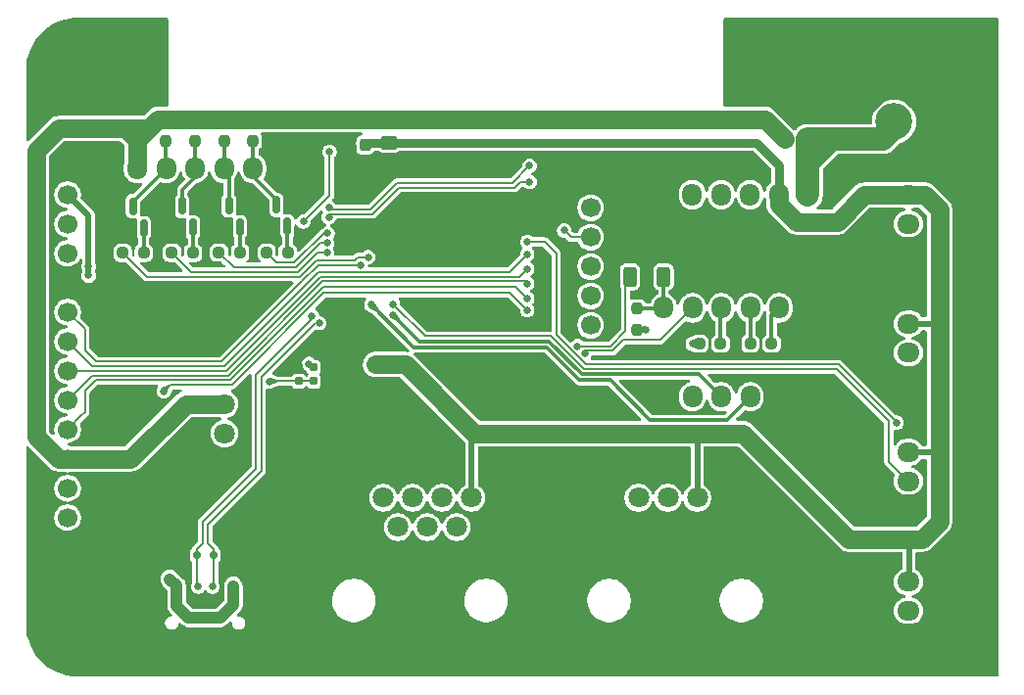
<source format=gbr>
%TF.GenerationSoftware,KiCad,Pcbnew,9.0.5*%
%TF.CreationDate,2026-01-05T22:54:41+05:30*%
%TF.ProjectId,Dietarium,44696574-6172-4697-956d-2e6b69636164,rev?*%
%TF.SameCoordinates,Original*%
%TF.FileFunction,Copper,L2,Bot*%
%TF.FilePolarity,Positive*%
%FSLAX46Y46*%
G04 Gerber Fmt 4.6, Leading zero omitted, Abs format (unit mm)*
G04 Created by KiCad (PCBNEW 9.0.5) date 2026-01-05 22:54:41*
%MOMM*%
%LPD*%
G01*
G04 APERTURE LIST*
G04 Aperture macros list*
%AMRoundRect*
0 Rectangle with rounded corners*
0 $1 Rounding radius*
0 $2 $3 $4 $5 $6 $7 $8 $9 X,Y pos of 4 corners*
0 Add a 4 corners polygon primitive as box body*
4,1,4,$2,$3,$4,$5,$6,$7,$8,$9,$2,$3,0*
0 Add four circle primitives for the rounded corners*
1,1,$1+$1,$2,$3*
1,1,$1+$1,$4,$5*
1,1,$1+$1,$6,$7*
1,1,$1+$1,$8,$9*
0 Add four rect primitives between the rounded corners*
20,1,$1+$1,$2,$3,$4,$5,0*
20,1,$1+$1,$4,$5,$6,$7,0*
20,1,$1+$1,$6,$7,$8,$9,0*
20,1,$1+$1,$8,$9,$2,$3,0*%
G04 Aperture macros list end*
%TA.AperFunction,ComponentPad*%
%ADD10RoundRect,0.250000X0.600000X0.725000X-0.600000X0.725000X-0.600000X-0.725000X0.600000X-0.725000X0*%
%TD*%
%TA.AperFunction,ComponentPad*%
%ADD11O,1.700000X1.950000*%
%TD*%
%TA.AperFunction,ComponentPad*%
%ADD12RoundRect,0.250000X0.725000X-0.600000X0.725000X0.600000X-0.725000X0.600000X-0.725000X-0.600000X0*%
%TD*%
%TA.AperFunction,ComponentPad*%
%ADD13O,1.950000X1.700000*%
%TD*%
%TA.AperFunction,ComponentPad*%
%ADD14C,3.900000*%
%TD*%
%TA.AperFunction,ConnectorPad*%
%ADD15C,7.000000*%
%TD*%
%TA.AperFunction,ComponentPad*%
%ADD16C,1.800000*%
%TD*%
%TA.AperFunction,HeatsinkPad*%
%ADD17O,1.000000X2.100000*%
%TD*%
%TA.AperFunction,HeatsinkPad*%
%ADD18O,1.000000X1.600000*%
%TD*%
%TA.AperFunction,ComponentPad*%
%ADD19R,1.800000X1.800000*%
%TD*%
%TA.AperFunction,ComponentPad*%
%ADD20C,3.000000*%
%TD*%
%TA.AperFunction,ComponentPad*%
%ADD21RoundRect,0.250000X-0.600000X-0.725000X0.600000X-0.725000X0.600000X0.725000X-0.600000X0.725000X0*%
%TD*%
%TA.AperFunction,ComponentPad*%
%ADD22R,1.700000X1.700000*%
%TD*%
%TA.AperFunction,ComponentPad*%
%ADD23C,1.700000*%
%TD*%
%TA.AperFunction,ComponentPad*%
%ADD24RoundRect,0.266667X1.333333X-1.333333X1.333333X1.333333X-1.333333X1.333333X-1.333333X-1.333333X0*%
%TD*%
%TA.AperFunction,ComponentPad*%
%ADD25O,3.200000X3.200000*%
%TD*%
%TA.AperFunction,ComponentPad*%
%ADD26O,1.500000X1.500000*%
%TD*%
%TA.AperFunction,HeatsinkPad*%
%ADD27C,0.600000*%
%TD*%
%TA.AperFunction,SMDPad,CuDef*%
%ADD28RoundRect,0.237500X-0.237500X0.250000X-0.237500X-0.250000X0.237500X-0.250000X0.237500X0.250000X0*%
%TD*%
%TA.AperFunction,SMDPad,CuDef*%
%ADD29RoundRect,0.250000X-0.475000X0.337500X-0.475000X-0.337500X0.475000X-0.337500X0.475000X0.337500X0*%
%TD*%
%TA.AperFunction,SMDPad,CuDef*%
%ADD30RoundRect,0.150000X0.150000X-0.587500X0.150000X0.587500X-0.150000X0.587500X-0.150000X-0.587500X0*%
%TD*%
%TA.AperFunction,SMDPad,CuDef*%
%ADD31RoundRect,0.150000X-0.150000X-0.200000X0.150000X-0.200000X0.150000X0.200000X-0.150000X0.200000X0*%
%TD*%
%TA.AperFunction,SMDPad,CuDef*%
%ADD32RoundRect,0.237500X-0.237500X0.300000X-0.237500X-0.300000X0.237500X-0.300000X0.237500X0.300000X0*%
%TD*%
%TA.AperFunction,SMDPad,CuDef*%
%ADD33RoundRect,0.237500X0.250000X0.237500X-0.250000X0.237500X-0.250000X-0.237500X0.250000X-0.237500X0*%
%TD*%
%TA.AperFunction,SMDPad,CuDef*%
%ADD34RoundRect,0.150000X0.150000X0.200000X-0.150000X0.200000X-0.150000X-0.200000X0.150000X-0.200000X0*%
%TD*%
%TA.AperFunction,SMDPad,CuDef*%
%ADD35RoundRect,0.237500X0.237500X-0.250000X0.237500X0.250000X-0.237500X0.250000X-0.237500X-0.250000X0*%
%TD*%
%TA.AperFunction,SMDPad,CuDef*%
%ADD36RoundRect,0.160000X-0.160000X0.197500X-0.160000X-0.197500X0.160000X-0.197500X0.160000X0.197500X0*%
%TD*%
%TA.AperFunction,SMDPad,CuDef*%
%ADD37RoundRect,0.160000X0.160000X-0.197500X0.160000X0.197500X-0.160000X0.197500X-0.160000X-0.197500X0*%
%TD*%
%TA.AperFunction,SMDPad,CuDef*%
%ADD38RoundRect,0.237500X-0.250000X-0.237500X0.250000X-0.237500X0.250000X0.237500X-0.250000X0.237500X0*%
%TD*%
%TA.AperFunction,SMDPad,CuDef*%
%ADD39RoundRect,0.250000X0.312500X0.625000X-0.312500X0.625000X-0.312500X-0.625000X0.312500X-0.625000X0*%
%TD*%
%TA.AperFunction,ViaPad*%
%ADD40C,0.650000*%
%TD*%
%TA.AperFunction,Conductor*%
%ADD41C,1.000000*%
%TD*%
%TA.AperFunction,Conductor*%
%ADD42C,0.600000*%
%TD*%
%TA.AperFunction,Conductor*%
%ADD43C,1.600000*%
%TD*%
%TA.AperFunction,Conductor*%
%ADD44C,0.500000*%
%TD*%
%TA.AperFunction,Conductor*%
%ADD45C,0.200000*%
%TD*%
%TA.AperFunction,Conductor*%
%ADD46C,0.300000*%
%TD*%
%TA.AperFunction,Conductor*%
%ADD47C,0.800000*%
%TD*%
%TA.AperFunction,Conductor*%
%ADD48C,2.000000*%
%TD*%
G04 APERTURE END LIST*
D10*
%TO.P,J5,1,Pin_1*%
%TO.N,GND*%
X72597051Y-63545343D03*
D11*
%TO.P,J5,2,Pin_2*%
%TO.N,/RLY1*%
X70097051Y-63545343D03*
%TO.P,J5,3,Pin_3*%
%TO.N,/RLY2*%
X67597051Y-63545343D03*
%TO.P,J5,4,Pin_4*%
%TO.N,/RLY3*%
X65097051Y-63545343D03*
%TO.P,J5,5,Pin_5*%
%TO.N,/RLY4*%
X62597051Y-63545343D03*
%TO.P,J5,6,Pin_6*%
%TO.N,/5V*%
X60097051Y-63545343D03*
%TD*%
D12*
%TO.P,J7,1,Pin_1*%
%TO.N,GND*%
X126745255Y-104293247D03*
D13*
%TO.P,J7,2,Pin_2*%
%TO.N,/ADC1_CH6*%
X126745255Y-101793247D03*
%TO.P,J7,3,Pin_3*%
%TO.N,/3.3V*%
X126745255Y-99293247D03*
%TD*%
D14*
%TO.P,H4,1,1*%
%TO.N,GND*%
X119516498Y-55014173D03*
D15*
X119516498Y-55014173D03*
%TD*%
D16*
%TO.P,JP2,1,A*%
%TO.N,/5V_USB*%
X67647243Y-86455973D03*
%TO.P,JP2,2,B*%
%TO.N,/5V*%
X67647243Y-83915973D03*
%TD*%
D14*
%TO.P,H1,1,1*%
%TO.N,GND*%
X55014297Y-103024875D03*
D15*
X55014297Y-103024875D03*
%TD*%
D12*
%TO.P,J10,1,Pin_1*%
%TO.N,GND*%
X126738330Y-70842464D03*
D13*
%TO.P,J10,2,Pin_2*%
%TO.N,/ADC1_CH0*%
X126738330Y-68342464D03*
%TO.P,J10,3,Pin_3*%
%TO.N,/3.3V*%
X126738330Y-65842464D03*
%TD*%
D17*
%TO.P,J1,S1,SHIELD*%
%TO.N,GND*%
X61644425Y-102334589D03*
D18*
X61644425Y-106514589D03*
D17*
X70284425Y-102334589D03*
D18*
X70284425Y-106514589D03*
%TD*%
D19*
%TO.P,J13,1*%
%TO.N,GND*%
X102137550Y-94554837D03*
D16*
%TO.P,J13,2*%
%TO.N,/SCL*%
X103407550Y-92014837D03*
%TO.P,J13,3*%
%TO.N,GND*%
X104677550Y-94554837D03*
%TO.P,J13,4*%
%TO.N,/SDA*%
X105947550Y-92014837D03*
%TO.P,J13,5*%
%TO.N,GND*%
X107217550Y-94554837D03*
%TO.P,J13,6*%
%TO.N,/3.3V*%
X108487550Y-92014837D03*
%TO.P,J13,7*%
%TO.N,GND*%
X109757550Y-94554837D03*
%TO.P,J13,8*%
X111027550Y-92014837D03*
D20*
%TO.P,J13,SH*%
X98837550Y-97854837D03*
X114327550Y-97854837D03*
%TD*%
D21*
%TO.P,J2,1,Pin_1*%
%TO.N,GND*%
X105578338Y-83289838D03*
D11*
%TO.P,J2,2,Pin_2*%
%TO.N,/3.3V*%
X108078338Y-83289838D03*
%TO.P,J2,3,Pin_3*%
%TO.N,/SCL*%
X110578338Y-83289838D03*
%TO.P,J2,4,Pin_4*%
%TO.N,/SDA*%
X113078338Y-83289838D03*
%TD*%
D14*
%TO.P,H3,1,1*%
%TO.N,GND*%
X119500770Y-102991232D03*
D15*
X119500770Y-102991232D03*
%TD*%
D12*
%TO.P,J9,1,Pin_1*%
%TO.N,GND*%
X126746547Y-81981121D03*
D13*
%TO.P,J9,2,Pin_2*%
%TO.N,/ADC1_CH1*%
X126746547Y-79481121D03*
%TO.P,J9,3,Pin_3*%
%TO.N,/3.3V*%
X126746547Y-76981121D03*
%TD*%
D19*
%TO.P,J14,1*%
%TO.N,GND*%
X80082138Y-94553198D03*
D16*
%TO.P,J14,2*%
%TO.N,/SCK*%
X81352138Y-92013198D03*
%TO.P,J14,3*%
%TO.N,/MOSI*%
X82622138Y-94553198D03*
%TO.P,J14,4*%
%TO.N,/MISO*%
X83892138Y-92013198D03*
%TO.P,J14,5*%
%TO.N,/SS*%
X85162138Y-94553198D03*
%TO.P,J14,6*%
%TO.N,/RST*%
X86432138Y-92013198D03*
%TO.P,J14,7*%
%TO.N,unconnected-(J14-Pad7)*%
X87702138Y-94553198D03*
%TO.P,J14,8*%
%TO.N,/3.3V*%
X88972138Y-92013198D03*
D20*
%TO.P,J14,SH*%
%TO.N,GND*%
X76782138Y-97853198D03*
X92272138Y-97853198D03*
%TD*%
D22*
%TO.P,J12,1,Pin_1*%
%TO.N,GND*%
X54086454Y-63259590D03*
D23*
%TO.P,J12,2,Pin_2*%
%TO.N,/3.3V*%
X54086454Y-65799590D03*
%TO.P,J12,3,Pin_3*%
%TO.N,/TXD*%
X54086454Y-68339590D03*
%TO.P,J12,4,Pin_4*%
%TO.N,/RXD*%
X54086454Y-70879590D03*
D22*
%TO.P,J12,5,Pin_5*%
%TO.N,GND*%
X54086454Y-73419590D03*
D23*
%TO.P,J12,6,Pin_6*%
%TO.N,/IO15*%
X54086454Y-75959590D03*
%TO.P,J12,7,Pin_7*%
%TO.N,/IO38*%
X54086454Y-78499590D03*
%TO.P,J12,8,Pin_8*%
%TO.N,/IO37*%
X54086454Y-81039590D03*
%TO.P,J12,9,Pin_9*%
%TO.N,/IO36*%
X54086454Y-83579590D03*
%TO.P,J12,10,Pin_10*%
%TO.N,/IO35*%
X54086454Y-86119590D03*
%TO.P,J12,11,Pin_11*%
%TO.N,/5V*%
X54086454Y-88659590D03*
%TO.P,J12,12,Pin_12*%
%TO.N,/TRIG*%
X54086454Y-91199590D03*
%TO.P,J12,13,Pin_13*%
%TO.N,/ECHO*%
X54086454Y-93739590D03*
D22*
%TO.P,J12,14,Pin_14*%
%TO.N,GND*%
X54086454Y-96279590D03*
%TD*%
D21*
%TO.P,J4,1,Pin_1*%
%TO.N,GND*%
X105550000Y-65800000D03*
D11*
%TO.P,J4,2,Pin_2*%
%TO.N,unconnected-(J4-Pin_2-Pad2)*%
X108050000Y-65800000D03*
%TO.P,J4,3,Pin_3*%
%TO.N,/SCL*%
X110550000Y-65800000D03*
%TO.P,J4,4,Pin_4*%
%TO.N,/SDA*%
X113050000Y-65800000D03*
%TO.P,J4,5,Pin_5*%
%TO.N,/3.3V*%
X115550000Y-65800000D03*
%TO.P,J4,6,Pin_6*%
%TO.N,/V+*%
X118050000Y-65800000D03*
%TD*%
D10*
%TO.P,J6,1,Pin_1*%
%TO.N,GND*%
X118072004Y-75596282D03*
D11*
%TO.P,J6,2,Pin_2*%
%TO.N,/3.3V*%
X115572004Y-75596282D03*
%TO.P,J6,3,Pin_3*%
%TO.N,/SDA*%
X113072004Y-75596282D03*
%TO.P,J6,4,Pin_4*%
%TO.N,/SCL*%
X110572004Y-75596282D03*
%TO.P,J6,5,Pin_5*%
%TO.N,/~INT*%
X108072004Y-75596282D03*
%TO.P,J6,6,Pin_6*%
%TO.N,Net-(J6-Pin_6)*%
X105572004Y-75596282D03*
%TD*%
D14*
%TO.P,H2,1,1*%
%TO.N,GND*%
X54988635Y-54993799D03*
D15*
X54988635Y-54993799D03*
%TD*%
D24*
%TO.P,J11,1,Pin_1*%
%TO.N,GND*%
X125498550Y-54425455D03*
D25*
%TO.P,J11,2,Pin_2*%
%TO.N,/V+*%
X125498550Y-59505455D03*
%TD*%
D22*
%TO.P,J3,1,Pin_1*%
%TO.N,GND*%
X99280373Y-64401618D03*
D23*
%TO.P,J3,2,Pin_2*%
%TO.N,/MTMS*%
X99280373Y-66941618D03*
%TO.P,J3,3,Pin_3*%
%TO.N,/MTDO*%
X99280373Y-69481618D03*
%TO.P,J3,4,Pin_4*%
%TO.N,/MTDI*%
X99280373Y-72021618D03*
%TO.P,J3,5,Pin_5*%
%TO.N,/MTCK*%
X99280373Y-74561618D03*
%TO.P,J3,6,Pin_6*%
%TO.N,/3.3V*%
X99280373Y-77101618D03*
%TD*%
D12*
%TO.P,J8,1,Pin_1*%
%TO.N,GND*%
X126732392Y-93091320D03*
D13*
%TO.P,J8,2,Pin_2*%
%TO.N,/ADC1_CH2*%
X126732392Y-90591320D03*
%TO.P,J8,3,Pin_3*%
%TO.N,/3.3V*%
X126732392Y-88091320D03*
%TD*%
D26*
%TO.P,JP1,1,A*%
%TO.N,/5V*%
X116035408Y-60981673D03*
%TO.P,JP1,2,B*%
%TO.N,/V+*%
X118035408Y-60981673D03*
%TD*%
D27*
%TO.P,U2,41,GND*%
%TO.N,GND*%
X83863107Y-66548879D03*
X83863107Y-67948879D03*
X84563107Y-65848879D03*
X84563107Y-67248879D03*
X84563107Y-68648879D03*
X85263107Y-66548879D03*
X85263107Y-67948879D03*
X85963107Y-65848879D03*
X85963107Y-67248879D03*
X85963107Y-68648879D03*
X86663107Y-66548879D03*
X86663107Y-67948879D03*
%TD*%
D28*
%TO.P,R13,1*%
%TO.N,/5V*%
X70113181Y-59328120D03*
%TO.P,R13,2*%
%TO.N,/RLY1*%
X70113181Y-61153120D03*
%TD*%
D29*
%TO.P,C8,1*%
%TO.N,/3.3V*%
X81848922Y-61307092D03*
%TO.P,C8,2*%
%TO.N,GND*%
X81848922Y-63382092D03*
%TD*%
D30*
%TO.P,Q2,1,B*%
%TO.N,Net-(Q2-B)*%
X68965031Y-68605233D03*
%TO.P,Q2,2,E*%
%TO.N,GND*%
X67065031Y-68605233D03*
%TO.P,Q2,3,C*%
%TO.N,/RLY2*%
X68015031Y-66730233D03*
%TD*%
D31*
%TO.P,D4,1,A1*%
%TO.N,GND*%
X68123282Y-96995370D03*
%TO.P,D4,2,A2*%
%TO.N,/USB_D+*%
X66723282Y-96995370D03*
%TD*%
D28*
%TO.P,R15,1*%
%TO.N,/5V*%
X67619611Y-59329451D03*
%TO.P,R15,2*%
%TO.N,/RLY2*%
X67619611Y-61154451D03*
%TD*%
D32*
%TO.P,C7,1*%
%TO.N,/3.3V*%
X79801535Y-61486148D03*
%TO.P,C7,2*%
%TO.N,GND*%
X79801535Y-63211148D03*
%TD*%
D30*
%TO.P,Q3,1,B*%
%TO.N,Net-(Q3-B)*%
X64916366Y-68653391D03*
%TO.P,Q3,2,E*%
%TO.N,GND*%
X63016366Y-68653391D03*
%TO.P,Q3,3,C*%
%TO.N,/RLY3*%
X63966366Y-66778391D03*
%TD*%
%TO.P,Q4,1,B*%
%TO.N,Net-(Q4-B)*%
X60670000Y-68677065D03*
%TO.P,Q4,2,E*%
%TO.N,GND*%
X58770000Y-68677065D03*
%TO.P,Q4,3,C*%
%TO.N,/RLY4*%
X59720000Y-66802065D03*
%TD*%
D33*
%TO.P,R12,1*%
%TO.N,Net-(Q1-B)*%
X73100723Y-70822296D03*
%TO.P,R12,2*%
%TO.N,/IN1*%
X71275723Y-70822296D03*
%TD*%
D28*
%TO.P,R17,1*%
%TO.N,/5V*%
X65122433Y-59307904D03*
%TO.P,R17,2*%
%TO.N,/RLY3*%
X65122433Y-61132904D03*
%TD*%
D34*
%TO.P,D3,1,A1*%
%TO.N,GND*%
X63846447Y-96995370D03*
%TO.P,D3,2,A2*%
%TO.N,/USB_D-*%
X65246447Y-96995370D03*
%TD*%
D35*
%TO.P,R5,1*%
%TO.N,/3.3V*%
X103250000Y-77462500D03*
%TO.P,R5,2*%
%TO.N,Net-(J6-Pin_6)*%
X103250000Y-75637500D03*
%TD*%
D36*
%TO.P,R3,1*%
%TO.N,/3.3V*%
X75345395Y-80749775D03*
%TO.P,R3,2*%
%TO.N,Net-(U1-FB)*%
X75345395Y-81944775D03*
%TD*%
D28*
%TO.P,R19,1*%
%TO.N,/5V*%
X62588558Y-59329451D03*
%TO.P,R19,2*%
%TO.N,/RLY4*%
X62588558Y-61154451D03*
%TD*%
D33*
%TO.P,R16,1*%
%TO.N,Net-(Q3-B)*%
X64922032Y-70845405D03*
%TO.P,R16,2*%
%TO.N,/IN3*%
X63097032Y-70845405D03*
%TD*%
D37*
%TO.P,R4,1*%
%TO.N,Net-(U1-FB)*%
X74047458Y-81943420D03*
%TO.P,R4,2*%
%TO.N,GND*%
X74047458Y-80748420D03*
%TD*%
D38*
%TO.P,R11,1*%
%TO.N,/3.3V*%
X108687500Y-78700000D03*
%TO.P,R11,2*%
%TO.N,/SCL*%
X110512500Y-78700000D03*
%TD*%
D39*
%TO.P,R6,1*%
%TO.N,Net-(J6-Pin_6)*%
X105596071Y-72897718D03*
%TO.P,R6,2*%
%TO.N,/~SHUT*%
X102671071Y-72897718D03*
%TD*%
D33*
%TO.P,R18,1*%
%TO.N,Net-(Q4-B)*%
X60667564Y-70843916D03*
%TO.P,R18,2*%
%TO.N,/IN4*%
X58842564Y-70843916D03*
%TD*%
%TO.P,R14,1*%
%TO.N,Net-(Q2-B)*%
X68987098Y-70822296D03*
%TO.P,R14,2*%
%TO.N,/IN2*%
X67162098Y-70822296D03*
%TD*%
D30*
%TO.P,Q1,1,B*%
%TO.N,Net-(Q1-B)*%
X73080941Y-68562245D03*
%TO.P,Q1,2,E*%
%TO.N,GND*%
X71180941Y-68562245D03*
%TO.P,Q1,3,C*%
%TO.N,/RLY1*%
X72130941Y-66687245D03*
%TD*%
D33*
%TO.P,R10,1*%
%TO.N,/3.3V*%
X114912500Y-78700000D03*
%TO.P,R10,2*%
%TO.N,/SDA*%
X113087500Y-78700000D03*
%TD*%
D40*
%TO.N,GND*%
X58450000Y-90700000D03*
X113000000Y-53000000D03*
X113000000Y-56000000D03*
X93000000Y-67000000D03*
X132000000Y-67000000D03*
X66900000Y-74000000D03*
X90000000Y-71000000D03*
X81000000Y-89000000D03*
X64700000Y-94600000D03*
X117000000Y-84000000D03*
X59350000Y-86250000D03*
X65700000Y-92600000D03*
X68600000Y-75100000D03*
X70100000Y-74000000D03*
X102000000Y-66000000D03*
X72000000Y-86000000D03*
X66000000Y-107000000D03*
X95000000Y-96000000D03*
X67700000Y-94600000D03*
X99000000Y-85000000D03*
X59450000Y-76300000D03*
X61000000Y-57000000D03*
X57200000Y-79300000D03*
X91500000Y-75500000D03*
X117000000Y-79000000D03*
X95000000Y-102000000D03*
X61000000Y-53000000D03*
X132000000Y-76000000D03*
X95000000Y-85000000D03*
X109000000Y-99000000D03*
X56800000Y-98000000D03*
X117000000Y-71000000D03*
X97000000Y-83000000D03*
X123000000Y-69000000D03*
X132000000Y-79000000D03*
X80750000Y-63000000D03*
X92000000Y-93000000D03*
X57250000Y-83250000D03*
X57000000Y-75000000D03*
X106582550Y-103000000D03*
X90000000Y-89000000D03*
X87000000Y-99000000D03*
X99000000Y-89000000D03*
X98000000Y-105000000D03*
X132000000Y-64000000D03*
X117000000Y-94000000D03*
X123000000Y-78000000D03*
X59400000Y-79500000D03*
X56800000Y-94500000D03*
X85000000Y-63000000D03*
X84527138Y-103000000D03*
X84000000Y-86000000D03*
X65964425Y-104000000D03*
X90000000Y-63000000D03*
X120000000Y-79000000D03*
X104000000Y-99000000D03*
X132000000Y-93000000D03*
X86500000Y-75500000D03*
X101000000Y-83000000D03*
X73000000Y-99000000D03*
X117000000Y-88000000D03*
X121000000Y-71000000D03*
X68000000Y-105000000D03*
X127500000Y-57000000D03*
X60889930Y-84300000D03*
X90000000Y-85000000D03*
X70000000Y-96000000D03*
X123000000Y-73000000D03*
X107000000Y-71000000D03*
X63300000Y-87900000D03*
X64000000Y-105000000D03*
X79750000Y-64000000D03*
X120000000Y-86000000D03*
X132000000Y-84000000D03*
X132000000Y-87000000D03*
X69600000Y-82500000D03*
X101000000Y-76000000D03*
X57200000Y-86200000D03*
X99000000Y-93000000D03*
X132000000Y-96000000D03*
X57000000Y-65000000D03*
X81750000Y-64250000D03*
X71700000Y-69400000D03*
X132000000Y-102000000D03*
X132000000Y-105000000D03*
X73000000Y-89000000D03*
X126750000Y-83150000D03*
X57650000Y-91150000D03*
X132000000Y-73000000D03*
X76000000Y-89000000D03*
X62500000Y-88850000D03*
X95000000Y-93000000D03*
X95000000Y-81000000D03*
X101000000Y-73000000D03*
X63500000Y-68550000D03*
X130500000Y-61000000D03*
X68600000Y-77800000D03*
X66800000Y-77800000D03*
X59400000Y-82972390D03*
X120000000Y-98000000D03*
X60300000Y-98000000D03*
X130500000Y-57000000D03*
X57000000Y-62000000D03*
X120000000Y-82000000D03*
X126750000Y-63100000D03*
X73000000Y-92000000D03*
X120000000Y-90000000D03*
X74500000Y-69500000D03*
X132000000Y-99000000D03*
X67600000Y-69400000D03*
X76000000Y-93000000D03*
X92000000Y-83000000D03*
X89000000Y-81000000D03*
X125000000Y-105000000D03*
X57000000Y-72000000D03*
X84000000Y-75500000D03*
X70000000Y-92000000D03*
X126750000Y-73000000D03*
X59400000Y-69700000D03*
X95000000Y-89000000D03*
X132000000Y-82000000D03*
X132000000Y-90000000D03*
X82000000Y-67000000D03*
X103000000Y-89000000D03*
X123000000Y-88000000D03*
X72500000Y-74000000D03*
X73000000Y-103000000D03*
X90000000Y-67000000D03*
X60000000Y-74000000D03*
X57250000Y-68750000D03*
X125500000Y-52000000D03*
X82000000Y-99000000D03*
X65750000Y-71750000D03*
X73000000Y-96000000D03*
X103000000Y-71000000D03*
X132000000Y-70000000D03*
X130500000Y-53500000D03*
%TO.N,Net-(D2-A2)*%
X68400000Y-100400000D03*
X68400000Y-99650000D03*
X63500000Y-99625000D03*
X62925000Y-99050000D03*
X63514425Y-100400000D03*
%TO.N,/3.3V*%
X55900000Y-72000000D03*
X104000000Y-77462500D03*
X108100000Y-78700000D03*
X81600000Y-80500000D03*
X55900000Y-72800000D03*
X79700000Y-61350000D03*
X105000000Y-86501000D03*
X106100000Y-86450000D03*
X80550000Y-61307092D03*
X74950000Y-80450000D03*
X80700000Y-80500000D03*
X104043951Y-86501000D03*
X82500000Y-80500000D03*
%TO.N,/BOOT*%
X93800000Y-75800000D03*
X62389930Y-82800000D03*
%TO.N,/ENABLE*%
X74450000Y-68126000D03*
X76700000Y-62100000D03*
%TO.N,/USB_D-*%
X75181802Y-76281802D03*
X65375000Y-99700000D03*
%TO.N,/USB_D+*%
X66600000Y-99700000D03*
X75818198Y-76918198D03*
%TO.N,/SCL*%
X82200000Y-76200000D03*
%TO.N,/SDA*%
X80325735Y-75325735D03*
%TO.N,/MTDO*%
X97000000Y-68900000D03*
%TO.N,/IN4*%
X80035883Y-71203207D03*
%TO.N,/IN2*%
X76500000Y-69998526D03*
%TO.N,/IN3*%
X76500000Y-70848529D03*
%TO.N,/IN1*%
X76550000Y-69148523D03*
%TO.N,/~INT*%
X98772313Y-79524999D03*
%TO.N,/ADC1_CH2*%
X82200000Y-75300000D03*
%TO.N,/ADC1_CH6*%
X125700000Y-85532508D03*
X93800000Y-69900000D03*
%TO.N,/IO38*%
X93800000Y-70958879D03*
%TO.N,/IO35*%
X93800000Y-74800000D03*
%TO.N,/RXD*%
X76649995Y-67749195D03*
X94000000Y-64700000D03*
%TO.N,/TXD*%
X76656893Y-66899220D03*
X94000000Y-63300000D03*
%TO.N,/IO36*%
X93800000Y-73500000D03*
%TO.N,/IO37*%
X93800000Y-72228879D03*
%TO.N,/IO15*%
X79410883Y-71873001D03*
%TO.N,Net-(U1-FB)*%
X71550000Y-81950000D03*
%TO.N,/~SHUT*%
X98150000Y-78900000D03*
%TD*%
D41*
%TO.N,Net-(D2-A2)*%
X68400000Y-99650000D02*
X68400000Y-101275000D01*
X64525000Y-102400000D02*
X63500000Y-101375000D01*
X68400000Y-101275000D02*
X67275000Y-102400000D01*
X63500000Y-101375000D02*
X63500000Y-99625000D01*
X67275000Y-102400000D02*
X64525000Y-102400000D01*
D42*
X63500000Y-100385575D02*
X63514425Y-100400000D01*
X63500000Y-99625000D02*
X63500000Y-100385575D01*
D41*
X63500000Y-99625000D02*
X62925000Y-99050000D01*
D42*
X68400000Y-100400000D02*
X68400000Y-99650000D01*
D43*
%TO.N,/5V*%
X112207904Y-59307904D02*
X112215808Y-59300000D01*
X54086454Y-88659590D02*
X59540410Y-88659590D01*
X114353735Y-59300000D02*
X116035408Y-60981673D01*
X53334590Y-88659590D02*
X51375000Y-86700000D01*
X64300000Y-83900000D02*
X67631270Y-83900000D01*
X60097051Y-61102949D02*
X61870549Y-59329451D01*
X51375000Y-86700000D02*
X51375000Y-62025000D01*
X61892096Y-59307904D02*
X112207904Y-59307904D01*
X54086454Y-88659590D02*
X53334590Y-88659590D01*
X51375000Y-62025000D02*
X53300000Y-60100000D01*
X60097051Y-63545343D02*
X60097051Y-61102949D01*
X53300000Y-60100000D02*
X59094102Y-60100000D01*
X61100000Y-60100000D02*
X61892096Y-59307904D01*
X59540410Y-88659590D02*
X64300000Y-83900000D01*
X59094102Y-60100000D02*
X61100000Y-60100000D01*
X67631270Y-83900000D02*
X67647243Y-83915973D01*
X59094102Y-60100000D02*
X60097051Y-61102949D01*
X61870549Y-59329451D02*
X62588558Y-59329451D01*
X112215808Y-59300000D02*
X114353735Y-59300000D01*
X60097051Y-61102949D02*
X61892096Y-59307904D01*
%TO.N,/3.3V*%
X129400000Y-67100000D02*
X128150000Y-65850000D01*
D44*
X55900000Y-67613136D02*
X54086454Y-65799590D01*
X126800000Y-99238502D02*
X126800000Y-95709490D01*
X128918879Y-76981121D02*
X126746547Y-76981121D01*
X88972138Y-86072138D02*
X88972138Y-92013198D01*
D43*
X129400000Y-87600000D02*
X129400000Y-76500000D01*
X127900000Y-95600000D02*
X126800000Y-95600000D01*
D45*
X74950000Y-80580728D02*
X75119047Y-80749775D01*
D46*
X108100000Y-78700000D02*
X108687500Y-78700000D01*
D43*
X83300000Y-80500000D02*
X89250000Y-86450000D01*
D44*
X128908680Y-88091320D02*
X126732392Y-88091320D01*
D43*
X115550000Y-66650000D02*
X115550000Y-65800000D01*
X129400000Y-87600000D02*
X129400000Y-94100000D01*
D46*
X114912500Y-76255786D02*
X115572004Y-75596282D01*
X114912500Y-78700000D02*
X114912500Y-76255786D01*
D43*
X126730794Y-65850000D02*
X122900000Y-65850000D01*
D45*
X74950000Y-80450000D02*
X74950000Y-80580728D01*
D47*
X115550000Y-65800000D02*
X115550000Y-63250000D01*
D43*
X108500000Y-86450000D02*
X112450000Y-86450000D01*
D44*
X129400000Y-76500000D02*
X128918879Y-76981121D01*
D43*
X117050000Y-68150000D02*
X115550000Y-66650000D01*
X122900000Y-65850000D02*
X120600000Y-68150000D01*
D44*
X108487550Y-92014837D02*
X108487550Y-86462450D01*
D43*
X126738330Y-65842464D02*
X126730794Y-65850000D01*
X112450000Y-86450000D02*
X121600000Y-95600000D01*
D46*
X104000000Y-77462500D02*
X103250000Y-77462500D01*
D43*
X104094951Y-86450000D02*
X108500000Y-86450000D01*
D44*
X108487550Y-86462450D02*
X108500000Y-86450000D01*
D47*
X79700000Y-61350000D02*
X79801535Y-61451535D01*
D43*
X120600000Y-68150000D02*
X117050000Y-68150000D01*
D47*
X113607092Y-61307092D02*
X81848922Y-61307092D01*
D43*
X129400000Y-76500000D02*
X129400000Y-67100000D01*
D44*
X129400000Y-87600000D02*
X128908680Y-88091320D01*
D43*
X129400000Y-94100000D02*
X127900000Y-95600000D01*
D47*
X79801535Y-61451535D02*
X79801535Y-61486148D01*
D44*
X126800000Y-95709490D02*
X126745255Y-95654745D01*
D47*
X79980591Y-61307092D02*
X79801535Y-61486148D01*
D43*
X126745866Y-65850000D02*
X126738330Y-65842464D01*
X89250000Y-86450000D02*
X106100000Y-86450000D01*
D44*
X55900000Y-72800000D02*
X55900000Y-67613136D01*
D43*
X128150000Y-65850000D02*
X126745866Y-65850000D01*
D47*
X81848922Y-61307092D02*
X79980591Y-61307092D01*
D44*
X126745255Y-99293247D02*
X126800000Y-99238502D01*
D45*
X75119047Y-80749775D02*
X75345395Y-80749775D01*
D44*
X126745255Y-98962184D02*
X126745255Y-99293247D01*
X126751074Y-98956365D02*
X126745255Y-98962184D01*
D43*
X121600000Y-95600000D02*
X126800000Y-95600000D01*
X80700000Y-80500000D02*
X83300000Y-80500000D01*
D47*
X115550000Y-63250000D02*
X113607092Y-61307092D01*
D45*
%TO.N,/BOOT*%
X92300000Y-74300000D02*
X93800000Y-75800000D01*
X76217100Y-74300000D02*
X92300000Y-74300000D01*
X68274510Y-82242590D02*
X76217100Y-74300000D01*
X62947340Y-82242590D02*
X68274510Y-82242590D01*
X62389930Y-82800000D02*
X62947340Y-82242590D01*
%TO.N,/ENABLE*%
X74450000Y-68126000D02*
X76700000Y-65876000D01*
X76700000Y-65876000D02*
X76700000Y-62100000D01*
%TO.N,/USB_D-*%
X75181802Y-76599999D02*
X70375000Y-81406801D01*
X70375000Y-81406801D02*
X70375000Y-89506802D01*
X65246447Y-99571447D02*
X65246447Y-96995370D01*
X65759865Y-95956951D02*
X65246447Y-96470369D01*
X65759865Y-94121937D02*
X65759865Y-95956951D01*
X65246447Y-96470369D02*
X65246447Y-96995370D01*
X75181802Y-76281802D02*
X75181802Y-76599999D01*
X65375000Y-99700000D02*
X65246447Y-99571447D01*
X70375000Y-89506802D02*
X65759865Y-94121937D01*
%TO.N,/USB_D+*%
X66723282Y-99576718D02*
X66723282Y-96995370D01*
X66209864Y-94308334D02*
X66209864Y-95956951D01*
X66723282Y-96470369D02*
X66723282Y-96995370D01*
X70825000Y-81593199D02*
X70825000Y-89693198D01*
X75500001Y-76918198D02*
X70825000Y-81593199D01*
X66209864Y-95956951D02*
X66723282Y-96470369D01*
X70825000Y-89693198D02*
X66209864Y-94308334D01*
X66600000Y-99700000D02*
X66723282Y-99576718D01*
X75818198Y-76918198D02*
X75500001Y-76918198D01*
D46*
%TO.N,/SCL*%
X95658520Y-78500000D02*
X98510520Y-81352000D01*
X84500000Y-78500000D02*
X95658520Y-78500000D01*
X110512500Y-78700000D02*
X110512500Y-75655786D01*
X108640500Y-81352000D02*
X110578338Y-83289838D01*
X110512500Y-75655786D02*
X110572004Y-75596282D01*
X98510520Y-81352000D02*
X108640500Y-81352000D01*
X82200000Y-76200000D02*
X84500000Y-78500000D01*
%TO.N,/SDA*%
X84000000Y-79000000D02*
X84291480Y-79000000D01*
X84291480Y-79000000D02*
X84292480Y-79001000D01*
X80325735Y-75325735D02*
X84000000Y-79000000D01*
X113087500Y-78700000D02*
X113087500Y-75611778D01*
X100953000Y-81853000D02*
X104400000Y-85300000D01*
X98303000Y-81853000D02*
X100953000Y-81853000D01*
X104400000Y-85300000D02*
X111068176Y-85300000D01*
X113087500Y-75611778D02*
X113072004Y-75596282D01*
X95451000Y-79001000D02*
X98303000Y-81853000D01*
X111068176Y-85300000D02*
X113078338Y-83289838D01*
X84292480Y-79001000D02*
X95451000Y-79001000D01*
D45*
%TO.N,/MTDO*%
X99279128Y-69481618D02*
X99280373Y-69480373D01*
X97000000Y-68900000D02*
X97581618Y-69481618D01*
X97581618Y-69481618D02*
X99279128Y-69481618D01*
X99280373Y-69480373D02*
X99280373Y-69481618D01*
D48*
%TO.N,/V+*%
X120000000Y-61000000D02*
X120000000Y-61035408D01*
X125498550Y-60001450D02*
X125498550Y-59505455D01*
X120000000Y-61035408D02*
X118035408Y-63000000D01*
X118035408Y-65785408D02*
X118050000Y-65800000D01*
X120000000Y-61000000D02*
X124500000Y-61000000D01*
X118053735Y-61000000D02*
X120000000Y-61000000D01*
X118035408Y-60981673D02*
X118053735Y-61000000D01*
X118035408Y-63000000D02*
X118035408Y-65785408D01*
X124500000Y-61000000D02*
X125498550Y-60001450D01*
X118035408Y-60981673D02*
X118035408Y-63000000D01*
D45*
%TO.N,/IN4*%
X78898586Y-71500000D02*
X75584200Y-71500000D01*
X74182200Y-72902000D02*
X60900648Y-72902000D01*
X79988882Y-71247001D02*
X79151585Y-71247001D01*
X60900648Y-72902000D02*
X58842564Y-70843916D01*
X79151585Y-71247001D02*
X78898586Y-71500000D01*
X80035883Y-71203207D02*
X80032676Y-71203207D01*
X75584200Y-71500000D02*
X74182200Y-72902000D01*
X80032676Y-71203207D02*
X79988882Y-71247001D01*
%TO.N,/IN2*%
X73850000Y-72100000D02*
X68439802Y-72100000D01*
X76490719Y-69989245D02*
X75960755Y-69989245D01*
X68439802Y-72100000D02*
X67162098Y-70822296D01*
X76500000Y-69998526D02*
X76490719Y-69989245D01*
X75960755Y-69989245D02*
X73850000Y-72100000D01*
%TO.N,/IN3*%
X74016100Y-72501000D02*
X68273702Y-72501000D01*
X68273702Y-72501000D02*
X68271702Y-72499000D01*
X68271702Y-72499000D02*
X64750627Y-72499000D01*
X64750627Y-72499000D02*
X63097032Y-70845405D01*
X75668571Y-70848529D02*
X74016100Y-72501000D01*
X76500000Y-70848529D02*
X75668571Y-70848529D01*
%TO.N,/IN1*%
X72152427Y-71699000D02*
X71275723Y-70822296D01*
X76234377Y-69148523D02*
X73683900Y-71699000D01*
X73683900Y-71699000D02*
X72152427Y-71699000D01*
X76550000Y-69148523D02*
X76234377Y-69148523D01*
%TO.N,/~INT*%
X98997312Y-79300000D02*
X101167100Y-79300000D01*
X102117100Y-78350000D02*
X105318286Y-78350000D01*
X101167100Y-79300000D02*
X102117100Y-78350000D01*
X105318286Y-78350000D02*
X108072004Y-75596282D01*
X98772313Y-79524999D02*
X98997312Y-79300000D01*
D46*
%TO.N,Net-(J6-Pin_6)*%
X105530786Y-75637500D02*
X103450000Y-75637500D01*
X105572004Y-72921785D02*
X105596071Y-72897718D01*
X105572004Y-75596282D02*
X105572004Y-72921785D01*
X103450000Y-75637500D02*
X103362500Y-75550000D01*
X105572004Y-75596282D02*
X105530786Y-75637500D01*
D45*
%TO.N,/ADC1_CH2*%
X98697330Y-80901000D02*
X120533900Y-80901000D01*
X120533900Y-80901000D02*
X125050000Y-85417100D01*
X95845330Y-78049000D02*
X98697330Y-80901000D01*
X125050000Y-85417100D02*
X125050000Y-88908928D01*
X84949000Y-78049000D02*
X95845330Y-78049000D01*
X125050000Y-88908928D02*
X126732392Y-90591320D01*
X82200000Y-75300000D02*
X84949000Y-78049000D01*
%TO.N,/ADC1_CH6*%
X120700000Y-80500000D02*
X98863430Y-80500000D01*
X95300000Y-69900000D02*
X93800000Y-69900000D01*
X125700000Y-85532508D02*
X125700000Y-85500000D01*
X98863430Y-80500000D02*
X96300000Y-77936570D01*
X96300000Y-70900000D02*
X95300000Y-69900000D01*
X96300000Y-77936570D02*
X96300000Y-70900000D01*
X125700000Y-85500000D02*
X120700000Y-80500000D01*
%TO.N,/IO38*%
X56225454Y-80638590D02*
X54086454Y-78499590D01*
X93800000Y-70958879D02*
X92260879Y-72498000D01*
X67602210Y-80638590D02*
X56225454Y-80638590D01*
X75742800Y-72498000D02*
X67602210Y-80638590D01*
X92260879Y-72498000D02*
X75742800Y-72498000D01*
%TO.N,/IO35*%
X56508410Y-81841590D02*
X68108410Y-81841590D01*
X92800000Y-73800000D02*
X93800000Y-74800000D01*
X54086454Y-86119590D02*
X55225000Y-84981044D01*
X55575000Y-84625000D02*
X55575000Y-82775000D01*
X55225000Y-84981044D02*
X55225000Y-84975000D01*
X55575000Y-82775000D02*
X56508410Y-81841590D01*
X55225000Y-84975000D02*
X55575000Y-84625000D01*
X76150000Y-73800000D02*
X92800000Y-73800000D01*
X68108410Y-81841590D02*
X76150000Y-73800000D01*
%TO.N,/RXD*%
X80425000Y-67475000D02*
X82699000Y-65201000D01*
X93167100Y-64700000D02*
X94000000Y-64700000D01*
X76900003Y-67475000D02*
X80425000Y-67475000D01*
X76649995Y-67725008D02*
X76900003Y-67475000D01*
X82699000Y-65201000D02*
X92666100Y-65201000D01*
X92666100Y-65201000D02*
X93167100Y-64700000D01*
X76649995Y-67749195D02*
X76649995Y-67725008D01*
%TO.N,/TXD*%
X92500000Y-64800000D02*
X94000000Y-63300000D01*
X82532900Y-64800000D02*
X92500000Y-64800000D01*
X76656893Y-66899220D02*
X76831673Y-67074000D01*
X76831673Y-67074000D02*
X80258900Y-67074000D01*
X80258900Y-67074000D02*
X82532900Y-64800000D01*
%TO.N,/IO36*%
X93600000Y-73300000D02*
X93800000Y-73500000D01*
X56225454Y-81440590D02*
X67934410Y-81440590D01*
X67934410Y-81440590D02*
X76075000Y-73300000D01*
X54086454Y-83579590D02*
X56225454Y-81440590D01*
X76075000Y-73300000D02*
X93600000Y-73300000D01*
%TO.N,/IO37*%
X93800000Y-72228879D02*
X93129879Y-72899000D01*
X75908900Y-72899000D02*
X67768310Y-81039590D01*
X67768310Y-81039590D02*
X54086454Y-81039590D01*
X93129879Y-72899000D02*
X75908900Y-72899000D01*
%TO.N,/IO15*%
X79410883Y-71889117D02*
X79402000Y-71898000D01*
X74347000Y-73303000D02*
X67412410Y-80237590D01*
X55575000Y-77448136D02*
X54086454Y-75959590D01*
X79267157Y-71898000D02*
X79264157Y-71901000D01*
X67412410Y-80237590D02*
X56537590Y-80237590D01*
X79264157Y-71901000D02*
X75750300Y-71901000D01*
X79410883Y-71873001D02*
X79410883Y-71889117D01*
X55575000Y-79275000D02*
X55575000Y-77448136D01*
X75750300Y-71901000D02*
X74348300Y-73303000D01*
X74348300Y-73303000D02*
X74347000Y-73303000D01*
X79402000Y-71898000D02*
X79267157Y-71898000D01*
X56537590Y-80237590D02*
X55575000Y-79275000D01*
%TO.N,Net-(U1-FB)*%
X71556580Y-81943420D02*
X74047458Y-81943420D01*
X74047458Y-81943420D02*
X75344040Y-81943420D01*
X75344040Y-81943420D02*
X75345395Y-81944775D01*
X71550000Y-81950000D02*
X71556580Y-81943420D01*
%TO.N,/~SHUT*%
X98150000Y-78900000D02*
X98151000Y-78899000D01*
X98151000Y-78899000D02*
X101001000Y-78899000D01*
X101001000Y-78899000D02*
X102300000Y-77600000D01*
X102300000Y-77600000D02*
X102300000Y-73600000D01*
X102300000Y-73600000D02*
X102671071Y-73228929D01*
X102671071Y-73228929D02*
X102671071Y-72897718D01*
D46*
%TO.N,/RLY4*%
X59720000Y-66422394D02*
X59720000Y-66802065D01*
X62588558Y-63536850D02*
X62597051Y-63545343D01*
X62588558Y-61154451D02*
X62588558Y-63536850D01*
X62597051Y-63545343D02*
X59720000Y-66422394D01*
%TO.N,/RLY2*%
X67619611Y-61154451D02*
X67619611Y-63522783D01*
X68015031Y-63963323D02*
X68015031Y-66730233D01*
X67619611Y-63522783D02*
X67597051Y-63545343D01*
X67597051Y-63545343D02*
X68015031Y-63963323D01*
%TO.N,/RLY3*%
X64000000Y-66744757D02*
X63966366Y-66778391D01*
X65097051Y-63545343D02*
X65097051Y-64302949D01*
X65097051Y-64302949D02*
X64000000Y-65400000D01*
X64000000Y-65400000D02*
X64000000Y-66744757D01*
X65122433Y-63519961D02*
X65097051Y-63545343D01*
X65122433Y-61132904D02*
X65122433Y-63519961D01*
%TO.N,/RLY1*%
X70113181Y-63529213D02*
X70097051Y-63545343D01*
X70097051Y-64197051D02*
X72130941Y-66230941D01*
X70097051Y-63545343D02*
X70097051Y-64197051D01*
X70113181Y-61153120D02*
X70113181Y-63529213D01*
X72130941Y-66230941D02*
X72130941Y-66687245D01*
%TO.N,Net-(Q1-B)*%
X73080941Y-68562245D02*
X73080941Y-70802514D01*
X73080941Y-70802514D02*
X73100723Y-70822296D01*
%TO.N,Net-(Q2-B)*%
X68965031Y-68605233D02*
X68965031Y-70800229D01*
X68965031Y-70800229D02*
X68987098Y-70822296D01*
%TO.N,Net-(Q3-B)*%
X64916366Y-70839739D02*
X64922032Y-70845405D01*
X64916366Y-68653391D02*
X64916366Y-70839739D01*
%TO.N,Net-(Q4-B)*%
X60670000Y-70841480D02*
X60667564Y-70843916D01*
X60670000Y-68677065D02*
X60670000Y-70841480D01*
%TD*%
%TA.AperFunction,Conductor*%
%TO.N,GND*%
G36*
X134442539Y-50520185D02*
G01*
X134488294Y-50572989D01*
X134499500Y-50624500D01*
X134499500Y-107375500D01*
X134479815Y-107442539D01*
X134427011Y-107488294D01*
X134375500Y-107499500D01*
X55002706Y-107499500D01*
X54997297Y-107499382D01*
X54613249Y-107482614D01*
X54602473Y-107481671D01*
X54224042Y-107431849D01*
X54213389Y-107429971D01*
X53840727Y-107347354D01*
X53830278Y-107344554D01*
X53466244Y-107229775D01*
X53456078Y-107226075D01*
X53103427Y-107080002D01*
X53093623Y-107075430D01*
X52755057Y-106899183D01*
X52745689Y-106893775D01*
X52423755Y-106688681D01*
X52414894Y-106682476D01*
X52112069Y-106450110D01*
X52103782Y-106443156D01*
X51822364Y-106185284D01*
X51814715Y-106177635D01*
X51556843Y-105896217D01*
X51549889Y-105887930D01*
X51317523Y-105585105D01*
X51311318Y-105576244D01*
X51106224Y-105254310D01*
X51100816Y-105244942D01*
X50924569Y-104906376D01*
X50919997Y-104896572D01*
X50773924Y-104543921D01*
X50770224Y-104533755D01*
X50655442Y-104169710D01*
X50652648Y-104159284D01*
X50570025Y-103786597D01*
X50568152Y-103775971D01*
X50518326Y-103397506D01*
X50517386Y-103386771D01*
X50500618Y-103002702D01*
X50500500Y-102997293D01*
X50500500Y-98971153D01*
X62124500Y-98971153D01*
X62124500Y-99128846D01*
X62155261Y-99283489D01*
X62155264Y-99283501D01*
X62215602Y-99429172D01*
X62215609Y-99429185D01*
X62303210Y-99560288D01*
X62303213Y-99560292D01*
X62663181Y-99920259D01*
X62696666Y-99981582D01*
X62699500Y-100007940D01*
X62699500Y-101453846D01*
X62730261Y-101608489D01*
X62730264Y-101608501D01*
X62790602Y-101754172D01*
X62790609Y-101754185D01*
X62878210Y-101885288D01*
X62878213Y-101885292D01*
X63071246Y-102078325D01*
X63104731Y-102139648D01*
X63099747Y-102209340D01*
X63057875Y-102265273D01*
X63006317Y-102286271D01*
X63006509Y-102286986D01*
X63000825Y-102288508D01*
X62999757Y-102288944D01*
X62998664Y-102289087D01*
X62852288Y-102328308D01*
X62721060Y-102404074D01*
X62721057Y-102404076D01*
X62613912Y-102511221D01*
X62613910Y-102511224D01*
X62538144Y-102642452D01*
X62498925Y-102788823D01*
X62498925Y-102940354D01*
X62538144Y-103086725D01*
X62551234Y-103109397D01*
X62613910Y-103217954D01*
X62721060Y-103325104D01*
X62852290Y-103400870D01*
X62998659Y-103440089D01*
X62998661Y-103440089D01*
X63150189Y-103440089D01*
X63150191Y-103440089D01*
X63296560Y-103400870D01*
X63427790Y-103325104D01*
X63534940Y-103217954D01*
X63610706Y-103086724D01*
X63649925Y-102940355D01*
X63649925Y-102940347D01*
X63650067Y-102939272D01*
X63650441Y-102938424D01*
X63652028Y-102932505D01*
X63652950Y-102932752D01*
X63655811Y-102926283D01*
X63656825Y-102912113D01*
X63669664Y-102894962D01*
X63678328Y-102875373D01*
X63690184Y-102867550D01*
X63698697Y-102856180D01*
X63718767Y-102848694D01*
X63736649Y-102836897D01*
X63750852Y-102836726D01*
X63764161Y-102831763D01*
X63785093Y-102836316D01*
X63806514Y-102836060D01*
X63819883Y-102843884D01*
X63832434Y-102846615D01*
X63860688Y-102867766D01*
X63903211Y-102910289D01*
X63990215Y-102997293D01*
X64014712Y-103021790D01*
X64145814Y-103109390D01*
X64145827Y-103109397D01*
X64291498Y-103169735D01*
X64291503Y-103169737D01*
X64446153Y-103200499D01*
X64446156Y-103200500D01*
X64446158Y-103200500D01*
X67353844Y-103200500D01*
X67353845Y-103200499D01*
X67508497Y-103169737D01*
X67654179Y-103109394D01*
X67785289Y-103021789D01*
X67912116Y-102894962D01*
X68067244Y-102739835D01*
X68128567Y-102706350D01*
X68198259Y-102711334D01*
X68254192Y-102753206D01*
X68278609Y-102818670D01*
X68278925Y-102827516D01*
X68278925Y-102940354D01*
X68318144Y-103086725D01*
X68331234Y-103109397D01*
X68393910Y-103217954D01*
X68501060Y-103325104D01*
X68632290Y-103400870D01*
X68778659Y-103440089D01*
X68778661Y-103440089D01*
X68930189Y-103440089D01*
X68930191Y-103440089D01*
X69076560Y-103400870D01*
X69207790Y-103325104D01*
X69314940Y-103217954D01*
X69390706Y-103086724D01*
X69429925Y-102940355D01*
X69429925Y-102788823D01*
X69390706Y-102642454D01*
X69314940Y-102511224D01*
X69207790Y-102404074D01*
X69134930Y-102362008D01*
X69076561Y-102328308D01*
X69003375Y-102308698D01*
X68930191Y-102289089D01*
X68817352Y-102289089D01*
X68750313Y-102269404D01*
X68704558Y-102216600D01*
X68694614Y-102147442D01*
X68723639Y-102083886D01*
X68729671Y-102077408D01*
X69021786Y-101785292D01*
X69021787Y-101785291D01*
X69021789Y-101785289D01*
X69042576Y-101754179D01*
X69109394Y-101654179D01*
X69169737Y-101508497D01*
X69200500Y-101353842D01*
X69200500Y-100780263D01*
X76936638Y-100780263D01*
X76936638Y-101026132D01*
X76958246Y-101190249D01*
X76968729Y-101269875D01*
X77032360Y-101507350D01*
X77032363Y-101507360D01*
X77126441Y-101734483D01*
X77126444Y-101734490D01*
X77249371Y-101947406D01*
X77249373Y-101947409D01*
X77249374Y-101947410D01*
X77399035Y-102142452D01*
X77399041Y-102142459D01*
X77572876Y-102316294D01*
X77572882Y-102316299D01*
X77767930Y-102465965D01*
X77980846Y-102588892D01*
X78110156Y-102642454D01*
X78178601Y-102670805D01*
X78207985Y-102682976D01*
X78445461Y-102746607D01*
X78689211Y-102778698D01*
X78689218Y-102778698D01*
X78935058Y-102778698D01*
X78935065Y-102778698D01*
X79178815Y-102746607D01*
X79416291Y-102682976D01*
X79643430Y-102588892D01*
X79856346Y-102465965D01*
X80051394Y-102316299D01*
X80225239Y-102142454D01*
X80374905Y-101947406D01*
X80497832Y-101734490D01*
X80591916Y-101507351D01*
X80655547Y-101269875D01*
X80687638Y-101026125D01*
X80687638Y-100780271D01*
X80687637Y-100780263D01*
X88366638Y-100780263D01*
X88366638Y-101026132D01*
X88388246Y-101190249D01*
X88398729Y-101269875D01*
X88462360Y-101507350D01*
X88462363Y-101507360D01*
X88556441Y-101734483D01*
X88556444Y-101734490D01*
X88679371Y-101947406D01*
X88679373Y-101947409D01*
X88679374Y-101947410D01*
X88829035Y-102142452D01*
X88829041Y-102142459D01*
X89002876Y-102316294D01*
X89002882Y-102316299D01*
X89197930Y-102465965D01*
X89410846Y-102588892D01*
X89540156Y-102642454D01*
X89608601Y-102670805D01*
X89637985Y-102682976D01*
X89875461Y-102746607D01*
X90119211Y-102778698D01*
X90119218Y-102778698D01*
X90365058Y-102778698D01*
X90365065Y-102778698D01*
X90608815Y-102746607D01*
X90846291Y-102682976D01*
X91073430Y-102588892D01*
X91286346Y-102465965D01*
X91481394Y-102316299D01*
X91655239Y-102142454D01*
X91804905Y-101947406D01*
X91927832Y-101734490D01*
X92021916Y-101507351D01*
X92085547Y-101269875D01*
X92117638Y-101026125D01*
X92117638Y-100781902D01*
X98992050Y-100781902D01*
X98992050Y-101027771D01*
X99018777Y-101230776D01*
X99024141Y-101271514D01*
X99087638Y-101508489D01*
X99087772Y-101508989D01*
X99087775Y-101508999D01*
X99181174Y-101734483D01*
X99181856Y-101736129D01*
X99304783Y-101949045D01*
X99304785Y-101949048D01*
X99304786Y-101949049D01*
X99454447Y-102144091D01*
X99454453Y-102144098D01*
X99628288Y-102317933D01*
X99628294Y-102317938D01*
X99823342Y-102467604D01*
X100036258Y-102590531D01*
X100211934Y-102663298D01*
X100259437Y-102682975D01*
X100263397Y-102684615D01*
X100500873Y-102748246D01*
X100744623Y-102780337D01*
X100744630Y-102780337D01*
X100990470Y-102780337D01*
X100990477Y-102780337D01*
X101234227Y-102748246D01*
X101471703Y-102684615D01*
X101698842Y-102590531D01*
X101911758Y-102467604D01*
X102106806Y-102317938D01*
X102280651Y-102144093D01*
X102430317Y-101949045D01*
X102553244Y-101736129D01*
X102647328Y-101508990D01*
X102710959Y-101271514D01*
X102743050Y-101027764D01*
X102743050Y-100781910D01*
X102743049Y-100781902D01*
X110422050Y-100781902D01*
X110422050Y-101027771D01*
X110448777Y-101230776D01*
X110454141Y-101271514D01*
X110517638Y-101508489D01*
X110517772Y-101508989D01*
X110517775Y-101508999D01*
X110611174Y-101734483D01*
X110611856Y-101736129D01*
X110734783Y-101949045D01*
X110734785Y-101949048D01*
X110734786Y-101949049D01*
X110884447Y-102144091D01*
X110884453Y-102144098D01*
X111058288Y-102317933D01*
X111058294Y-102317938D01*
X111253342Y-102467604D01*
X111466258Y-102590531D01*
X111641934Y-102663298D01*
X111689437Y-102682975D01*
X111693397Y-102684615D01*
X111930873Y-102748246D01*
X112174623Y-102780337D01*
X112174630Y-102780337D01*
X112420470Y-102780337D01*
X112420477Y-102780337D01*
X112664227Y-102748246D01*
X112901703Y-102684615D01*
X113128842Y-102590531D01*
X113341758Y-102467604D01*
X113536806Y-102317938D01*
X113710651Y-102144093D01*
X113860317Y-101949045D01*
X113983244Y-101736129D01*
X114077328Y-101508990D01*
X114140959Y-101271514D01*
X114173050Y-101027764D01*
X114173050Y-100781910D01*
X114140959Y-100538160D01*
X114077328Y-100300684D01*
X114067618Y-100277243D01*
X114056011Y-100249221D01*
X113983244Y-100073545D01*
X113860317Y-99860629D01*
X113763831Y-99734886D01*
X113710652Y-99665582D01*
X113710646Y-99665575D01*
X113536811Y-99491740D01*
X113536804Y-99491734D01*
X113341762Y-99342073D01*
X113341761Y-99342072D01*
X113341758Y-99342070D01*
X113128842Y-99219143D01*
X113124878Y-99217501D01*
X112901712Y-99125062D01*
X112901705Y-99125060D01*
X112901703Y-99125059D01*
X112664227Y-99061428D01*
X112623489Y-99056064D01*
X112420484Y-99029337D01*
X112420477Y-99029337D01*
X112174623Y-99029337D01*
X112174615Y-99029337D01*
X111943330Y-99059788D01*
X111930873Y-99061428D01*
X111739757Y-99112637D01*
X111693397Y-99125059D01*
X111693387Y-99125062D01*
X111466264Y-99219140D01*
X111466255Y-99219144D01*
X111324022Y-99301263D01*
X111262997Y-99336496D01*
X111253337Y-99342073D01*
X111058295Y-99491734D01*
X111058288Y-99491740D01*
X110884453Y-99665575D01*
X110884447Y-99665582D01*
X110734786Y-99860624D01*
X110734783Y-99860628D01*
X110734783Y-99860629D01*
X110722182Y-99882454D01*
X110611857Y-100073542D01*
X110611853Y-100073551D01*
X110517775Y-100300674D01*
X110517772Y-100300684D01*
X110461683Y-100510015D01*
X110454142Y-100538157D01*
X110454140Y-100538168D01*
X110422050Y-100781902D01*
X102743049Y-100781902D01*
X102710959Y-100538160D01*
X102647328Y-100300684D01*
X102637618Y-100277243D01*
X102626011Y-100249221D01*
X102553244Y-100073545D01*
X102430317Y-99860629D01*
X102333831Y-99734886D01*
X102280652Y-99665582D01*
X102280646Y-99665575D01*
X102106811Y-99491740D01*
X102106804Y-99491734D01*
X101911762Y-99342073D01*
X101911761Y-99342072D01*
X101911758Y-99342070D01*
X101698842Y-99219143D01*
X101694878Y-99217501D01*
X101471712Y-99125062D01*
X101471705Y-99125060D01*
X101471703Y-99125059D01*
X101234227Y-99061428D01*
X101193489Y-99056064D01*
X100990484Y-99029337D01*
X100990477Y-99029337D01*
X100744623Y-99029337D01*
X100744615Y-99029337D01*
X100513330Y-99059788D01*
X100500873Y-99061428D01*
X100309757Y-99112637D01*
X100263397Y-99125059D01*
X100263387Y-99125062D01*
X100036264Y-99219140D01*
X100036255Y-99219144D01*
X99894022Y-99301263D01*
X99832997Y-99336496D01*
X99823337Y-99342073D01*
X99628295Y-99491734D01*
X99628288Y-99491740D01*
X99454453Y-99665575D01*
X99454447Y-99665582D01*
X99304786Y-99860624D01*
X99304783Y-99860628D01*
X99304783Y-99860629D01*
X99292182Y-99882454D01*
X99181857Y-100073542D01*
X99181853Y-100073551D01*
X99087775Y-100300674D01*
X99087772Y-100300684D01*
X99031683Y-100510015D01*
X99024142Y-100538157D01*
X99024140Y-100538168D01*
X98992050Y-100781902D01*
X92117638Y-100781902D01*
X92117638Y-100780271D01*
X92085547Y-100536521D01*
X92021916Y-100299045D01*
X91927832Y-100071906D01*
X91804905Y-99858990D01*
X91743168Y-99778533D01*
X91655240Y-99663943D01*
X91655234Y-99663936D01*
X91481399Y-99490101D01*
X91481392Y-99490095D01*
X91286350Y-99340434D01*
X91286349Y-99340433D01*
X91286346Y-99340431D01*
X91073430Y-99217504D01*
X91073423Y-99217501D01*
X90846300Y-99123423D01*
X90846293Y-99123421D01*
X90846291Y-99123420D01*
X90608815Y-99059789D01*
X90568077Y-99054425D01*
X90365072Y-99027698D01*
X90365065Y-99027698D01*
X90119211Y-99027698D01*
X90119203Y-99027698D01*
X89887197Y-99058243D01*
X89875461Y-99059789D01*
X89678228Y-99112637D01*
X89637985Y-99123420D01*
X89637975Y-99123423D01*
X89410852Y-99217501D01*
X89410843Y-99217505D01*
X89197925Y-99340434D01*
X89002883Y-99490095D01*
X89002876Y-99490101D01*
X88829041Y-99663936D01*
X88829035Y-99663943D01*
X88679374Y-99858985D01*
X88556445Y-100071903D01*
X88556441Y-100071912D01*
X88462363Y-100299035D01*
X88462360Y-100299045D01*
X88421724Y-100450704D01*
X88398730Y-100536518D01*
X88398728Y-100536529D01*
X88366638Y-100780263D01*
X80687637Y-100780263D01*
X80655547Y-100536521D01*
X80591916Y-100299045D01*
X80497832Y-100071906D01*
X80374905Y-99858990D01*
X80313168Y-99778533D01*
X80225240Y-99663943D01*
X80225234Y-99663936D01*
X80051399Y-99490101D01*
X80051392Y-99490095D01*
X79856350Y-99340434D01*
X79856349Y-99340433D01*
X79856346Y-99340431D01*
X79643430Y-99217504D01*
X79643423Y-99217501D01*
X79416300Y-99123423D01*
X79416293Y-99123421D01*
X79416291Y-99123420D01*
X79178815Y-99059789D01*
X79138077Y-99054425D01*
X78935072Y-99027698D01*
X78935065Y-99027698D01*
X78689211Y-99027698D01*
X78689203Y-99027698D01*
X78457197Y-99058243D01*
X78445461Y-99059789D01*
X78248228Y-99112637D01*
X78207985Y-99123420D01*
X78207975Y-99123423D01*
X77980852Y-99217501D01*
X77980843Y-99217505D01*
X77767925Y-99340434D01*
X77572883Y-99490095D01*
X77572876Y-99490101D01*
X77399041Y-99663936D01*
X77399035Y-99663943D01*
X77249374Y-99858985D01*
X77126445Y-100071903D01*
X77126441Y-100071912D01*
X77032363Y-100299035D01*
X77032360Y-100299045D01*
X76991724Y-100450704D01*
X76968730Y-100536518D01*
X76968728Y-100536529D01*
X76936638Y-100780263D01*
X69200500Y-100780263D01*
X69200500Y-99571158D01*
X69200500Y-99571155D01*
X69200499Y-99571153D01*
X69195527Y-99546158D01*
X69169737Y-99416503D01*
X69169735Y-99416498D01*
X69109397Y-99270827D01*
X69109390Y-99270814D01*
X69021789Y-99139711D01*
X69021786Y-99139707D01*
X68910292Y-99028213D01*
X68910288Y-99028210D01*
X68779185Y-98940609D01*
X68779172Y-98940602D01*
X68633501Y-98880264D01*
X68633489Y-98880261D01*
X68478845Y-98849500D01*
X68478842Y-98849500D01*
X68321158Y-98849500D01*
X68321155Y-98849500D01*
X68166510Y-98880261D01*
X68166498Y-98880264D01*
X68020827Y-98940602D01*
X68020814Y-98940609D01*
X67889711Y-99028210D01*
X67889707Y-99028213D01*
X67778213Y-99139707D01*
X67778210Y-99139711D01*
X67690609Y-99270814D01*
X67690602Y-99270827D01*
X67630264Y-99416498D01*
X67630261Y-99416510D01*
X67599500Y-99571153D01*
X67599500Y-100892060D01*
X67579815Y-100959099D01*
X67563181Y-100979741D01*
X66979741Y-101563181D01*
X66918418Y-101596666D01*
X66892060Y-101599500D01*
X64907940Y-101599500D01*
X64840901Y-101579815D01*
X64820259Y-101563181D01*
X64336819Y-101079741D01*
X64303334Y-101018418D01*
X64300500Y-100992060D01*
X64300500Y-99546155D01*
X64300499Y-99546153D01*
X64294808Y-99517545D01*
X64269737Y-99391503D01*
X64266546Y-99383798D01*
X64209397Y-99245827D01*
X64209390Y-99245814D01*
X64121790Y-99114712D01*
X64066866Y-99059788D01*
X64010289Y-99003211D01*
X63823576Y-98816498D01*
X63435292Y-98428213D01*
X63435288Y-98428210D01*
X63304185Y-98340609D01*
X63304172Y-98340602D01*
X63158501Y-98280264D01*
X63158489Y-98280261D01*
X63003845Y-98249500D01*
X63003842Y-98249500D01*
X62846158Y-98249500D01*
X62846155Y-98249500D01*
X62691510Y-98280261D01*
X62691498Y-98280264D01*
X62545827Y-98340602D01*
X62545814Y-98340609D01*
X62414711Y-98428210D01*
X62414707Y-98428213D01*
X62303213Y-98539707D01*
X62303210Y-98539711D01*
X62215609Y-98670814D01*
X62215602Y-98670827D01*
X62155264Y-98816498D01*
X62155261Y-98816510D01*
X62124500Y-98971153D01*
X50500500Y-98971153D01*
X50500500Y-87681204D01*
X50520185Y-87614165D01*
X50572989Y-87568410D01*
X50642147Y-87558466D01*
X50705703Y-87587491D01*
X50712181Y-87593523D01*
X52495176Y-89376518D01*
X52617662Y-89499004D01*
X52757802Y-89600822D01*
X52912145Y-89679463D01*
X53076889Y-89732992D01*
X53247979Y-89760090D01*
X53730708Y-89760090D01*
X53755075Y-89762508D01*
X53762158Y-89763927D01*
X53817045Y-89781761D01*
X53979607Y-89807508D01*
X53982101Y-89808008D01*
X54010886Y-89823118D01*
X54040267Y-89837046D01*
X54041649Y-89839266D01*
X54043965Y-89840482D01*
X54060012Y-89868758D01*
X54077198Y-89896358D01*
X54077160Y-89898972D01*
X54078452Y-89901248D01*
X54076664Y-89933717D01*
X54076200Y-89966221D01*
X54074754Y-89968400D01*
X54074611Y-89971012D01*
X54055554Y-89997358D01*
X54037590Y-90024453D01*
X54035151Y-90025566D01*
X54033663Y-90027625D01*
X54012422Y-90035946D01*
X53977132Y-90052063D01*
X53817043Y-90077419D01*
X53644817Y-90133377D01*
X53644814Y-90133378D01*
X53483456Y-90215596D01*
X53336959Y-90322031D01*
X53336954Y-90322035D01*
X53208899Y-90450090D01*
X53208895Y-90450095D01*
X53102460Y-90596592D01*
X53020242Y-90757950D01*
X53020241Y-90757953D01*
X52964283Y-90930179D01*
X52935954Y-91109038D01*
X52935954Y-91290141D01*
X52964283Y-91469000D01*
X53020241Y-91641226D01*
X53020242Y-91641229D01*
X53102460Y-91802587D01*
X53208895Y-91949084D01*
X53208899Y-91949089D01*
X53336954Y-92077144D01*
X53336959Y-92077148D01*
X53378982Y-92107679D01*
X53483460Y-92183586D01*
X53588938Y-92237330D01*
X53644814Y-92265801D01*
X53644817Y-92265802D01*
X53691824Y-92281075D01*
X53817045Y-92321761D01*
X53890093Y-92333330D01*
X53977132Y-92347117D01*
X54040267Y-92377046D01*
X54077198Y-92436358D01*
X54076200Y-92506221D01*
X54037590Y-92564453D01*
X53977132Y-92592063D01*
X53817043Y-92617419D01*
X53644817Y-92673377D01*
X53644814Y-92673378D01*
X53483456Y-92755596D01*
X53336959Y-92862031D01*
X53336954Y-92862035D01*
X53208899Y-92990090D01*
X53208895Y-92990095D01*
X53102460Y-93136592D01*
X53020242Y-93297950D01*
X53020241Y-93297953D01*
X52964283Y-93470179D01*
X52935954Y-93649038D01*
X52935954Y-93830141D01*
X52964283Y-94009000D01*
X53020241Y-94181226D01*
X53020242Y-94181229D01*
X53102460Y-94342587D01*
X53208895Y-94489084D01*
X53208899Y-94489089D01*
X53336954Y-94617144D01*
X53336959Y-94617148D01*
X53464741Y-94709986D01*
X53483460Y-94723586D01*
X53588938Y-94777330D01*
X53644814Y-94805801D01*
X53644817Y-94805802D01*
X53730930Y-94833781D01*
X53817045Y-94861761D01*
X53899883Y-94874881D01*
X53995903Y-94890090D01*
X53995908Y-94890090D01*
X54177005Y-94890090D01*
X54263713Y-94876355D01*
X54355863Y-94861761D01*
X54528093Y-94805801D01*
X54689448Y-94723586D01*
X54835955Y-94617143D01*
X54964007Y-94489091D01*
X55070450Y-94342584D01*
X55152665Y-94181229D01*
X55208625Y-94008999D01*
X55229687Y-93876021D01*
X55236954Y-93830141D01*
X55236954Y-93649038D01*
X55217535Y-93526438D01*
X55208625Y-93470181D01*
X55152665Y-93297951D01*
X55152665Y-93297950D01*
X55110571Y-93215337D01*
X55070450Y-93136596D01*
X55000238Y-93039957D01*
X54964012Y-92990095D01*
X54964008Y-92990090D01*
X54835953Y-92862035D01*
X54835948Y-92862031D01*
X54689451Y-92755596D01*
X54689450Y-92755595D01*
X54689448Y-92755594D01*
X54637754Y-92729254D01*
X54528093Y-92673378D01*
X54528090Y-92673377D01*
X54355864Y-92617419D01*
X54195775Y-92592063D01*
X54132640Y-92562134D01*
X54095709Y-92502822D01*
X54096707Y-92432960D01*
X54135317Y-92374727D01*
X54195775Y-92347117D01*
X54265879Y-92336012D01*
X54355863Y-92321761D01*
X54528093Y-92265801D01*
X54689448Y-92183586D01*
X54835955Y-92077143D01*
X54964007Y-91949091D01*
X55070450Y-91802584D01*
X55152665Y-91641229D01*
X55208625Y-91468999D01*
X55223219Y-91376849D01*
X55236954Y-91290141D01*
X55236954Y-91109038D01*
X55216647Y-90980832D01*
X55208625Y-90930181D01*
X55152665Y-90757951D01*
X55152665Y-90757950D01*
X55113900Y-90681871D01*
X55070450Y-90596596D01*
X55000832Y-90500774D01*
X54964012Y-90450095D01*
X54964008Y-90450090D01*
X54835953Y-90322035D01*
X54835948Y-90322031D01*
X54689451Y-90215596D01*
X54689450Y-90215595D01*
X54689448Y-90215594D01*
X54637754Y-90189254D01*
X54528093Y-90133378D01*
X54528090Y-90133377D01*
X54355864Y-90077419D01*
X54195775Y-90052063D01*
X54183486Y-90046237D01*
X54169940Y-90045045D01*
X54152535Y-90031565D01*
X54132640Y-90022134D01*
X54125451Y-90010588D01*
X54114700Y-90002262D01*
X54107345Y-89981510D01*
X54095709Y-89962822D01*
X54095903Y-89949225D01*
X54091360Y-89936406D01*
X54096392Y-89914971D01*
X54096707Y-89892960D01*
X54104221Y-89881626D01*
X54107330Y-89868386D01*
X54123151Y-89853075D01*
X54135317Y-89834727D01*
X54148841Y-89828214D01*
X54157539Y-89819798D01*
X54185755Y-89810440D01*
X54190806Y-89808008D01*
X54193295Y-89807509D01*
X54355863Y-89781761D01*
X54410749Y-89763927D01*
X54417833Y-89762508D01*
X54423682Y-89763022D01*
X54442200Y-89760090D01*
X59627020Y-89760090D01*
X59627021Y-89760090D01*
X59798111Y-89732992D01*
X59962855Y-89679463D01*
X60117198Y-89600822D01*
X60257338Y-89499004D01*
X64719523Y-85036819D01*
X64780846Y-85003334D01*
X64807204Y-85000500D01*
X67101648Y-85000500D01*
X67106802Y-85001413D01*
X67109706Y-85000762D01*
X67121641Y-85004041D01*
X67144240Y-85008044D01*
X67151271Y-85010615D01*
X67186411Y-85028520D01*
X67310193Y-85068739D01*
X67312319Y-85069517D01*
X67338680Y-85088989D01*
X67365721Y-85107480D01*
X67366632Y-85109637D01*
X67368519Y-85111031D01*
X67380166Y-85141662D01*
X67392919Y-85171839D01*
X67392519Y-85174148D01*
X67393352Y-85176339D01*
X67386591Y-85208399D01*
X67381004Y-85240685D01*
X67379419Y-85242411D01*
X67378936Y-85244705D01*
X67355913Y-85268022D01*
X67333759Y-85292161D01*
X67330701Y-85293557D01*
X67329846Y-85294424D01*
X67327798Y-85294883D01*
X67308046Y-85303904D01*
X67186406Y-85343427D01*
X67018043Y-85429213D01*
X66960664Y-85470902D01*
X66865170Y-85540283D01*
X66865168Y-85540285D01*
X66865167Y-85540285D01*
X66731555Y-85673897D01*
X66731555Y-85673898D01*
X66731553Y-85673900D01*
X66708009Y-85706306D01*
X66620483Y-85826773D01*
X66534697Y-85995136D01*
X66476302Y-86174854D01*
X66446743Y-86361486D01*
X66446743Y-86550459D01*
X66476302Y-86737091D01*
X66534697Y-86916809D01*
X66589878Y-87025107D01*
X66620483Y-87085172D01*
X66731553Y-87238046D01*
X66865170Y-87371663D01*
X67018044Y-87482733D01*
X67044202Y-87496061D01*
X67186406Y-87568518D01*
X67186408Y-87568518D01*
X67186411Y-87568520D01*
X67263362Y-87593523D01*
X67366124Y-87626913D01*
X67552757Y-87656473D01*
X67552762Y-87656473D01*
X67741729Y-87656473D01*
X67928361Y-87626913D01*
X67967595Y-87614165D01*
X68108075Y-87568520D01*
X68276442Y-87482733D01*
X68429316Y-87371663D01*
X68562933Y-87238046D01*
X68674003Y-87085172D01*
X68759790Y-86916805D01*
X68818183Y-86737091D01*
X68820481Y-86722584D01*
X68847743Y-86550459D01*
X68847743Y-86361486D01*
X68818183Y-86174854D01*
X68791089Y-86091470D01*
X68759790Y-85995141D01*
X68759788Y-85995138D01*
X68759788Y-85995136D01*
X68675032Y-85828794D01*
X68674003Y-85826774D01*
X68562933Y-85673900D01*
X68429316Y-85540283D01*
X68276442Y-85429213D01*
X68108079Y-85343427D01*
X68014991Y-85313181D01*
X67986438Y-85303903D01*
X67928764Y-85264466D01*
X67901566Y-85200107D01*
X67913481Y-85131261D01*
X67960725Y-85079785D01*
X67986437Y-85068042D01*
X68108075Y-85028520D01*
X68276442Y-84942733D01*
X68429316Y-84831663D01*
X68562933Y-84698046D01*
X68674003Y-84545172D01*
X68759790Y-84376805D01*
X68818183Y-84197091D01*
X68823371Y-84164337D01*
X68847743Y-84010459D01*
X68847743Y-83821486D01*
X68818183Y-83634854D01*
X68790731Y-83550366D01*
X68759790Y-83455141D01*
X68759788Y-83455138D01*
X68759788Y-83455136D01*
X68674002Y-83286773D01*
X68673335Y-83285855D01*
X68562933Y-83133900D01*
X68429316Y-83000283D01*
X68276442Y-82889213D01*
X68253600Y-82877574D01*
X68202805Y-82829600D01*
X68186010Y-82761779D01*
X68208548Y-82695644D01*
X68263263Y-82652193D01*
X68309896Y-82643090D01*
X68327235Y-82643090D01*
X68327237Y-82643090D01*
X68429098Y-82615797D01*
X68520423Y-82563070D01*
X69762820Y-81320672D01*
X69824142Y-81287188D01*
X69893834Y-81292172D01*
X69949767Y-81334044D01*
X69974184Y-81399508D01*
X69974500Y-81408354D01*
X69974500Y-89289547D01*
X69954815Y-89356586D01*
X69938181Y-89377228D01*
X65439387Y-93876021D01*
X65439383Y-93876027D01*
X65386657Y-93967349D01*
X65386658Y-93967350D01*
X65359365Y-94069210D01*
X65359365Y-95739696D01*
X65339680Y-95806735D01*
X65323046Y-95827377D01*
X64925969Y-96224453D01*
X64925965Y-96224459D01*
X64873239Y-96315781D01*
X64873240Y-96315782D01*
X64856276Y-96379093D01*
X64819911Y-96438754D01*
X64810136Y-96446769D01*
X64774297Y-96473219D01*
X64693654Y-96582487D01*
X64693653Y-96582489D01*
X64648800Y-96710668D01*
X64648800Y-96710670D01*
X64645947Y-96741100D01*
X64645947Y-97249639D01*
X64648800Y-97280069D01*
X64648800Y-97280071D01*
X64693653Y-97408250D01*
X64693654Y-97408252D01*
X64774297Y-97517520D01*
X64795579Y-97533227D01*
X64837831Y-97588873D01*
X64845947Y-97632998D01*
X64845947Y-99328297D01*
X64826262Y-99395336D01*
X64825051Y-99397184D01*
X64820690Y-99403710D01*
X64820689Y-99403712D01*
X64773538Y-99517545D01*
X64773535Y-99517555D01*
X64749500Y-99638389D01*
X64749500Y-99761610D01*
X64773535Y-99882444D01*
X64773538Y-99882454D01*
X64820687Y-99996283D01*
X64820692Y-99996292D01*
X64889141Y-100098732D01*
X64889144Y-100098736D01*
X64976263Y-100185855D01*
X64976267Y-100185858D01*
X65078707Y-100254307D01*
X65078713Y-100254310D01*
X65078714Y-100254311D01*
X65192548Y-100301463D01*
X65313389Y-100325499D01*
X65313393Y-100325500D01*
X65313394Y-100325500D01*
X65436607Y-100325500D01*
X65436608Y-100325499D01*
X65557452Y-100301463D01*
X65671286Y-100254311D01*
X65773733Y-100185858D01*
X65860858Y-100098733D01*
X65884397Y-100063503D01*
X65938010Y-100018698D01*
X66007334Y-100009991D01*
X66070362Y-100040145D01*
X66090603Y-100063504D01*
X66114143Y-100098735D01*
X66201263Y-100185855D01*
X66201267Y-100185858D01*
X66303707Y-100254307D01*
X66303713Y-100254310D01*
X66303714Y-100254311D01*
X66417548Y-100301463D01*
X66538389Y-100325499D01*
X66538393Y-100325500D01*
X66538394Y-100325500D01*
X66661607Y-100325500D01*
X66661608Y-100325499D01*
X66782452Y-100301463D01*
X66896286Y-100254311D01*
X66998733Y-100185858D01*
X67085858Y-100098733D01*
X67154311Y-99996286D01*
X67201463Y-99882452D01*
X67225500Y-99761606D01*
X67225500Y-99638394D01*
X67201463Y-99517548D01*
X67154311Y-99403714D01*
X67154310Y-99403712D01*
X67154308Y-99403709D01*
X67144679Y-99389298D01*
X67123802Y-99322621D01*
X67123782Y-99320408D01*
X67123782Y-97632998D01*
X67143467Y-97565959D01*
X67174148Y-97533227D01*
X67195432Y-97517520D01*
X67276075Y-97408252D01*
X67298501Y-97344160D01*
X67320928Y-97280071D01*
X67320928Y-97280069D01*
X67323782Y-97249639D01*
X67323782Y-96741100D01*
X67320928Y-96710670D01*
X67320928Y-96710668D01*
X67287288Y-96614533D01*
X67276075Y-96582488D01*
X67195432Y-96473220D01*
X67159593Y-96446769D01*
X67148927Y-96432855D01*
X67135167Y-96422895D01*
X67123955Y-96400279D01*
X67117757Y-96392193D01*
X67115241Y-96385766D01*
X67096489Y-96315782D01*
X67074347Y-96277431D01*
X67043762Y-96224456D01*
X66969195Y-96149889D01*
X66964864Y-96145558D01*
X66964853Y-96145548D01*
X66646683Y-95827377D01*
X66613198Y-95766054D01*
X66610364Y-95739696D01*
X66610364Y-94525589D01*
X66619008Y-94496148D01*
X66625532Y-94466162D01*
X66629286Y-94461146D01*
X66630002Y-94458711D01*
X81421638Y-94458711D01*
X81421638Y-94647684D01*
X81451197Y-94834316D01*
X81509592Y-95014034D01*
X81595378Y-95182397D01*
X81706448Y-95335271D01*
X81840065Y-95468888D01*
X81992939Y-95579958D01*
X82072485Y-95620488D01*
X82161301Y-95665743D01*
X82161303Y-95665743D01*
X82161306Y-95665745D01*
X82257635Y-95697044D01*
X82341019Y-95724138D01*
X82527652Y-95753698D01*
X82527657Y-95753698D01*
X82716624Y-95753698D01*
X82903256Y-95724138D01*
X83082970Y-95665745D01*
X83251337Y-95579958D01*
X83404211Y-95468888D01*
X83537828Y-95335271D01*
X83648898Y-95182397D01*
X83734685Y-95014030D01*
X83774207Y-94892393D01*
X83813645Y-94834719D01*
X83878004Y-94807521D01*
X83946850Y-94819436D01*
X83998326Y-94866680D01*
X84010069Y-94892394D01*
X84049592Y-95014034D01*
X84135378Y-95182397D01*
X84246448Y-95335271D01*
X84380065Y-95468888D01*
X84532939Y-95579958D01*
X84612485Y-95620488D01*
X84701301Y-95665743D01*
X84701303Y-95665743D01*
X84701306Y-95665745D01*
X84797635Y-95697044D01*
X84881019Y-95724138D01*
X85067652Y-95753698D01*
X85067657Y-95753698D01*
X85256624Y-95753698D01*
X85443256Y-95724138D01*
X85622970Y-95665745D01*
X85791337Y-95579958D01*
X85944211Y-95468888D01*
X86077828Y-95335271D01*
X86188898Y-95182397D01*
X86274685Y-95014030D01*
X86314207Y-94892393D01*
X86353645Y-94834719D01*
X86418004Y-94807521D01*
X86486850Y-94819436D01*
X86538326Y-94866680D01*
X86550069Y-94892394D01*
X86589592Y-95014034D01*
X86675378Y-95182397D01*
X86786448Y-95335271D01*
X86920065Y-95468888D01*
X87072939Y-95579958D01*
X87152485Y-95620488D01*
X87241301Y-95665743D01*
X87241303Y-95665743D01*
X87241306Y-95665745D01*
X87337635Y-95697044D01*
X87421019Y-95724138D01*
X87607652Y-95753698D01*
X87607657Y-95753698D01*
X87796624Y-95753698D01*
X87983256Y-95724138D01*
X88162970Y-95665745D01*
X88331337Y-95579958D01*
X88484211Y-95468888D01*
X88617828Y-95335271D01*
X88728898Y-95182397D01*
X88814685Y-95014030D01*
X88873078Y-94834316D01*
X88890616Y-94723586D01*
X88902638Y-94647684D01*
X88902638Y-94458711D01*
X88873078Y-94272079D01*
X88845307Y-94186610D01*
X88814685Y-94092366D01*
X88814683Y-94092363D01*
X88814683Y-94092361D01*
X88728897Y-93923998D01*
X88617828Y-93771125D01*
X88484211Y-93637508D01*
X88331337Y-93526438D01*
X88162974Y-93440652D01*
X87983256Y-93382257D01*
X87796624Y-93352698D01*
X87796619Y-93352698D01*
X87607657Y-93352698D01*
X87607652Y-93352698D01*
X87421019Y-93382257D01*
X87241301Y-93440652D01*
X87072938Y-93526438D01*
X86985717Y-93589808D01*
X86920065Y-93637508D01*
X86920063Y-93637510D01*
X86920062Y-93637510D01*
X86786450Y-93771122D01*
X86786450Y-93771123D01*
X86786448Y-93771125D01*
X86743574Y-93830136D01*
X86675378Y-93923998D01*
X86589592Y-94092361D01*
X86550069Y-94214001D01*
X86510631Y-94271676D01*
X86446272Y-94298874D01*
X86377426Y-94286959D01*
X86325950Y-94239714D01*
X86314207Y-94214001D01*
X86274683Y-94092361D01*
X86188897Y-93923998D01*
X86077828Y-93771125D01*
X85944211Y-93637508D01*
X85791337Y-93526438D01*
X85622974Y-93440652D01*
X85443256Y-93382257D01*
X85256624Y-93352698D01*
X85256619Y-93352698D01*
X85067657Y-93352698D01*
X85067652Y-93352698D01*
X84881019Y-93382257D01*
X84701301Y-93440652D01*
X84532938Y-93526438D01*
X84445717Y-93589808D01*
X84380065Y-93637508D01*
X84380063Y-93637510D01*
X84380062Y-93637510D01*
X84246450Y-93771122D01*
X84246450Y-93771123D01*
X84246448Y-93771125D01*
X84203574Y-93830136D01*
X84135378Y-93923998D01*
X84049592Y-94092361D01*
X84010069Y-94214001D01*
X83970631Y-94271676D01*
X83906272Y-94298874D01*
X83837426Y-94286959D01*
X83785950Y-94239714D01*
X83774207Y-94214001D01*
X83734683Y-94092361D01*
X83648897Y-93923998D01*
X83537828Y-93771125D01*
X83404211Y-93637508D01*
X83251337Y-93526438D01*
X83082974Y-93440652D01*
X82903256Y-93382257D01*
X82716624Y-93352698D01*
X82716619Y-93352698D01*
X82527657Y-93352698D01*
X82527652Y-93352698D01*
X82341019Y-93382257D01*
X82161301Y-93440652D01*
X81992938Y-93526438D01*
X81905717Y-93589808D01*
X81840065Y-93637508D01*
X81840063Y-93637510D01*
X81840062Y-93637510D01*
X81706450Y-93771122D01*
X81706450Y-93771123D01*
X81706448Y-93771125D01*
X81663574Y-93830136D01*
X81595378Y-93923998D01*
X81509592Y-94092361D01*
X81451197Y-94272079D01*
X81421638Y-94458711D01*
X66630002Y-94458711D01*
X66630049Y-94458550D01*
X66646683Y-94437908D01*
X66718427Y-94366164D01*
X68901008Y-92183583D01*
X71145480Y-89939111D01*
X71198207Y-89847786D01*
X71225500Y-89745925D01*
X71225500Y-89640471D01*
X71225500Y-82674302D01*
X71245185Y-82607263D01*
X71297989Y-82561508D01*
X71367147Y-82551564D01*
X71373691Y-82552685D01*
X71488389Y-82575499D01*
X71488393Y-82575500D01*
X71488394Y-82575500D01*
X71611604Y-82575500D01*
X71611606Y-82575500D01*
X71732452Y-82551463D01*
X71777863Y-82532652D01*
X71780376Y-82531643D01*
X72079910Y-82415343D01*
X72242209Y-82352327D01*
X72287090Y-82343920D01*
X73402344Y-82343920D01*
X73469383Y-82363605D01*
X73502114Y-82394286D01*
X73517655Y-82415343D01*
X73558157Y-82470221D01*
X73669850Y-82552654D01*
X73713526Y-82567937D01*
X73800877Y-82598503D01*
X73808993Y-82599263D01*
X73831985Y-82601420D01*
X74262930Y-82601419D01*
X74294037Y-82598503D01*
X74425066Y-82552654D01*
X74536759Y-82470221D01*
X74585298Y-82404453D01*
X74592802Y-82394286D01*
X74596782Y-82391263D01*
X74598859Y-82386717D01*
X74624332Y-82370346D01*
X74648450Y-82352035D01*
X74654580Y-82350907D01*
X74657637Y-82348943D01*
X74692572Y-82343920D01*
X74699282Y-82343920D01*
X74766321Y-82363605D01*
X74799050Y-82394284D01*
X74856094Y-82471576D01*
X74967787Y-82554009D01*
X74993679Y-82563069D01*
X75098814Y-82599858D01*
X75106930Y-82600618D01*
X75129922Y-82602775D01*
X75560867Y-82602774D01*
X75591974Y-82599858D01*
X75723003Y-82554009D01*
X75834696Y-82471576D01*
X75917129Y-82359883D01*
X75947602Y-82272797D01*
X75962978Y-82228856D01*
X75962978Y-82228854D01*
X75964085Y-82217046D01*
X75965895Y-82197748D01*
X75965894Y-81691803D01*
X75962978Y-81660696D01*
X75917129Y-81529667D01*
X75836859Y-81420905D01*
X75812890Y-81355280D01*
X75828205Y-81287110D01*
X75836853Y-81273652D01*
X75917129Y-81164883D01*
X75947955Y-81076788D01*
X75962978Y-81033856D01*
X75962978Y-81033854D01*
X75965748Y-81004311D01*
X75965895Y-81002748D01*
X75965894Y-80496803D01*
X75962978Y-80465696D01*
X75917129Y-80334667D01*
X75834696Y-80222974D01*
X75723003Y-80140541D01*
X75723001Y-80140540D01*
X75591975Y-80094691D01*
X75560872Y-80091775D01*
X75560868Y-80091775D01*
X75527729Y-80091775D01*
X75460690Y-80072090D01*
X75440048Y-80055456D01*
X75348736Y-79964144D01*
X75348732Y-79964141D01*
X75246292Y-79895692D01*
X75246283Y-79895687D01*
X75132454Y-79848538D01*
X75132455Y-79848538D01*
X75132452Y-79848537D01*
X75132448Y-79848536D01*
X75132444Y-79848535D01*
X75011610Y-79824500D01*
X75011606Y-79824500D01*
X74888394Y-79824500D01*
X74888389Y-79824500D01*
X74767555Y-79848535D01*
X74767545Y-79848538D01*
X74653716Y-79895687D01*
X74653707Y-79895692D01*
X74551267Y-79964141D01*
X74551263Y-79964144D01*
X74464144Y-80051263D01*
X74464141Y-80051267D01*
X74395692Y-80153707D01*
X74395687Y-80153716D01*
X74348538Y-80267545D01*
X74348535Y-80267555D01*
X74324500Y-80388389D01*
X74324500Y-80511610D01*
X74348535Y-80632444D01*
X74348538Y-80632454D01*
X74395687Y-80746283D01*
X74395692Y-80746292D01*
X74464141Y-80848732D01*
X74464144Y-80848736D01*
X74551263Y-80935855D01*
X74551267Y-80935858D01*
X74653707Y-81004307D01*
X74653711Y-81004309D01*
X74653714Y-81004311D01*
X74677018Y-81013963D01*
X74731421Y-81057802D01*
X74746606Y-81087566D01*
X74773661Y-81164883D01*
X74853928Y-81273641D01*
X74862714Y-81297695D01*
X74875142Y-81320091D01*
X74874502Y-81329971D01*
X74877899Y-81339269D01*
X74872285Y-81364257D01*
X74870632Y-81389815D01*
X74863604Y-81402896D01*
X74862584Y-81407439D01*
X74853929Y-81420907D01*
X74801051Y-81492554D01*
X74745406Y-81534804D01*
X74701282Y-81542920D01*
X74692572Y-81542920D01*
X74681885Y-81539782D01*
X74675750Y-81540263D01*
X74666380Y-81535229D01*
X74625533Y-81523235D01*
X74592802Y-81492554D01*
X74573017Y-81465747D01*
X74536759Y-81416619D01*
X74425066Y-81334186D01*
X74425064Y-81334185D01*
X74294038Y-81288336D01*
X74262935Y-81285420D01*
X73831991Y-81285420D01*
X73817694Y-81286760D01*
X73800879Y-81288337D01*
X73800876Y-81288337D01*
X73800875Y-81288338D01*
X73800873Y-81288338D01*
X73669851Y-81334185D01*
X73558157Y-81416619D01*
X73502114Y-81492554D01*
X73446466Y-81534805D01*
X73402344Y-81542920D01*
X72283483Y-81542920D01*
X72240905Y-81535381D01*
X71843679Y-81390156D01*
X71787475Y-81348649D01*
X71762633Y-81283344D01*
X71777041Y-81214976D01*
X71798573Y-81186017D01*
X75456376Y-77528214D01*
X75517697Y-77494731D01*
X75587389Y-77499715D01*
X75591495Y-77501331D01*
X75612128Y-77509878D01*
X75635738Y-77519658D01*
X75635740Y-77519658D01*
X75635746Y-77519661D01*
X75754360Y-77543254D01*
X75756587Y-77543697D01*
X75756591Y-77543698D01*
X75756592Y-77543698D01*
X75879805Y-77543698D01*
X75879806Y-77543697D01*
X76000650Y-77519661D01*
X76114484Y-77472509D01*
X76216931Y-77404056D01*
X76304056Y-77316931D01*
X76372509Y-77214484D01*
X76419661Y-77100650D01*
X76443698Y-76979804D01*
X76443698Y-76856592D01*
X76419661Y-76735746D01*
X76372509Y-76621912D01*
X76372508Y-76621911D01*
X76372505Y-76621905D01*
X76304056Y-76519465D01*
X76304053Y-76519461D01*
X76216934Y-76432342D01*
X76216930Y-76432339D01*
X76114490Y-76363890D01*
X76114481Y-76363885D01*
X76000652Y-76316736D01*
X76000653Y-76316736D01*
X76000650Y-76316735D01*
X76000646Y-76316734D01*
X76000642Y-76316733D01*
X75900593Y-76296832D01*
X75838682Y-76264447D01*
X75804108Y-76203731D01*
X75803172Y-76199433D01*
X75783265Y-76099350D01*
X75744822Y-76006541D01*
X75736114Y-75985518D01*
X75736109Y-75985509D01*
X75667660Y-75883069D01*
X75667657Y-75883065D01*
X75580538Y-75795946D01*
X75580530Y-75795940D01*
X75530533Y-75762533D01*
X75485727Y-75708921D01*
X75477020Y-75639596D01*
X75507174Y-75576569D01*
X75511742Y-75571750D01*
X75896493Y-75187000D01*
X76346674Y-74736819D01*
X76407997Y-74703334D01*
X76434355Y-74700500D01*
X79767016Y-74700500D01*
X79834055Y-74720185D01*
X79879810Y-74772989D01*
X79889754Y-74842147D01*
X79860729Y-74905703D01*
X79854697Y-74912181D01*
X79839879Y-74926998D01*
X79839876Y-74927002D01*
X79771427Y-75029442D01*
X79771422Y-75029451D01*
X79724273Y-75143280D01*
X79724270Y-75143290D01*
X79700235Y-75264124D01*
X79700235Y-75387345D01*
X79724270Y-75508179D01*
X79724272Y-75508187D01*
X79728317Y-75517953D01*
X79771422Y-75622018D01*
X79771427Y-75622027D01*
X79839876Y-75724467D01*
X79839879Y-75724471D01*
X79926999Y-75811591D01*
X79927002Y-75811593D01*
X79982440Y-75848635D01*
X79992195Y-75855871D01*
X80007278Y-75868249D01*
X80009211Y-75869835D01*
X80009216Y-75869839D01*
X80489835Y-76133912D01*
X80517804Y-76154907D01*
X83563262Y-79200365D01*
X83596747Y-79261688D01*
X83591763Y-79331380D01*
X83549891Y-79387313D01*
X83484427Y-79411730D01*
X83456184Y-79410519D01*
X83386611Y-79399500D01*
X80613389Y-79399500D01*
X80573728Y-79405781D01*
X80442302Y-79426597D01*
X80277552Y-79480128D01*
X80123211Y-79558768D01*
X80100851Y-79575014D01*
X79983072Y-79660586D01*
X79983070Y-79660588D01*
X79983069Y-79660588D01*
X79860588Y-79783069D01*
X79860588Y-79783070D01*
X79860586Y-79783072D01*
X79816859Y-79843256D01*
X79758768Y-79923211D01*
X79680128Y-80077552D01*
X79626597Y-80242302D01*
X79617863Y-80297450D01*
X79599500Y-80413389D01*
X79599500Y-80586611D01*
X79602142Y-80603291D01*
X79624789Y-80746283D01*
X79626598Y-80757701D01*
X79680127Y-80922445D01*
X79758768Y-81076788D01*
X79860586Y-81216928D01*
X79983072Y-81339414D01*
X80123212Y-81441232D01*
X80277555Y-81519873D01*
X80442299Y-81573402D01*
X80613389Y-81600500D01*
X82792796Y-81600500D01*
X82859835Y-81620185D01*
X82880477Y-81636819D01*
X88385319Y-87141661D01*
X88418804Y-87202984D01*
X88421638Y-87229342D01*
X88421638Y-90870350D01*
X88401953Y-90937389D01*
X88353938Y-90980832D01*
X88342945Y-90986433D01*
X88342942Y-90986435D01*
X88251214Y-91053080D01*
X88190065Y-91097508D01*
X88190063Y-91097510D01*
X88190062Y-91097510D01*
X88056450Y-91231122D01*
X88056450Y-91231123D01*
X88056448Y-91231125D01*
X88013574Y-91290136D01*
X87945378Y-91383998D01*
X87859592Y-91552361D01*
X87820069Y-91674001D01*
X87780631Y-91731676D01*
X87716272Y-91758874D01*
X87647426Y-91746959D01*
X87595950Y-91699714D01*
X87584207Y-91674001D01*
X87552141Y-91575313D01*
X87544685Y-91552366D01*
X87544683Y-91552363D01*
X87544683Y-91552361D01*
X87459733Y-91385638D01*
X87458898Y-91383999D01*
X87347828Y-91231125D01*
X87214211Y-91097508D01*
X87061337Y-90986438D01*
X87050335Y-90980832D01*
X86892974Y-90900652D01*
X86713256Y-90842257D01*
X86526624Y-90812698D01*
X86526619Y-90812698D01*
X86337657Y-90812698D01*
X86337652Y-90812698D01*
X86151019Y-90842257D01*
X85971301Y-90900652D01*
X85802938Y-90986438D01*
X85715717Y-91049808D01*
X85650065Y-91097508D01*
X85650063Y-91097510D01*
X85650062Y-91097510D01*
X85516450Y-91231122D01*
X85516450Y-91231123D01*
X85516448Y-91231125D01*
X85473574Y-91290136D01*
X85405378Y-91383998D01*
X85319592Y-91552361D01*
X85280069Y-91674001D01*
X85240631Y-91731676D01*
X85176272Y-91758874D01*
X85107426Y-91746959D01*
X85055950Y-91699714D01*
X85044207Y-91674001D01*
X85012141Y-91575313D01*
X85004685Y-91552366D01*
X85004683Y-91552363D01*
X85004683Y-91552361D01*
X84919733Y-91385638D01*
X84918898Y-91383999D01*
X84807828Y-91231125D01*
X84674211Y-91097508D01*
X84521337Y-90986438D01*
X84510335Y-90980832D01*
X84352974Y-90900652D01*
X84173256Y-90842257D01*
X83986624Y-90812698D01*
X83986619Y-90812698D01*
X83797657Y-90812698D01*
X83797652Y-90812698D01*
X83611019Y-90842257D01*
X83431301Y-90900652D01*
X83262938Y-90986438D01*
X83175717Y-91049808D01*
X83110065Y-91097508D01*
X83110063Y-91097510D01*
X83110062Y-91097510D01*
X82976450Y-91231122D01*
X82976450Y-91231123D01*
X82976448Y-91231125D01*
X82933574Y-91290136D01*
X82865378Y-91383998D01*
X82779592Y-91552361D01*
X82740069Y-91674001D01*
X82700631Y-91731676D01*
X82636272Y-91758874D01*
X82567426Y-91746959D01*
X82515950Y-91699714D01*
X82504207Y-91674001D01*
X82472141Y-91575313D01*
X82464685Y-91552366D01*
X82464683Y-91552363D01*
X82464683Y-91552361D01*
X82379733Y-91385638D01*
X82378898Y-91383999D01*
X82267828Y-91231125D01*
X82134211Y-91097508D01*
X81981337Y-90986438D01*
X81970335Y-90980832D01*
X81812974Y-90900652D01*
X81633256Y-90842257D01*
X81446624Y-90812698D01*
X81446619Y-90812698D01*
X81257657Y-90812698D01*
X81257652Y-90812698D01*
X81071019Y-90842257D01*
X80891301Y-90900652D01*
X80722938Y-90986438D01*
X80635717Y-91049808D01*
X80570065Y-91097508D01*
X80570063Y-91097510D01*
X80570062Y-91097510D01*
X80436450Y-91231122D01*
X80436450Y-91231123D01*
X80436448Y-91231125D01*
X80393574Y-91290136D01*
X80325378Y-91383998D01*
X80239592Y-91552361D01*
X80181197Y-91732079D01*
X80151638Y-91918711D01*
X80151638Y-92107684D01*
X80181197Y-92294316D01*
X80239592Y-92474034D01*
X80312651Y-92617419D01*
X80325378Y-92642397D01*
X80436448Y-92795271D01*
X80570065Y-92928888D01*
X80722939Y-93039958D01*
X80802485Y-93080488D01*
X80891301Y-93125743D01*
X80891303Y-93125743D01*
X80891306Y-93125745D01*
X80924702Y-93136596D01*
X81071019Y-93184138D01*
X81257652Y-93213698D01*
X81257657Y-93213698D01*
X81446624Y-93213698D01*
X81633256Y-93184138D01*
X81812970Y-93125745D01*
X81981337Y-93039958D01*
X82134211Y-92928888D01*
X82267828Y-92795271D01*
X82378898Y-92642397D01*
X82464685Y-92474030D01*
X82504207Y-92352393D01*
X82543645Y-92294719D01*
X82608004Y-92267521D01*
X82676850Y-92279436D01*
X82728326Y-92326680D01*
X82740068Y-92352392D01*
X82747325Y-92374727D01*
X82779592Y-92474034D01*
X82852651Y-92617419D01*
X82865378Y-92642397D01*
X82976448Y-92795271D01*
X83110065Y-92928888D01*
X83262939Y-93039958D01*
X83342485Y-93080488D01*
X83431301Y-93125743D01*
X83431303Y-93125743D01*
X83431306Y-93125745D01*
X83464702Y-93136596D01*
X83611019Y-93184138D01*
X83797652Y-93213698D01*
X83797657Y-93213698D01*
X83986624Y-93213698D01*
X84173256Y-93184138D01*
X84352970Y-93125745D01*
X84521337Y-93039958D01*
X84674211Y-92928888D01*
X84807828Y-92795271D01*
X84918898Y-92642397D01*
X85004685Y-92474030D01*
X85044207Y-92352393D01*
X85083645Y-92294719D01*
X85148004Y-92267521D01*
X85216850Y-92279436D01*
X85268326Y-92326680D01*
X85280068Y-92352392D01*
X85287325Y-92374727D01*
X85319592Y-92474034D01*
X85392651Y-92617419D01*
X85405378Y-92642397D01*
X85516448Y-92795271D01*
X85650065Y-92928888D01*
X85802939Y-93039958D01*
X85882485Y-93080488D01*
X85971301Y-93125743D01*
X85971303Y-93125743D01*
X85971306Y-93125745D01*
X86004702Y-93136596D01*
X86151019Y-93184138D01*
X86337652Y-93213698D01*
X86337657Y-93213698D01*
X86526624Y-93213698D01*
X86713256Y-93184138D01*
X86892970Y-93125745D01*
X87061337Y-93039958D01*
X87214211Y-92928888D01*
X87347828Y-92795271D01*
X87458898Y-92642397D01*
X87544685Y-92474030D01*
X87584207Y-92352393D01*
X87623645Y-92294719D01*
X87688004Y-92267521D01*
X87756850Y-92279436D01*
X87808326Y-92326680D01*
X87820068Y-92352392D01*
X87827325Y-92374727D01*
X87859592Y-92474034D01*
X87932651Y-92617419D01*
X87945378Y-92642397D01*
X88056448Y-92795271D01*
X88190065Y-92928888D01*
X88342939Y-93039958D01*
X88422485Y-93080488D01*
X88511301Y-93125743D01*
X88511303Y-93125743D01*
X88511306Y-93125745D01*
X88544702Y-93136596D01*
X88691019Y-93184138D01*
X88877652Y-93213698D01*
X88877657Y-93213698D01*
X89066624Y-93213698D01*
X89253256Y-93184138D01*
X89432970Y-93125745D01*
X89601337Y-93039958D01*
X89754211Y-92928888D01*
X89887828Y-92795271D01*
X89998898Y-92642397D01*
X90084685Y-92474030D01*
X90143078Y-92294316D01*
X90160616Y-92183586D01*
X90172638Y-92107684D01*
X90172638Y-91918711D01*
X90143078Y-91732079D01*
X90115984Y-91648695D01*
X90084685Y-91552366D01*
X90084683Y-91552363D01*
X90084683Y-91552361D01*
X89999733Y-91385638D01*
X89998898Y-91383999D01*
X89887828Y-91231125D01*
X89754211Y-91097508D01*
X89601337Y-90986438D01*
X89601333Y-90986435D01*
X89601330Y-90986433D01*
X89590338Y-90980832D01*
X89539544Y-90932855D01*
X89522638Y-90870350D01*
X89522638Y-87674500D01*
X89542323Y-87607461D01*
X89595127Y-87561706D01*
X89646638Y-87550500D01*
X104008340Y-87550500D01*
X107813050Y-87550500D01*
X107880089Y-87570185D01*
X107925844Y-87622989D01*
X107937050Y-87674500D01*
X107937050Y-90871989D01*
X107917365Y-90939028D01*
X107869350Y-90982471D01*
X107858357Y-90988072D01*
X107858354Y-90988074D01*
X107766626Y-91054719D01*
X107705477Y-91099147D01*
X107705475Y-91099149D01*
X107705474Y-91099149D01*
X107571862Y-91232761D01*
X107571862Y-91232762D01*
X107571860Y-91232764D01*
X107530177Y-91290136D01*
X107460790Y-91385637D01*
X107375004Y-91554000D01*
X107335481Y-91675640D01*
X107296043Y-91733315D01*
X107231684Y-91760513D01*
X107162838Y-91748598D01*
X107111362Y-91701353D01*
X107099619Y-91675640D01*
X107060095Y-91554000D01*
X106974309Y-91385637D01*
X106941748Y-91340821D01*
X106863240Y-91232764D01*
X106729623Y-91099147D01*
X106576749Y-90988077D01*
X106562530Y-90980832D01*
X106408386Y-90902291D01*
X106228668Y-90843896D01*
X106042036Y-90814337D01*
X106042031Y-90814337D01*
X105853069Y-90814337D01*
X105853064Y-90814337D01*
X105666431Y-90843896D01*
X105486713Y-90902291D01*
X105318350Y-90988077D01*
X105231129Y-91051447D01*
X105165477Y-91099147D01*
X105165475Y-91099149D01*
X105165474Y-91099149D01*
X105031862Y-91232761D01*
X105031862Y-91232762D01*
X105031860Y-91232764D01*
X104990177Y-91290136D01*
X104920790Y-91385637D01*
X104835004Y-91554000D01*
X104795481Y-91675640D01*
X104756043Y-91733315D01*
X104691684Y-91760513D01*
X104622838Y-91748598D01*
X104571362Y-91701353D01*
X104559619Y-91675640D01*
X104520095Y-91554000D01*
X104434309Y-91385637D01*
X104401748Y-91340821D01*
X104323240Y-91232764D01*
X104189623Y-91099147D01*
X104036749Y-90988077D01*
X104022530Y-90980832D01*
X103868386Y-90902291D01*
X103688668Y-90843896D01*
X103502036Y-90814337D01*
X103502031Y-90814337D01*
X103313069Y-90814337D01*
X103313064Y-90814337D01*
X103126431Y-90843896D01*
X102946713Y-90902291D01*
X102778350Y-90988077D01*
X102691129Y-91051447D01*
X102625477Y-91099147D01*
X102625475Y-91099149D01*
X102625474Y-91099149D01*
X102491862Y-91232761D01*
X102491862Y-91232762D01*
X102491860Y-91232764D01*
X102450177Y-91290136D01*
X102380790Y-91385637D01*
X102295004Y-91554000D01*
X102236609Y-91733718D01*
X102207050Y-91920350D01*
X102207050Y-92109323D01*
X102236609Y-92295955D01*
X102295004Y-92475673D01*
X102367228Y-92617419D01*
X102380790Y-92644036D01*
X102491860Y-92796910D01*
X102625477Y-92930527D01*
X102778351Y-93041597D01*
X102857897Y-93082127D01*
X102946713Y-93127382D01*
X102946715Y-93127382D01*
X102946718Y-93127384D01*
X103043047Y-93158683D01*
X103126431Y-93185777D01*
X103313064Y-93215337D01*
X103313069Y-93215337D01*
X103502036Y-93215337D01*
X103688668Y-93185777D01*
X103693712Y-93184138D01*
X103868382Y-93127384D01*
X104036749Y-93041597D01*
X104189623Y-92930527D01*
X104323240Y-92796910D01*
X104434310Y-92644036D01*
X104520097Y-92475669D01*
X104559619Y-92354032D01*
X104599057Y-92296358D01*
X104663416Y-92269160D01*
X104732262Y-92281075D01*
X104783738Y-92328319D01*
X104795481Y-92354033D01*
X104835004Y-92475673D01*
X104907228Y-92617419D01*
X104920790Y-92644036D01*
X105031860Y-92796910D01*
X105165477Y-92930527D01*
X105318351Y-93041597D01*
X105397897Y-93082127D01*
X105486713Y-93127382D01*
X105486715Y-93127382D01*
X105486718Y-93127384D01*
X105583047Y-93158683D01*
X105666431Y-93185777D01*
X105853064Y-93215337D01*
X105853069Y-93215337D01*
X106042036Y-93215337D01*
X106228668Y-93185777D01*
X106233712Y-93184138D01*
X106408382Y-93127384D01*
X106576749Y-93041597D01*
X106729623Y-92930527D01*
X106863240Y-92796910D01*
X106974310Y-92644036D01*
X107060097Y-92475669D01*
X107099619Y-92354032D01*
X107139057Y-92296358D01*
X107203416Y-92269160D01*
X107272262Y-92281075D01*
X107323738Y-92328319D01*
X107335481Y-92354033D01*
X107375004Y-92475673D01*
X107447228Y-92617419D01*
X107460790Y-92644036D01*
X107571860Y-92796910D01*
X107705477Y-92930527D01*
X107858351Y-93041597D01*
X107937897Y-93082127D01*
X108026713Y-93127382D01*
X108026715Y-93127382D01*
X108026718Y-93127384D01*
X108123047Y-93158683D01*
X108206431Y-93185777D01*
X108393064Y-93215337D01*
X108393069Y-93215337D01*
X108582036Y-93215337D01*
X108768668Y-93185777D01*
X108773712Y-93184138D01*
X108948382Y-93127384D01*
X109116749Y-93041597D01*
X109269623Y-92930527D01*
X109403240Y-92796910D01*
X109514310Y-92644036D01*
X109600097Y-92475669D01*
X109658490Y-92295955D01*
X109662734Y-92269160D01*
X109688050Y-92109323D01*
X109688050Y-91920350D01*
X109658490Y-91733718D01*
X109600095Y-91554000D01*
X109514309Y-91385637D01*
X109481748Y-91340821D01*
X109403240Y-91232764D01*
X109269623Y-91099147D01*
X109116749Y-90988077D01*
X109116745Y-90988074D01*
X109116742Y-90988072D01*
X109105750Y-90982471D01*
X109054956Y-90934494D01*
X109038050Y-90871989D01*
X109038050Y-87674500D01*
X109057735Y-87607461D01*
X109110539Y-87561706D01*
X109162050Y-87550500D01*
X111942796Y-87550500D01*
X112009835Y-87570185D01*
X112030477Y-87586819D01*
X120760586Y-96316928D01*
X120883072Y-96439414D01*
X121023212Y-96541232D01*
X121177555Y-96619873D01*
X121342299Y-96673402D01*
X121513389Y-96700500D01*
X126125500Y-96700500D01*
X126192539Y-96720185D01*
X126238294Y-96772989D01*
X126249500Y-96824500D01*
X126249500Y-98114932D01*
X126229815Y-98181971D01*
X126181795Y-98225417D01*
X126178620Y-98227034D01*
X126178616Y-98227036D01*
X126084535Y-98274972D01*
X126017256Y-98309253D01*
X125870760Y-98415688D01*
X125870755Y-98415692D01*
X125742700Y-98543747D01*
X125742696Y-98543752D01*
X125636261Y-98690249D01*
X125554043Y-98851607D01*
X125554042Y-98851610D01*
X125498084Y-99023836D01*
X125469755Y-99202695D01*
X125469755Y-99383798D01*
X125498084Y-99562657D01*
X125554042Y-99734883D01*
X125554043Y-99734886D01*
X125636261Y-99896244D01*
X125742696Y-100042741D01*
X125742700Y-100042746D01*
X125870755Y-100170801D01*
X125870760Y-100170805D01*
X125985692Y-100254307D01*
X126017261Y-100277243D01*
X126111968Y-100325499D01*
X126178615Y-100359458D01*
X126178618Y-100359459D01*
X126264731Y-100387438D01*
X126350846Y-100415418D01*
X126375546Y-100419330D01*
X126384661Y-100420774D01*
X126447795Y-100450704D01*
X126484726Y-100510015D01*
X126483728Y-100579878D01*
X126445118Y-100638110D01*
X126384661Y-100665720D01*
X126350844Y-100671076D01*
X126178618Y-100727034D01*
X126178615Y-100727035D01*
X126017257Y-100809253D01*
X125870760Y-100915688D01*
X125870755Y-100915692D01*
X125742700Y-101043747D01*
X125742696Y-101043752D01*
X125636261Y-101190249D01*
X125554043Y-101351607D01*
X125554042Y-101351610D01*
X125498084Y-101523836D01*
X125469755Y-101702695D01*
X125469755Y-101883798D01*
X125498084Y-102062657D01*
X125554042Y-102234883D01*
X125554043Y-102234886D01*
X125636261Y-102396244D01*
X125742696Y-102542741D01*
X125742700Y-102542746D01*
X125870755Y-102670801D01*
X125870760Y-102670805D01*
X125965773Y-102739835D01*
X126017261Y-102777243D01*
X126098566Y-102818670D01*
X126178615Y-102859458D01*
X126178618Y-102859459D01*
X126227598Y-102875373D01*
X126350846Y-102915418D01*
X126433684Y-102928538D01*
X126529704Y-102943747D01*
X126529709Y-102943747D01*
X126960806Y-102943747D01*
X127047514Y-102930012D01*
X127139664Y-102915418D01*
X127311894Y-102859458D01*
X127473249Y-102777243D01*
X127619756Y-102670800D01*
X127747808Y-102542748D01*
X127854251Y-102396241D01*
X127936466Y-102234886D01*
X127992426Y-102062656D01*
X128020518Y-101885292D01*
X128020755Y-101883798D01*
X128020755Y-101702695D01*
X127998657Y-101563181D01*
X127992426Y-101523838D01*
X127936466Y-101351608D01*
X127936466Y-101351607D01*
X127895651Y-101271505D01*
X127854251Y-101190253D01*
X127773960Y-101079741D01*
X127747813Y-101043752D01*
X127747809Y-101043747D01*
X127619754Y-100915692D01*
X127619749Y-100915688D01*
X127473252Y-100809253D01*
X127473251Y-100809252D01*
X127473249Y-100809251D01*
X127416357Y-100780263D01*
X127311894Y-100727035D01*
X127311891Y-100727034D01*
X127139665Y-100671076D01*
X127105849Y-100665720D01*
X127042714Y-100635791D01*
X127005783Y-100576479D01*
X127006781Y-100506617D01*
X127045391Y-100448384D01*
X127105849Y-100420774D01*
X127113643Y-100419539D01*
X127139664Y-100415418D01*
X127311894Y-100359458D01*
X127473249Y-100277243D01*
X127619756Y-100170800D01*
X127747808Y-100042748D01*
X127854251Y-99896241D01*
X127936466Y-99734886D01*
X127992426Y-99562656D01*
X128013568Y-99429172D01*
X128020755Y-99383798D01*
X128020755Y-99202695D01*
X128004274Y-99098644D01*
X127992426Y-99023838D01*
X127945777Y-98880264D01*
X127936467Y-98851610D01*
X127936466Y-98851607D01*
X127907995Y-98795731D01*
X127854251Y-98690253D01*
X127840128Y-98670814D01*
X127747813Y-98543752D01*
X127747809Y-98543747D01*
X127619754Y-98415692D01*
X127619749Y-98415688D01*
X127473250Y-98309251D01*
X127418204Y-98281203D01*
X127367408Y-98233228D01*
X127350500Y-98170719D01*
X127350500Y-96824500D01*
X127370185Y-96757461D01*
X127422989Y-96711706D01*
X127474500Y-96700500D01*
X127986610Y-96700500D01*
X127986611Y-96700500D01*
X128157701Y-96673402D01*
X128322445Y-96619873D01*
X128476788Y-96541232D01*
X128616928Y-96439414D01*
X130239414Y-94816928D01*
X130341232Y-94676788D01*
X130419873Y-94522446D01*
X130473402Y-94357701D01*
X130500500Y-94186611D01*
X130500500Y-94013390D01*
X130500500Y-87513389D01*
X130500500Y-76413389D01*
X130500500Y-67013389D01*
X130473402Y-66842299D01*
X130419873Y-66677555D01*
X130341232Y-66523212D01*
X130239414Y-66383072D01*
X130116928Y-66260586D01*
X128866928Y-65010586D01*
X128726788Y-64908768D01*
X128675143Y-64882454D01*
X128572447Y-64830128D01*
X128572446Y-64830127D01*
X128572445Y-64830127D01*
X128407701Y-64776598D01*
X128407699Y-64776597D01*
X128407698Y-64776597D01*
X128276271Y-64755781D01*
X128236611Y-64749500D01*
X128236610Y-64749500D01*
X127242270Y-64749500D01*
X127203952Y-64743431D01*
X127132740Y-64720293D01*
X126953881Y-64691964D01*
X126953876Y-64691964D01*
X126522784Y-64691964D01*
X126522779Y-64691964D01*
X126343919Y-64720293D01*
X126272708Y-64743431D01*
X126234390Y-64749500D01*
X122986611Y-64749500D01*
X122813389Y-64749500D01*
X122735446Y-64761845D01*
X122642298Y-64776598D01*
X122477549Y-64830128D01*
X122323211Y-64908768D01*
X122243256Y-64966859D01*
X122183072Y-65010586D01*
X122183070Y-65010588D01*
X122183069Y-65010588D01*
X120180477Y-67013181D01*
X120119154Y-67046666D01*
X120092796Y-67049500D01*
X118924385Y-67049500D01*
X118857346Y-67029815D01*
X118811591Y-66977011D01*
X118801647Y-66907853D01*
X118830672Y-66844297D01*
X118851500Y-66825182D01*
X118897218Y-66791966D01*
X119041966Y-66647218D01*
X119162287Y-66481610D01*
X119255220Y-66299218D01*
X119318477Y-66104534D01*
X119350500Y-65902351D01*
X119350500Y-65697648D01*
X119337435Y-65615159D01*
X119335908Y-65595761D01*
X119335908Y-63590046D01*
X119355593Y-63523007D01*
X119372227Y-63502365D01*
X120537773Y-62336819D01*
X120599096Y-62303334D01*
X120625454Y-62300500D01*
X124602351Y-62300500D01*
X124602352Y-62300500D01*
X124804535Y-62268477D01*
X124901876Y-62236848D01*
X124999219Y-62205220D01*
X125112118Y-62147695D01*
X125181611Y-62112287D01*
X125347219Y-61991966D01*
X125977259Y-61361924D01*
X126032843Y-61329833D01*
X126110757Y-61308957D01*
X126340923Y-61213619D01*
X126556677Y-61089054D01*
X126754326Y-60937393D01*
X126930488Y-60761231D01*
X127082149Y-60563582D01*
X127206714Y-60347828D01*
X127302052Y-60117662D01*
X127366532Y-59877020D01*
X127399050Y-59630020D01*
X127399050Y-59380890D01*
X127366532Y-59133890D01*
X127302052Y-58893248D01*
X127206714Y-58663082D01*
X127082149Y-58447328D01*
X126959917Y-58288032D01*
X126930489Y-58249680D01*
X126930483Y-58249673D01*
X126754331Y-58073521D01*
X126754324Y-58073515D01*
X126556676Y-57921855D01*
X126340926Y-57797292D01*
X126340911Y-57797285D01*
X126110757Y-57701953D01*
X125870111Y-57637472D01*
X125623125Y-57604956D01*
X125623120Y-57604955D01*
X125623115Y-57604955D01*
X125373985Y-57604955D01*
X125373979Y-57604955D01*
X125373974Y-57604956D01*
X125126988Y-57637472D01*
X124886342Y-57701953D01*
X124656188Y-57797285D01*
X124656173Y-57797292D01*
X124440423Y-57921855D01*
X124242775Y-58073515D01*
X124242768Y-58073521D01*
X124066616Y-58249673D01*
X124066610Y-58249680D01*
X123914950Y-58447328D01*
X123790387Y-58663078D01*
X123790380Y-58663093D01*
X123695048Y-58893247D01*
X123630567Y-59133893D01*
X123598051Y-59380879D01*
X123598050Y-59380896D01*
X123598050Y-59575500D01*
X123578365Y-59642539D01*
X123525561Y-59688294D01*
X123474050Y-59699500D01*
X118263228Y-59699500D01*
X118243830Y-59697973D01*
X118243311Y-59697890D01*
X118137760Y-59681173D01*
X117933056Y-59681173D01*
X117888096Y-59688294D01*
X117730876Y-59713195D01*
X117730871Y-59713196D01*
X117674467Y-59731522D01*
X117674468Y-59731523D01*
X117536192Y-59776451D01*
X117536191Y-59776451D01*
X117444992Y-59822918D01*
X117444993Y-59822919D01*
X117353796Y-59869386D01*
X117188186Y-59989709D01*
X117043441Y-60134454D01*
X117002994Y-60190125D01*
X116947664Y-60232790D01*
X116878050Y-60238768D01*
X116816256Y-60206161D01*
X116814996Y-60204919D01*
X115070665Y-58460588D01*
X115070663Y-58460586D01*
X114930523Y-58358768D01*
X114776180Y-58280127D01*
X114611436Y-58226598D01*
X114611434Y-58226597D01*
X114611433Y-58226597D01*
X114480006Y-58205781D01*
X114440346Y-58199500D01*
X112302419Y-58199500D01*
X112129197Y-58199500D01*
X112129194Y-58199500D01*
X112098070Y-58204429D01*
X112088933Y-58205877D01*
X112069535Y-58207404D01*
X110887107Y-58207404D01*
X110820068Y-58187719D01*
X110774313Y-58134915D01*
X110763107Y-58083404D01*
X110763107Y-50624500D01*
X110782792Y-50557461D01*
X110835596Y-50511706D01*
X110887107Y-50500500D01*
X134375500Y-50500500D01*
X134442539Y-50520185D01*
G37*
%TD.AperFunction*%
%TA.AperFunction,Conductor*%
G36*
X120383684Y-81321185D02*
G01*
X120404326Y-81337819D01*
X124613181Y-85546674D01*
X124646666Y-85607997D01*
X124649500Y-85634355D01*
X124649500Y-88856201D01*
X124649500Y-88961655D01*
X124663146Y-89012585D01*
X124676793Y-89063517D01*
X124703156Y-89109178D01*
X124729520Y-89154841D01*
X124729522Y-89154843D01*
X125539306Y-89964627D01*
X125572791Y-90025950D01*
X125567807Y-90095642D01*
X125562111Y-90108601D01*
X125541181Y-90149679D01*
X125541179Y-90149683D01*
X125485221Y-90321909D01*
X125456892Y-90500768D01*
X125456892Y-90681871D01*
X125485221Y-90860730D01*
X125541179Y-91032956D01*
X125541180Y-91032959D01*
X125623398Y-91194317D01*
X125729833Y-91340814D01*
X125729837Y-91340819D01*
X125857892Y-91468874D01*
X125857897Y-91468878D01*
X125972803Y-91552361D01*
X126004398Y-91575316D01*
X126109876Y-91629060D01*
X126165752Y-91657531D01*
X126165755Y-91657532D01*
X126251868Y-91685511D01*
X126337983Y-91713491D01*
X126420821Y-91726611D01*
X126516841Y-91741820D01*
X126516846Y-91741820D01*
X126947943Y-91741820D01*
X127034651Y-91728085D01*
X127126801Y-91713491D01*
X127299031Y-91657531D01*
X127460386Y-91575316D01*
X127606893Y-91468873D01*
X127734945Y-91340821D01*
X127841388Y-91194314D01*
X127923603Y-91032959D01*
X127979563Y-90860729D01*
X127995842Y-90757950D01*
X128007892Y-90681871D01*
X128007892Y-90500768D01*
X127991411Y-90396717D01*
X127979563Y-90321911D01*
X127923603Y-90149681D01*
X127923603Y-90149680D01*
X127886783Y-90077419D01*
X127841388Y-89988326D01*
X127805633Y-89939113D01*
X127734950Y-89841825D01*
X127734946Y-89841820D01*
X127606891Y-89713765D01*
X127606886Y-89713761D01*
X127460389Y-89607326D01*
X127460388Y-89607325D01*
X127460386Y-89607324D01*
X127408692Y-89580984D01*
X127299031Y-89525108D01*
X127299028Y-89525107D01*
X127126802Y-89469149D01*
X127092986Y-89463793D01*
X127029851Y-89433864D01*
X126992920Y-89374552D01*
X126993918Y-89304690D01*
X127032528Y-89246457D01*
X127092986Y-89218847D01*
X127100780Y-89217612D01*
X127126801Y-89213491D01*
X127299031Y-89157531D01*
X127460386Y-89075316D01*
X127606893Y-88968873D01*
X127734945Y-88840821D01*
X127742700Y-88830146D01*
X127842391Y-88692935D01*
X127897721Y-88650269D01*
X127942709Y-88641820D01*
X128175500Y-88641820D01*
X128242539Y-88661505D01*
X128288294Y-88714309D01*
X128299500Y-88765820D01*
X128299500Y-93592796D01*
X128279815Y-93659835D01*
X128263181Y-93680477D01*
X127480477Y-94463181D01*
X127419154Y-94496666D01*
X127392796Y-94499500D01*
X122107204Y-94499500D01*
X122040165Y-94479815D01*
X122019523Y-94463181D01*
X113166930Y-85610588D01*
X113166928Y-85610586D01*
X113026788Y-85508768D01*
X112872445Y-85430127D01*
X112707701Y-85376598D01*
X112707699Y-85376597D01*
X112707698Y-85376597D01*
X112576271Y-85355781D01*
X112536611Y-85349500D01*
X112536610Y-85349500D01*
X111955141Y-85349500D01*
X111888102Y-85329815D01*
X111842347Y-85277011D01*
X111832403Y-85207853D01*
X111861428Y-85144297D01*
X111867460Y-85137819D01*
X112007860Y-84997419D01*
X112498585Y-84506692D01*
X112559906Y-84473209D01*
X112629597Y-84478193D01*
X112633717Y-84479814D01*
X112636694Y-84481046D01*
X112636699Y-84481049D01*
X112808929Y-84537009D01*
X112891767Y-84550129D01*
X112987787Y-84565338D01*
X112987792Y-84565338D01*
X113168889Y-84565338D01*
X113255597Y-84551603D01*
X113347747Y-84537009D01*
X113519977Y-84481049D01*
X113681332Y-84398834D01*
X113827839Y-84292391D01*
X113955891Y-84164339D01*
X114062334Y-84017832D01*
X114144549Y-83856477D01*
X114200509Y-83684247D01*
X114221714Y-83550366D01*
X114228838Y-83505389D01*
X114228838Y-83074286D01*
X114210541Y-82958768D01*
X114200509Y-82895429D01*
X114149486Y-82738394D01*
X114144550Y-82723201D01*
X114144549Y-82723198D01*
X114108369Y-82652193D01*
X114062334Y-82561844D01*
X114027121Y-82513377D01*
X113955896Y-82415343D01*
X113955892Y-82415338D01*
X113827837Y-82287283D01*
X113827832Y-82287279D01*
X113681335Y-82180844D01*
X113681334Y-82180843D01*
X113681332Y-82180842D01*
X113629638Y-82154502D01*
X113519977Y-82098626D01*
X113519974Y-82098625D01*
X113347748Y-82042667D01*
X113168889Y-82014338D01*
X113168884Y-82014338D01*
X112987792Y-82014338D01*
X112987787Y-82014338D01*
X112808927Y-82042667D01*
X112636701Y-82098625D01*
X112636698Y-82098626D01*
X112475340Y-82180844D01*
X112328843Y-82287279D01*
X112328838Y-82287283D01*
X112200783Y-82415338D01*
X112200779Y-82415343D01*
X112094344Y-82561840D01*
X112012126Y-82723198D01*
X112012125Y-82723201D01*
X111956167Y-82895427D01*
X111950811Y-82929244D01*
X111920881Y-82992378D01*
X111861570Y-83029309D01*
X111791707Y-83028311D01*
X111733475Y-82989701D01*
X111705865Y-82929244D01*
X111701957Y-82904574D01*
X111700509Y-82895429D01*
X111649486Y-82738394D01*
X111644550Y-82723201D01*
X111644549Y-82723198D01*
X111608369Y-82652193D01*
X111562334Y-82561844D01*
X111527121Y-82513377D01*
X111455896Y-82415343D01*
X111455892Y-82415338D01*
X111327837Y-82287283D01*
X111327832Y-82287279D01*
X111181335Y-82180844D01*
X111181334Y-82180843D01*
X111181332Y-82180842D01*
X111129638Y-82154502D01*
X111019977Y-82098626D01*
X111019974Y-82098625D01*
X110847748Y-82042667D01*
X110668889Y-82014338D01*
X110668884Y-82014338D01*
X110487792Y-82014338D01*
X110487787Y-82014338D01*
X110308927Y-82042667D01*
X110136701Y-82098625D01*
X110133717Y-82099862D01*
X110132491Y-82099993D01*
X110132066Y-82100132D01*
X110132036Y-82100042D01*
X110064247Y-82107329D01*
X110001769Y-82076054D01*
X109998585Y-82072981D01*
X109720790Y-81795186D01*
X109438783Y-81513180D01*
X109405299Y-81451858D01*
X109410283Y-81382167D01*
X109452154Y-81326233D01*
X109517619Y-81301816D01*
X109526465Y-81301500D01*
X120316645Y-81301500D01*
X120383684Y-81321185D01*
G37*
%TD.AperFunction*%
%TA.AperFunction,Conductor*%
G36*
X61845482Y-82261775D02*
G01*
X61891237Y-82314579D01*
X61901181Y-82383737D01*
X61881545Y-82434981D01*
X61835622Y-82503708D01*
X61835617Y-82503716D01*
X61788468Y-82617545D01*
X61788465Y-82617555D01*
X61764430Y-82738389D01*
X61764430Y-82861610D01*
X61788465Y-82982444D01*
X61788468Y-82982454D01*
X61835617Y-83096283D01*
X61835622Y-83096292D01*
X61904071Y-83198732D01*
X61904074Y-83198736D01*
X61991193Y-83285855D01*
X61991197Y-83285858D01*
X62093637Y-83354307D01*
X62093643Y-83354310D01*
X62093644Y-83354311D01*
X62207478Y-83401463D01*
X62328319Y-83425499D01*
X62328323Y-83425500D01*
X62328324Y-83425500D01*
X62451537Y-83425500D01*
X62451538Y-83425499D01*
X62572382Y-83401463D01*
X62686216Y-83354311D01*
X62788663Y-83285858D01*
X62875788Y-83198733D01*
X62944241Y-83096286D01*
X62955698Y-83068622D01*
X62957250Y-83065038D01*
X63115205Y-82715968D01*
X63160777Y-82663007D01*
X63227748Y-82643091D01*
X63228177Y-82643090D01*
X63826422Y-82643090D01*
X63893461Y-82662775D01*
X63939216Y-82715579D01*
X63949160Y-82784737D01*
X63920135Y-82848293D01*
X63881131Y-82876415D01*
X63881896Y-82877915D01*
X63723211Y-82958768D01*
X63666069Y-83000285D01*
X63583072Y-83060586D01*
X63583070Y-83060588D01*
X63583069Y-83060588D01*
X59120887Y-87522771D01*
X59059564Y-87556256D01*
X59033206Y-87559090D01*
X54442200Y-87559090D01*
X54417833Y-87556672D01*
X54410749Y-87555252D01*
X54355863Y-87537419D01*
X54193295Y-87511670D01*
X54190806Y-87511172D01*
X54162020Y-87496061D01*
X54132640Y-87482134D01*
X54131257Y-87479913D01*
X54128942Y-87478698D01*
X54112894Y-87450421D01*
X54095709Y-87422822D01*
X54095746Y-87420207D01*
X54094455Y-87417932D01*
X54096242Y-87385462D01*
X54096707Y-87352960D01*
X54098152Y-87350780D01*
X54098296Y-87348168D01*
X54117355Y-87321816D01*
X54135317Y-87294727D01*
X54137755Y-87293613D01*
X54139244Y-87291555D01*
X54160484Y-87283233D01*
X54195775Y-87267117D01*
X54265879Y-87256012D01*
X54355863Y-87241761D01*
X54528093Y-87185801D01*
X54689448Y-87103586D01*
X54835955Y-86997143D01*
X54964007Y-86869091D01*
X55070450Y-86722584D01*
X55152665Y-86561229D01*
X55208625Y-86388999D01*
X55227199Y-86271728D01*
X55236954Y-86210141D01*
X55236954Y-86029038D01*
X55220473Y-85924987D01*
X55208625Y-85850181D01*
X55161878Y-85706306D01*
X55159883Y-85636465D01*
X55192125Y-85580311D01*
X55545480Y-85226957D01*
X55545571Y-85226798D01*
X55565277Y-85201114D01*
X55820911Y-84945481D01*
X55820913Y-84945480D01*
X55895480Y-84870913D01*
X55924637Y-84820412D01*
X55948207Y-84779588D01*
X55975501Y-84677727D01*
X55975501Y-84572273D01*
X55975501Y-84564678D01*
X55975500Y-84564660D01*
X55975500Y-82992255D01*
X55995185Y-82925216D01*
X56011819Y-82904574D01*
X56637984Y-82278409D01*
X56699307Y-82244924D01*
X56725665Y-82242090D01*
X61778443Y-82242090D01*
X61845482Y-82261775D01*
G37*
%TD.AperFunction*%
%TA.AperFunction,Conductor*%
G36*
X79512793Y-60428089D02*
G01*
X79558548Y-60480893D01*
X79568492Y-60550051D01*
X79539467Y-60613607D01*
X79480689Y-60651381D01*
X79460539Y-60655519D01*
X79435460Y-60658530D01*
X79435459Y-60658530D01*
X79297874Y-60712787D01*
X79180034Y-60802147D01*
X79090674Y-60919987D01*
X79036417Y-61057572D01*
X79036417Y-61057573D01*
X79025593Y-61147710D01*
X79025336Y-61147679D01*
X79024074Y-61157465D01*
X78999500Y-61281003D01*
X78999500Y-61281006D01*
X78999500Y-61418994D01*
X78999500Y-61418996D01*
X78999499Y-61418996D01*
X79023652Y-61540412D01*
X79026035Y-61564604D01*
X79026035Y-61828266D01*
X79036417Y-61914722D01*
X79036417Y-61914723D01*
X79056490Y-61965624D01*
X79087362Y-62043911D01*
X79090674Y-62052308D01*
X79180034Y-62170148D01*
X79270180Y-62238507D01*
X79297877Y-62259510D01*
X79435458Y-62313765D01*
X79493097Y-62320687D01*
X79521916Y-62324148D01*
X79521917Y-62324148D01*
X80081154Y-62324148D01*
X80102767Y-62321552D01*
X80167612Y-62313765D01*
X80305193Y-62259510D01*
X80423035Y-62170148D01*
X80509090Y-62056667D01*
X80565282Y-62015144D01*
X80607894Y-62007592D01*
X80899842Y-62007592D01*
X80966881Y-62027277D01*
X80974767Y-62032788D01*
X81101578Y-62128952D01*
X81101579Y-62128952D01*
X81101580Y-62128953D01*
X81242358Y-62184469D01*
X81330820Y-62195092D01*
X81330825Y-62195092D01*
X82367019Y-62195092D01*
X82367024Y-62195092D01*
X82455486Y-62184469D01*
X82596264Y-62128953D01*
X82630689Y-62102847D01*
X82723077Y-62032788D01*
X82788388Y-62007965D01*
X82798002Y-62007592D01*
X113265573Y-62007592D01*
X113332612Y-62027277D01*
X113353254Y-62043911D01*
X114813181Y-63503838D01*
X114846666Y-63565161D01*
X114849500Y-63591519D01*
X114849500Y-64698664D01*
X114829815Y-64765703D01*
X114803554Y-64793510D01*
X114804210Y-64794277D01*
X114800499Y-64797446D01*
X114672445Y-64925500D01*
X114672441Y-64925505D01*
X114566006Y-65072002D01*
X114483788Y-65233360D01*
X114483787Y-65233363D01*
X114427829Y-65405589D01*
X114422473Y-65439406D01*
X114392543Y-65502540D01*
X114333232Y-65539471D01*
X114263369Y-65538473D01*
X114205137Y-65499863D01*
X114177527Y-65439406D01*
X114176083Y-65430291D01*
X114172171Y-65405591D01*
X114138338Y-65301461D01*
X114116212Y-65233363D01*
X114116211Y-65233360D01*
X114087740Y-65177484D01*
X114033996Y-65072006D01*
X114006342Y-65033943D01*
X113927558Y-64925505D01*
X113927554Y-64925500D01*
X113799499Y-64797445D01*
X113799494Y-64797441D01*
X113652997Y-64691006D01*
X113652996Y-64691005D01*
X113652994Y-64691004D01*
X113601300Y-64664664D01*
X113491639Y-64608788D01*
X113491636Y-64608787D01*
X113319410Y-64552829D01*
X113140551Y-64524500D01*
X113140546Y-64524500D01*
X112959454Y-64524500D01*
X112959449Y-64524500D01*
X112780589Y-64552829D01*
X112608363Y-64608787D01*
X112608360Y-64608788D01*
X112447002Y-64691006D01*
X112300505Y-64797441D01*
X112300500Y-64797445D01*
X112172445Y-64925500D01*
X112172441Y-64925505D01*
X112066006Y-65072002D01*
X111983788Y-65233360D01*
X111983787Y-65233363D01*
X111927829Y-65405589D01*
X111922473Y-65439406D01*
X111892543Y-65502540D01*
X111833232Y-65539471D01*
X111763369Y-65538473D01*
X111705137Y-65499863D01*
X111677527Y-65439406D01*
X111676083Y-65430291D01*
X111672171Y-65405591D01*
X111638338Y-65301461D01*
X111616212Y-65233363D01*
X111616211Y-65233360D01*
X111587740Y-65177484D01*
X111533996Y-65072006D01*
X111506342Y-65033943D01*
X111427558Y-64925505D01*
X111427554Y-64925500D01*
X111299499Y-64797445D01*
X111299494Y-64797441D01*
X111152997Y-64691006D01*
X111152996Y-64691005D01*
X111152994Y-64691004D01*
X111101300Y-64664664D01*
X110991639Y-64608788D01*
X110991636Y-64608787D01*
X110819410Y-64552829D01*
X110640551Y-64524500D01*
X110640546Y-64524500D01*
X110459454Y-64524500D01*
X110459449Y-64524500D01*
X110280589Y-64552829D01*
X110108363Y-64608787D01*
X110108360Y-64608788D01*
X109947002Y-64691006D01*
X109800505Y-64797441D01*
X109800500Y-64797445D01*
X109672445Y-64925500D01*
X109672441Y-64925505D01*
X109566006Y-65072002D01*
X109483788Y-65233360D01*
X109483787Y-65233363D01*
X109427829Y-65405589D01*
X109422473Y-65439406D01*
X109392543Y-65502540D01*
X109333232Y-65539471D01*
X109263369Y-65538473D01*
X109205137Y-65499863D01*
X109177527Y-65439406D01*
X109176083Y-65430291D01*
X109172171Y-65405591D01*
X109138338Y-65301461D01*
X109116212Y-65233363D01*
X109116211Y-65233360D01*
X109087740Y-65177484D01*
X109033996Y-65072006D01*
X109006342Y-65033943D01*
X108927558Y-64925505D01*
X108927554Y-64925500D01*
X108799499Y-64797445D01*
X108799494Y-64797441D01*
X108652997Y-64691006D01*
X108652996Y-64691005D01*
X108652994Y-64691004D01*
X108601300Y-64664664D01*
X108491639Y-64608788D01*
X108491636Y-64608787D01*
X108319410Y-64552829D01*
X108140551Y-64524500D01*
X108140546Y-64524500D01*
X107959454Y-64524500D01*
X107959449Y-64524500D01*
X107780589Y-64552829D01*
X107608363Y-64608787D01*
X107608360Y-64608788D01*
X107447002Y-64691006D01*
X107300505Y-64797441D01*
X107300500Y-64797445D01*
X107172445Y-64925500D01*
X107172441Y-64925505D01*
X107066006Y-65072002D01*
X106983788Y-65233360D01*
X106983787Y-65233363D01*
X106927829Y-65405589D01*
X106899500Y-65584448D01*
X106899500Y-66015551D01*
X106927829Y-66194410D01*
X106983787Y-66366636D01*
X106983788Y-66366639D01*
X107030848Y-66458997D01*
X107063567Y-66523212D01*
X107066006Y-66527997D01*
X107172441Y-66674494D01*
X107172445Y-66674499D01*
X107300500Y-66802554D01*
X107300505Y-66802558D01*
X107367280Y-66851072D01*
X107447006Y-66908996D01*
X107527657Y-66950090D01*
X107608360Y-66991211D01*
X107608363Y-66991212D01*
X107675979Y-67013181D01*
X107780591Y-67047171D01*
X107863429Y-67060291D01*
X107959449Y-67075500D01*
X107959454Y-67075500D01*
X108140551Y-67075500D01*
X108227259Y-67061765D01*
X108319409Y-67047171D01*
X108491639Y-66991211D01*
X108652994Y-66908996D01*
X108799501Y-66802553D01*
X108927553Y-66674501D01*
X109033996Y-66527994D01*
X109116211Y-66366639D01*
X109172171Y-66194409D01*
X109177527Y-66160594D01*
X109207456Y-66097459D01*
X109266768Y-66060528D01*
X109336630Y-66061526D01*
X109394863Y-66100136D01*
X109422473Y-66160594D01*
X109427829Y-66194410D01*
X109483787Y-66366636D01*
X109483788Y-66366639D01*
X109530848Y-66458997D01*
X109563567Y-66523212D01*
X109566006Y-66527997D01*
X109672441Y-66674494D01*
X109672445Y-66674499D01*
X109800500Y-66802554D01*
X109800505Y-66802558D01*
X109867280Y-66851072D01*
X109947006Y-66908996D01*
X110027657Y-66950090D01*
X110108360Y-66991211D01*
X110108363Y-66991212D01*
X110175979Y-67013181D01*
X110280591Y-67047171D01*
X110363429Y-67060291D01*
X110459449Y-67075500D01*
X110459454Y-67075500D01*
X110640551Y-67075500D01*
X110727259Y-67061765D01*
X110819409Y-67047171D01*
X110991639Y-66991211D01*
X111152994Y-66908996D01*
X111299501Y-66802553D01*
X111427553Y-66674501D01*
X111533996Y-66527994D01*
X111616211Y-66366639D01*
X111672171Y-66194409D01*
X111677527Y-66160594D01*
X111707456Y-66097459D01*
X111766768Y-66060528D01*
X111836630Y-66061526D01*
X111894863Y-66100136D01*
X111922473Y-66160594D01*
X111927829Y-66194410D01*
X111983787Y-66366636D01*
X111983788Y-66366639D01*
X112030848Y-66458997D01*
X112063567Y-66523212D01*
X112066006Y-66527997D01*
X112172441Y-66674494D01*
X112172445Y-66674499D01*
X112300500Y-66802554D01*
X112300505Y-66802558D01*
X112367280Y-66851072D01*
X112447006Y-66908996D01*
X112527657Y-66950090D01*
X112608360Y-66991211D01*
X112608363Y-66991212D01*
X112675979Y-67013181D01*
X112780591Y-67047171D01*
X112863429Y-67060291D01*
X112959449Y-67075500D01*
X112959454Y-67075500D01*
X113140551Y-67075500D01*
X113227259Y-67061765D01*
X113319409Y-67047171D01*
X113491639Y-66991211D01*
X113652994Y-66908996D01*
X113799501Y-66802553D01*
X113927553Y-66674501D01*
X114033996Y-66527994D01*
X114116211Y-66366639D01*
X114172171Y-66194409D01*
X114177527Y-66160594D01*
X114182028Y-66151097D01*
X114182425Y-66140596D01*
X114196736Y-66120071D01*
X114207456Y-66097459D01*
X114216377Y-66091904D01*
X114222388Y-66083284D01*
X114245526Y-66073754D01*
X114266768Y-66060528D01*
X114277275Y-66060678D01*
X114286993Y-66056676D01*
X114311609Y-66061168D01*
X114336630Y-66061526D01*
X114345388Y-66067333D01*
X114355727Y-66069220D01*
X114374007Y-66086308D01*
X114394863Y-66100136D01*
X114400444Y-66111020D01*
X114406769Y-66116933D01*
X114414506Y-66138444D01*
X114420210Y-66149568D01*
X114421591Y-66155025D01*
X114427829Y-66194409D01*
X114444702Y-66246342D01*
X114445710Y-66250321D01*
X114445512Y-66255565D01*
X114449500Y-66280745D01*
X114449500Y-66736610D01*
X114469961Y-66865801D01*
X114476598Y-66907701D01*
X114527299Y-67063742D01*
X114530128Y-67072447D01*
X114558991Y-67129095D01*
X114608768Y-67226788D01*
X114710586Y-67366928D01*
X116333072Y-68989414D01*
X116473212Y-69091232D01*
X116627550Y-69169871D01*
X116627558Y-69169875D01*
X116708836Y-69196283D01*
X116757851Y-69212209D01*
X116792299Y-69223402D01*
X116963389Y-69250500D01*
X116963390Y-69250500D01*
X120686610Y-69250500D01*
X120686611Y-69250500D01*
X120857701Y-69223402D01*
X121022445Y-69169873D01*
X121176788Y-69091232D01*
X121316928Y-68989414D01*
X123319523Y-66986819D01*
X123380846Y-66953334D01*
X123407204Y-66950500D01*
X126280778Y-66950500D01*
X126308758Y-66953698D01*
X126313987Y-66954909D01*
X126343921Y-66964635D01*
X126382054Y-66970674D01*
X126386317Y-66971662D01*
X126413099Y-66986755D01*
X126440870Y-66999921D01*
X126443254Y-67003750D01*
X126447186Y-67005966D01*
X126461557Y-67033144D01*
X126477801Y-67059232D01*
X126477736Y-67063742D01*
X126479846Y-67067732D01*
X126477242Y-67098359D01*
X126476803Y-67129095D01*
X126474309Y-67132856D01*
X126473927Y-67137351D01*
X126455181Y-67161704D01*
X126438193Y-67187327D01*
X126433977Y-67189252D01*
X126431310Y-67192718D01*
X126408581Y-67200850D01*
X126377736Y-67214937D01*
X126343919Y-67220293D01*
X126171693Y-67276251D01*
X126171690Y-67276252D01*
X126010332Y-67358470D01*
X125863835Y-67464905D01*
X125863830Y-67464909D01*
X125735775Y-67592964D01*
X125735771Y-67592969D01*
X125629336Y-67739466D01*
X125547118Y-67900824D01*
X125547117Y-67900827D01*
X125491159Y-68073053D01*
X125462830Y-68251912D01*
X125462830Y-68433015D01*
X125491159Y-68611874D01*
X125547117Y-68784100D01*
X125547118Y-68784103D01*
X125595278Y-68878620D01*
X125627871Y-68942587D01*
X125629336Y-68945461D01*
X125735771Y-69091958D01*
X125735775Y-69091963D01*
X125863830Y-69220018D01*
X125863835Y-69220022D01*
X125942854Y-69277432D01*
X126010336Y-69326460D01*
X126115814Y-69380204D01*
X126171690Y-69408675D01*
X126171693Y-69408676D01*
X126257806Y-69436655D01*
X126343921Y-69464635D01*
X126424813Y-69477447D01*
X126522779Y-69492964D01*
X126522784Y-69492964D01*
X126953881Y-69492964D01*
X127040589Y-69479229D01*
X127132739Y-69464635D01*
X127304969Y-69408675D01*
X127466324Y-69326460D01*
X127612831Y-69220017D01*
X127740883Y-69091965D01*
X127847326Y-68945458D01*
X127929541Y-68784103D01*
X127985501Y-68611873D01*
X128007389Y-68473680D01*
X128013830Y-68433015D01*
X128013830Y-68251912D01*
X127997349Y-68147861D01*
X127985501Y-68073055D01*
X127939259Y-67930733D01*
X127929542Y-67900827D01*
X127929541Y-67900824D01*
X127880639Y-67804850D01*
X127847326Y-67739470D01*
X127827160Y-67711714D01*
X127740888Y-67592969D01*
X127740884Y-67592964D01*
X127612829Y-67464909D01*
X127612824Y-67464905D01*
X127466327Y-67358470D01*
X127466326Y-67358469D01*
X127466324Y-67358468D01*
X127408512Y-67329011D01*
X127304969Y-67276252D01*
X127304966Y-67276251D01*
X127132740Y-67220293D01*
X127098924Y-67214937D01*
X127088294Y-67209897D01*
X127076549Y-67209216D01*
X127057301Y-67195206D01*
X127035789Y-67185008D01*
X127029570Y-67175020D01*
X127020060Y-67168098D01*
X127011442Y-67145907D01*
X126998858Y-67125696D01*
X126999026Y-67113932D01*
X126994768Y-67102967D01*
X126999515Y-67079639D01*
X126999856Y-67055834D01*
X127006356Y-67046029D01*
X127008703Y-67034501D01*
X127025311Y-67017441D01*
X127038466Y-66997601D01*
X127050470Y-66991598D01*
X127057442Y-66984438D01*
X127081660Y-66976003D01*
X127090343Y-66971662D01*
X127094605Y-66970674D01*
X127132739Y-66964635D01*
X127162670Y-66954910D01*
X127167903Y-66953698D01*
X127173601Y-66954028D01*
X127195882Y-66950500D01*
X127642796Y-66950500D01*
X127709835Y-66970185D01*
X127730477Y-66986819D01*
X128263181Y-67519523D01*
X128296666Y-67580846D01*
X128299500Y-67607204D01*
X128299500Y-76306621D01*
X128296949Y-76315306D01*
X128298238Y-76324268D01*
X128287259Y-76348308D01*
X128279815Y-76373660D01*
X128272974Y-76379587D01*
X128269213Y-76387824D01*
X128246978Y-76402113D01*
X128227011Y-76419415D01*
X128216496Y-76421702D01*
X128210435Y-76425598D01*
X128175500Y-76430621D01*
X127956864Y-76430621D01*
X127889825Y-76410936D01*
X127856546Y-76379506D01*
X127749105Y-76231626D01*
X127749101Y-76231621D01*
X127621046Y-76103566D01*
X127621041Y-76103562D01*
X127474544Y-75997127D01*
X127474543Y-75997126D01*
X127474541Y-75997125D01*
X127422847Y-75970785D01*
X127313186Y-75914909D01*
X127313183Y-75914908D01*
X127140957Y-75858950D01*
X126962098Y-75830621D01*
X126962093Y-75830621D01*
X126531001Y-75830621D01*
X126530996Y-75830621D01*
X126352136Y-75858950D01*
X126179910Y-75914908D01*
X126179907Y-75914909D01*
X126018549Y-75997127D01*
X125872052Y-76103562D01*
X125872047Y-76103566D01*
X125743992Y-76231621D01*
X125743988Y-76231626D01*
X125637553Y-76378123D01*
X125555335Y-76539481D01*
X125555334Y-76539484D01*
X125499376Y-76711710D01*
X125471047Y-76890569D01*
X125471047Y-77071672D01*
X125499376Y-77250531D01*
X125555334Y-77422757D01*
X125555335Y-77422760D01*
X125604708Y-77519658D01*
X125636848Y-77582736D01*
X125637553Y-77584118D01*
X125743988Y-77730615D01*
X125743992Y-77730620D01*
X125872047Y-77858675D01*
X125872052Y-77858679D01*
X125962648Y-77924500D01*
X126018553Y-77965117D01*
X126124031Y-78018861D01*
X126179907Y-78047332D01*
X126179910Y-78047333D01*
X126263524Y-78074500D01*
X126352138Y-78103292D01*
X126376838Y-78107204D01*
X126385953Y-78108648D01*
X126449087Y-78138578D01*
X126486018Y-78197889D01*
X126485020Y-78267752D01*
X126446410Y-78325984D01*
X126385953Y-78353594D01*
X126352136Y-78358950D01*
X126179910Y-78414908D01*
X126179907Y-78414909D01*
X126018549Y-78497127D01*
X125872052Y-78603562D01*
X125872047Y-78603566D01*
X125743992Y-78731621D01*
X125743988Y-78731626D01*
X125637553Y-78878123D01*
X125555335Y-79039481D01*
X125555334Y-79039484D01*
X125499376Y-79211710D01*
X125471047Y-79390569D01*
X125471047Y-79571672D01*
X125499376Y-79750531D01*
X125555334Y-79922757D01*
X125555335Y-79922760D01*
X125605454Y-80021121D01*
X125634208Y-80077555D01*
X125637553Y-80084118D01*
X125743988Y-80230615D01*
X125743992Y-80230620D01*
X125872047Y-80358675D01*
X125872052Y-80358679D01*
X125912945Y-80388389D01*
X126018553Y-80465117D01*
X126080750Y-80496808D01*
X126179907Y-80547332D01*
X126179910Y-80547333D01*
X126214046Y-80558424D01*
X126352138Y-80603292D01*
X126434976Y-80616412D01*
X126530996Y-80631621D01*
X126531001Y-80631621D01*
X126962098Y-80631621D01*
X127048806Y-80617886D01*
X127140956Y-80603292D01*
X127313186Y-80547332D01*
X127474541Y-80465117D01*
X127621048Y-80358674D01*
X127749100Y-80230622D01*
X127855543Y-80084115D01*
X127937758Y-79922760D01*
X127993718Y-79750530D01*
X128014316Y-79620479D01*
X128022047Y-79571672D01*
X128022047Y-79390569D01*
X127999637Y-79249084D01*
X127993718Y-79211712D01*
X127958261Y-79102584D01*
X127937759Y-79039484D01*
X127937758Y-79039481D01*
X127887695Y-78941229D01*
X127855543Y-78878127D01*
X127841943Y-78859408D01*
X127749105Y-78731626D01*
X127749101Y-78731621D01*
X127621046Y-78603566D01*
X127621041Y-78603562D01*
X127474544Y-78497127D01*
X127474543Y-78497126D01*
X127474541Y-78497125D01*
X127405958Y-78462180D01*
X127313186Y-78414909D01*
X127313183Y-78414908D01*
X127140957Y-78358950D01*
X127107141Y-78353594D01*
X127044006Y-78323665D01*
X127007075Y-78264353D01*
X127008073Y-78194491D01*
X127046683Y-78136258D01*
X127107141Y-78108648D01*
X127114935Y-78107413D01*
X127140956Y-78103292D01*
X127313186Y-78047332D01*
X127474541Y-77965117D01*
X127621048Y-77858674D01*
X127749100Y-77730622D01*
X127767997Y-77704612D01*
X127856546Y-77582736D01*
X127911876Y-77540070D01*
X127956864Y-77531621D01*
X128175500Y-77531621D01*
X128242539Y-77551306D01*
X128288294Y-77604110D01*
X128299500Y-77655621D01*
X128299500Y-87416820D01*
X128279815Y-87483859D01*
X128227011Y-87529614D01*
X128175500Y-87540820D01*
X127942709Y-87540820D01*
X127875670Y-87521135D01*
X127842391Y-87489705D01*
X127734950Y-87341825D01*
X127734946Y-87341820D01*
X127606891Y-87213765D01*
X127606886Y-87213761D01*
X127460389Y-87107326D01*
X127460388Y-87107325D01*
X127460386Y-87107324D01*
X127408692Y-87080984D01*
X127299031Y-87025108D01*
X127299028Y-87025107D01*
X127126802Y-86969149D01*
X126947943Y-86940820D01*
X126947938Y-86940820D01*
X126516846Y-86940820D01*
X126516841Y-86940820D01*
X126337981Y-86969149D01*
X126165755Y-87025107D01*
X126165752Y-87025108D01*
X126004394Y-87107326D01*
X125857897Y-87213761D01*
X125857892Y-87213765D01*
X125729837Y-87341820D01*
X125729833Y-87341825D01*
X125674818Y-87417548D01*
X125619489Y-87460214D01*
X125549875Y-87466193D01*
X125488080Y-87433588D01*
X125453723Y-87372749D01*
X125450500Y-87344663D01*
X125450500Y-86271728D01*
X125470185Y-86204689D01*
X125522989Y-86158934D01*
X125592147Y-86148990D01*
X125598691Y-86150111D01*
X125616527Y-86153658D01*
X125638391Y-86158007D01*
X125638393Y-86158008D01*
X125638394Y-86158008D01*
X125761607Y-86158008D01*
X125761608Y-86158007D01*
X125882452Y-86133971D01*
X125996286Y-86086819D01*
X126098733Y-86018366D01*
X126185858Y-85931241D01*
X126254311Y-85828794D01*
X126301463Y-85714960D01*
X126325500Y-85594114D01*
X126325500Y-85470902D01*
X126301463Y-85350056D01*
X126254311Y-85236222D01*
X126254310Y-85236221D01*
X126254307Y-85236215D01*
X126185858Y-85133775D01*
X126185855Y-85133771D01*
X126098736Y-85046652D01*
X126098732Y-85046649D01*
X125996292Y-84978200D01*
X125996283Y-84978195D01*
X125882454Y-84931046D01*
X125882455Y-84931046D01*
X125882452Y-84931045D01*
X125882448Y-84931044D01*
X125882444Y-84931043D01*
X125761610Y-84907008D01*
X125761606Y-84907008D01*
X125724763Y-84907008D01*
X125657724Y-84887323D01*
X125637082Y-84870689D01*
X120945915Y-80179522D01*
X120945913Y-80179520D01*
X120878400Y-80140541D01*
X120854589Y-80126793D01*
X120803657Y-80113146D01*
X120752727Y-80099500D01*
X120752726Y-80099500D01*
X99372715Y-80099500D01*
X99367005Y-80097823D01*
X99361165Y-80098961D01*
X99333864Y-80088092D01*
X99305676Y-80079815D01*
X99301779Y-80075318D01*
X99296250Y-80073117D01*
X99279157Y-80049211D01*
X99259921Y-80027011D01*
X99259074Y-80021121D01*
X99255613Y-80016281D01*
X99254158Y-79986932D01*
X99249977Y-79957853D01*
X99252372Y-79950909D01*
X99252154Y-79946497D01*
X99260377Y-79927708D01*
X99265209Y-79913706D01*
X99267294Y-79910077D01*
X99326624Y-79821285D01*
X99348013Y-79769647D01*
X99352003Y-79762706D01*
X99371690Y-79743862D01*
X99388789Y-79722644D01*
X99396561Y-79720057D01*
X99402478Y-79714394D01*
X99429224Y-79709185D01*
X99455083Y-79700579D01*
X99459509Y-79700500D01*
X101219825Y-79700500D01*
X101219827Y-79700500D01*
X101321688Y-79673207D01*
X101413013Y-79620480D01*
X102246674Y-78786819D01*
X102307997Y-78753334D01*
X102334355Y-78750500D01*
X105371011Y-78750500D01*
X105371013Y-78750500D01*
X105472874Y-78723207D01*
X105564199Y-78670480D01*
X105596290Y-78638389D01*
X107474500Y-78638389D01*
X107474500Y-78761610D01*
X107498535Y-78882444D01*
X107498538Y-78882454D01*
X107545687Y-78996283D01*
X107545692Y-78996292D01*
X107614141Y-79098732D01*
X107614144Y-79098736D01*
X107701263Y-79185855D01*
X107701267Y-79185858D01*
X107803707Y-79254307D01*
X107803713Y-79254310D01*
X107803714Y-79254311D01*
X107917548Y-79301463D01*
X107965152Y-79310931D01*
X108038029Y-79325428D01*
X108088763Y-79348241D01*
X108171339Y-79410860D01*
X108171342Y-79410862D01*
X108308923Y-79465117D01*
X108359451Y-79471185D01*
X108395381Y-79475500D01*
X108395382Y-79475500D01*
X108979619Y-79475500D01*
X109001232Y-79472904D01*
X109066077Y-79465117D01*
X109203658Y-79410862D01*
X109321500Y-79321500D01*
X109410862Y-79203658D01*
X109465117Y-79066077D01*
X109475500Y-78979618D01*
X109475500Y-78420382D01*
X109473497Y-78403707D01*
X109472039Y-78391562D01*
X109465117Y-78333923D01*
X109410862Y-78196342D01*
X109410860Y-78196339D01*
X109321500Y-78078499D01*
X109203660Y-77989139D01*
X109203658Y-77989138D01*
X109066077Y-77934883D01*
X109066076Y-77934882D01*
X109066074Y-77934882D01*
X108979619Y-77924500D01*
X108979618Y-77924500D01*
X108395382Y-77924500D01*
X108395381Y-77924500D01*
X108308925Y-77934882D01*
X108308924Y-77934882D01*
X108232255Y-77965117D01*
X108171342Y-77989138D01*
X108171341Y-77989138D01*
X108171340Y-77989139D01*
X108088762Y-78051759D01*
X108038030Y-78074571D01*
X107917554Y-78098535D01*
X107917545Y-78098538D01*
X107803716Y-78145687D01*
X107803707Y-78145692D01*
X107701267Y-78214141D01*
X107701263Y-78214144D01*
X107614144Y-78301263D01*
X107614141Y-78301267D01*
X107545692Y-78403707D01*
X107545687Y-78403716D01*
X107498538Y-78517545D01*
X107498535Y-78517555D01*
X107474500Y-78638389D01*
X105596290Y-78638389D01*
X107445313Y-76789364D01*
X107506634Y-76755881D01*
X107576325Y-76760865D01*
X107589288Y-76766563D01*
X107630360Y-76787491D01*
X107630367Y-76787494D01*
X107669929Y-76800348D01*
X107802595Y-76843453D01*
X107885433Y-76856573D01*
X107981453Y-76871782D01*
X107981458Y-76871782D01*
X108162555Y-76871782D01*
X108258456Y-76856592D01*
X108341413Y-76843453D01*
X108513643Y-76787493D01*
X108674998Y-76705278D01*
X108821505Y-76598835D01*
X108949557Y-76470783D01*
X109056000Y-76324276D01*
X109138215Y-76162921D01*
X109194175Y-75990691D01*
X109199531Y-75956876D01*
X109229460Y-75893741D01*
X109288772Y-75856810D01*
X109358634Y-75857808D01*
X109416867Y-75896418D01*
X109444477Y-75956876D01*
X109449833Y-75990692D01*
X109505791Y-76162918D01*
X109505792Y-76162921D01*
X109540800Y-76231626D01*
X109584166Y-76316736D01*
X109588010Y-76324279D01*
X109694445Y-76470776D01*
X109694449Y-76470781D01*
X109822504Y-76598836D01*
X109822509Y-76598840D01*
X109969008Y-76705277D01*
X109994294Y-76718161D01*
X110045090Y-76766135D01*
X110062000Y-76828646D01*
X110062000Y-77879685D01*
X110042315Y-77946724D01*
X110002957Y-77983825D01*
X110003100Y-77984013D01*
X110001354Y-77985336D01*
X109998771Y-77987772D01*
X109996342Y-77989137D01*
X109878499Y-78078499D01*
X109789139Y-78196339D01*
X109734882Y-78333924D01*
X109734882Y-78333925D01*
X109724500Y-78420381D01*
X109724500Y-78979618D01*
X109734882Y-79066074D01*
X109734882Y-79066075D01*
X109749281Y-79102587D01*
X109787839Y-79200365D01*
X109789139Y-79203660D01*
X109878499Y-79321500D01*
X109996339Y-79410860D01*
X109996342Y-79410862D01*
X110133923Y-79465117D01*
X110184451Y-79471185D01*
X110220381Y-79475500D01*
X110220382Y-79475500D01*
X110804619Y-79475500D01*
X110826232Y-79472904D01*
X110891077Y-79465117D01*
X111028658Y-79410862D01*
X111146500Y-79321500D01*
X111235862Y-79203658D01*
X111290117Y-79066077D01*
X111300500Y-78979618D01*
X111300500Y-78420382D01*
X111298497Y-78403707D01*
X111297039Y-78391562D01*
X111290117Y-78333923D01*
X111235862Y-78196342D01*
X111235860Y-78196339D01*
X111146500Y-78078499D01*
X111028657Y-77989137D01*
X111026229Y-77987772D01*
X111024443Y-77985942D01*
X111021900Y-77984013D01*
X111022189Y-77983631D01*
X110977440Y-77937759D01*
X110963000Y-77879685D01*
X110963000Y-76889284D01*
X110982685Y-76822245D01*
X111030703Y-76778799D01*
X111174998Y-76705278D01*
X111321505Y-76598835D01*
X111449557Y-76470783D01*
X111556000Y-76324276D01*
X111638215Y-76162921D01*
X111694175Y-75990691D01*
X111699531Y-75956876D01*
X111729460Y-75893741D01*
X111788772Y-75856810D01*
X111858634Y-75857808D01*
X111916867Y-75896418D01*
X111944477Y-75956876D01*
X111949833Y-75990692D01*
X112005791Y-76162918D01*
X112005792Y-76162921D01*
X112040800Y-76231626D01*
X112084166Y-76316736D01*
X112088010Y-76324279D01*
X112194445Y-76470776D01*
X112194449Y-76470781D01*
X112322504Y-76598836D01*
X112322509Y-76598840D01*
X112469008Y-76705277D01*
X112469010Y-76705278D01*
X112569295Y-76756376D01*
X112620091Y-76804349D01*
X112637000Y-76866860D01*
X112637000Y-77879685D01*
X112617315Y-77946724D01*
X112577957Y-77983825D01*
X112578100Y-77984013D01*
X112576354Y-77985336D01*
X112573771Y-77987772D01*
X112571342Y-77989137D01*
X112453499Y-78078499D01*
X112364139Y-78196339D01*
X112309882Y-78333924D01*
X112309882Y-78333925D01*
X112299500Y-78420381D01*
X112299500Y-78979618D01*
X112309882Y-79066074D01*
X112309882Y-79066075D01*
X112324281Y-79102587D01*
X112362839Y-79200365D01*
X112364139Y-79203660D01*
X112453499Y-79321500D01*
X112571339Y-79410860D01*
X112571342Y-79410862D01*
X112708923Y-79465117D01*
X112759451Y-79471185D01*
X112795381Y-79475500D01*
X112795382Y-79475500D01*
X113379619Y-79475500D01*
X113401232Y-79472904D01*
X113466077Y-79465117D01*
X113603658Y-79410862D01*
X113721500Y-79321500D01*
X113810862Y-79203658D01*
X113865117Y-79066077D01*
X113875500Y-78979618D01*
X113875500Y-78420382D01*
X113873497Y-78403707D01*
X113872039Y-78391562D01*
X113865117Y-78333923D01*
X113810862Y-78196342D01*
X113810860Y-78196339D01*
X113721500Y-78078499D01*
X113603657Y-77989137D01*
X113601229Y-77987772D01*
X113599443Y-77985942D01*
X113596900Y-77984013D01*
X113597189Y-77983631D01*
X113552440Y-77937759D01*
X113538000Y-77879685D01*
X113538000Y-76851069D01*
X113557685Y-76784030D01*
X113605706Y-76740584D01*
X113634992Y-76725662D01*
X113674998Y-76705278D01*
X113821505Y-76598835D01*
X113949557Y-76470783D01*
X114056000Y-76324276D01*
X114138215Y-76162921D01*
X114194175Y-75990691D01*
X114199531Y-75956876D01*
X114203616Y-75948257D01*
X114203827Y-75938723D01*
X114218338Y-75917201D01*
X114229460Y-75893741D01*
X114237557Y-75888699D01*
X114242889Y-75880792D01*
X114266733Y-75870532D01*
X114288772Y-75856810D01*
X114298308Y-75856946D01*
X114307069Y-75853177D01*
X114332674Y-75857437D01*
X114358634Y-75857808D01*
X114366583Y-75863078D01*
X114375992Y-75864644D01*
X114395232Y-75882073D01*
X114416867Y-75896418D01*
X114422083Y-75906397D01*
X114427773Y-75911552D01*
X114434936Y-75930988D01*
X114441723Y-75943973D01*
X114443443Y-75950350D01*
X114449833Y-75990691D01*
X114476336Y-76072263D01*
X114477157Y-76075303D01*
X114476452Y-76107217D01*
X114477364Y-76139128D01*
X114477214Y-76139695D01*
X114472154Y-76158580D01*
X114462000Y-76196477D01*
X114462000Y-76196479D01*
X114462000Y-77879685D01*
X114442315Y-77946724D01*
X114402957Y-77983825D01*
X114403100Y-77984013D01*
X114401354Y-77985336D01*
X114398771Y-77987772D01*
X114396342Y-77989137D01*
X114278499Y-78078499D01*
X114189139Y-78196339D01*
X114134882Y-78333924D01*
X114134882Y-78333925D01*
X114124500Y-78420381D01*
X114124500Y-78979618D01*
X114134882Y-79066074D01*
X114134882Y-79066075D01*
X114149281Y-79102587D01*
X114187839Y-79200365D01*
X114189139Y-79203660D01*
X114278499Y-79321500D01*
X114396339Y-79410860D01*
X114396342Y-79410862D01*
X114533923Y-79465117D01*
X114584451Y-79471185D01*
X114620381Y-79475500D01*
X114620382Y-79475500D01*
X115204619Y-79475500D01*
X115226232Y-79472904D01*
X115291077Y-79465117D01*
X115428658Y-79410862D01*
X115546500Y-79321500D01*
X115635862Y-79203658D01*
X115690117Y-79066077D01*
X115700500Y-78979618D01*
X115700500Y-78420382D01*
X115698497Y-78403707D01*
X115697039Y-78391562D01*
X115690117Y-78333923D01*
X115635862Y-78196342D01*
X115635860Y-78196339D01*
X115546500Y-78078499D01*
X115428657Y-77989137D01*
X115426229Y-77987772D01*
X115424443Y-77985942D01*
X115421900Y-77984013D01*
X115422189Y-77983631D01*
X115377440Y-77937759D01*
X115363000Y-77879685D01*
X115363000Y-76995782D01*
X115382685Y-76928743D01*
X115435489Y-76882988D01*
X115487000Y-76871782D01*
X115662555Y-76871782D01*
X115758456Y-76856592D01*
X115841413Y-76843453D01*
X116013643Y-76787493D01*
X116174998Y-76705278D01*
X116321505Y-76598835D01*
X116449557Y-76470783D01*
X116556000Y-76324276D01*
X116638215Y-76162921D01*
X116694175Y-75990691D01*
X116713316Y-75869839D01*
X116722504Y-75811833D01*
X116722504Y-75380730D01*
X116704035Y-75264129D01*
X116694175Y-75201873D01*
X116638215Y-75029643D01*
X116638215Y-75029642D01*
X116579362Y-74914139D01*
X116556000Y-74868288D01*
X116534617Y-74838857D01*
X116449562Y-74721787D01*
X116449558Y-74721782D01*
X116321503Y-74593727D01*
X116321498Y-74593723D01*
X116175001Y-74487288D01*
X116175000Y-74487287D01*
X116174998Y-74487286D01*
X116123304Y-74460946D01*
X116013643Y-74405070D01*
X116013640Y-74405069D01*
X115841414Y-74349111D01*
X115662555Y-74320782D01*
X115662550Y-74320782D01*
X115481458Y-74320782D01*
X115481453Y-74320782D01*
X115302593Y-74349111D01*
X115130367Y-74405069D01*
X115130364Y-74405070D01*
X114969006Y-74487288D01*
X114822509Y-74593723D01*
X114822504Y-74593727D01*
X114694449Y-74721782D01*
X114694445Y-74721787D01*
X114588010Y-74868284D01*
X114505792Y-75029642D01*
X114505791Y-75029645D01*
X114449833Y-75201871D01*
X114444477Y-75235688D01*
X114414547Y-75298822D01*
X114355236Y-75335753D01*
X114285373Y-75334755D01*
X114227141Y-75296145D01*
X114199531Y-75235688D01*
X114195476Y-75210089D01*
X114194175Y-75201873D01*
X114138215Y-75029643D01*
X114138215Y-75029642D01*
X114079362Y-74914139D01*
X114056000Y-74868288D01*
X114034617Y-74838857D01*
X113949562Y-74721787D01*
X113949558Y-74721782D01*
X113821503Y-74593727D01*
X113821498Y-74593723D01*
X113675001Y-74487288D01*
X113675000Y-74487287D01*
X113674998Y-74487286D01*
X113623304Y-74460946D01*
X113513643Y-74405070D01*
X113513640Y-74405069D01*
X113341414Y-74349111D01*
X113162555Y-74320782D01*
X113162550Y-74320782D01*
X112981458Y-74320782D01*
X112981453Y-74320782D01*
X112802593Y-74349111D01*
X112630367Y-74405069D01*
X112630364Y-74405070D01*
X112469006Y-74487288D01*
X112322509Y-74593723D01*
X112322504Y-74593727D01*
X112194449Y-74721782D01*
X112194445Y-74721787D01*
X112088010Y-74868284D01*
X112005792Y-75029642D01*
X112005791Y-75029645D01*
X111949833Y-75201871D01*
X111944477Y-75235688D01*
X111914547Y-75298822D01*
X111855236Y-75335753D01*
X111785373Y-75334755D01*
X111727141Y-75296145D01*
X111699531Y-75235688D01*
X111695476Y-75210089D01*
X111694175Y-75201873D01*
X111638215Y-75029643D01*
X111638215Y-75029642D01*
X111579362Y-74914139D01*
X111556000Y-74868288D01*
X111534617Y-74838857D01*
X111449562Y-74721787D01*
X111449558Y-74721782D01*
X111321503Y-74593727D01*
X111321498Y-74593723D01*
X111175001Y-74487288D01*
X111175000Y-74487287D01*
X111174998Y-74487286D01*
X111123304Y-74460946D01*
X111013643Y-74405070D01*
X111013640Y-74405069D01*
X110841414Y-74349111D01*
X110662555Y-74320782D01*
X110662550Y-74320782D01*
X110481458Y-74320782D01*
X110481453Y-74320782D01*
X110302593Y-74349111D01*
X110130367Y-74405069D01*
X110130364Y-74405070D01*
X109969006Y-74487288D01*
X109822509Y-74593723D01*
X109822504Y-74593727D01*
X109694449Y-74721782D01*
X109694445Y-74721787D01*
X109588010Y-74868284D01*
X109505792Y-75029642D01*
X109505791Y-75029645D01*
X109449833Y-75201871D01*
X109444477Y-75235688D01*
X109414547Y-75298822D01*
X109355236Y-75335753D01*
X109285373Y-75334755D01*
X109227141Y-75296145D01*
X109199531Y-75235688D01*
X109195476Y-75210089D01*
X109194175Y-75201873D01*
X109138215Y-75029643D01*
X109138215Y-75029642D01*
X109079362Y-74914139D01*
X109056000Y-74868288D01*
X109034617Y-74838857D01*
X108949562Y-74721787D01*
X108949558Y-74721782D01*
X108821503Y-74593727D01*
X108821498Y-74593723D01*
X108675001Y-74487288D01*
X108675000Y-74487287D01*
X108674998Y-74487286D01*
X108623304Y-74460946D01*
X108513643Y-74405070D01*
X108513640Y-74405069D01*
X108341414Y-74349111D01*
X108162555Y-74320782D01*
X108162550Y-74320782D01*
X107981458Y-74320782D01*
X107981453Y-74320782D01*
X107802593Y-74349111D01*
X107630367Y-74405069D01*
X107630364Y-74405070D01*
X107469006Y-74487288D01*
X107322509Y-74593723D01*
X107322504Y-74593727D01*
X107194449Y-74721782D01*
X107194445Y-74721787D01*
X107088010Y-74868284D01*
X107005792Y-75029642D01*
X107005791Y-75029645D01*
X106949833Y-75201871D01*
X106944477Y-75235688D01*
X106914547Y-75298822D01*
X106855236Y-75335753D01*
X106785373Y-75334755D01*
X106727141Y-75296145D01*
X106699531Y-75235688D01*
X106695476Y-75210089D01*
X106694175Y-75201873D01*
X106638215Y-75029643D01*
X106638215Y-75029642D01*
X106579362Y-74914139D01*
X106556000Y-74868288D01*
X106534617Y-74838857D01*
X106449562Y-74721787D01*
X106449558Y-74721782D01*
X106321503Y-74593727D01*
X106321498Y-74593723D01*
X106174999Y-74487286D01*
X106090208Y-74444082D01*
X106079144Y-74433633D01*
X106065301Y-74427311D01*
X106054259Y-74410130D01*
X106039413Y-74396108D01*
X106035171Y-74380428D01*
X106027527Y-74368533D01*
X106022504Y-74333598D01*
X106022504Y-74153941D01*
X106042189Y-74086902D01*
X106094993Y-74041147D01*
X106100986Y-74038598D01*
X106180913Y-74007079D01*
X106301493Y-73915640D01*
X106392932Y-73795060D01*
X106448448Y-73654282D01*
X106459071Y-73565820D01*
X106459071Y-72229616D01*
X106448448Y-72141154D01*
X106392932Y-72000376D01*
X106392931Y-72000375D01*
X106392931Y-72000374D01*
X106301493Y-71879795D01*
X106180914Y-71788357D01*
X106084763Y-71750440D01*
X106040135Y-71732841D01*
X106040134Y-71732840D01*
X106040132Y-71732840D01*
X105994497Y-71727360D01*
X105951673Y-71722218D01*
X105240469Y-71722218D01*
X105201424Y-71726906D01*
X105152009Y-71732840D01*
X105011227Y-71788357D01*
X104890648Y-71879795D01*
X104799210Y-72000374D01*
X104743693Y-72141156D01*
X104740557Y-72167273D01*
X104733071Y-72229616D01*
X104733071Y-73565820D01*
X104738697Y-73612672D01*
X104743693Y-73654279D01*
X104799210Y-73795061D01*
X104890648Y-73915640D01*
X105011228Y-74007079D01*
X105042993Y-74019605D01*
X105059583Y-74032513D01*
X105078707Y-74041247D01*
X105086607Y-74053539D01*
X105098137Y-74062511D01*
X105105114Y-74082338D01*
X105116481Y-74100025D01*
X105120033Y-74124729D01*
X105121331Y-74128418D01*
X105121504Y-74134960D01*
X105121504Y-74333598D01*
X105101819Y-74400637D01*
X105053800Y-74444082D01*
X104969008Y-74487286D01*
X104822509Y-74593723D01*
X104822504Y-74593727D01*
X104694449Y-74721782D01*
X104694445Y-74721787D01*
X104588010Y-74868284D01*
X104505791Y-75029645D01*
X104482504Y-75101318D01*
X104443067Y-75158993D01*
X104378708Y-75186192D01*
X104364573Y-75187000D01*
X104070315Y-75187000D01*
X104003276Y-75167315D01*
X103966174Y-75127957D01*
X103965987Y-75128100D01*
X103964663Y-75126354D01*
X103962228Y-75123771D01*
X103960862Y-75121342D01*
X103871500Y-75003499D01*
X103753660Y-74914139D01*
X103753658Y-74914138D01*
X103616077Y-74859883D01*
X103616076Y-74859882D01*
X103616074Y-74859882D01*
X103529619Y-74849500D01*
X103529618Y-74849500D01*
X102970382Y-74849500D01*
X102970381Y-74849500D01*
X102883925Y-74859882D01*
X102883924Y-74859882D01*
X102876481Y-74862817D01*
X102869988Y-74865378D01*
X102800403Y-74871659D01*
X102738467Y-74839322D01*
X102703846Y-74778633D01*
X102700500Y-74750023D01*
X102700500Y-74197218D01*
X102720185Y-74130179D01*
X102772989Y-74084424D01*
X102824500Y-74073218D01*
X103026668Y-74073218D01*
X103026673Y-74073218D01*
X103115135Y-74062595D01*
X103255913Y-74007079D01*
X103376493Y-73915640D01*
X103467932Y-73795060D01*
X103523448Y-73654282D01*
X103534071Y-73565820D01*
X103534071Y-72229616D01*
X103523448Y-72141154D01*
X103467932Y-72000376D01*
X103467931Y-72000375D01*
X103467931Y-72000374D01*
X103376493Y-71879795D01*
X103255914Y-71788357D01*
X103159763Y-71750440D01*
X103115135Y-71732841D01*
X103115134Y-71732840D01*
X103115132Y-71732840D01*
X103069497Y-71727360D01*
X103026673Y-71722218D01*
X102315469Y-71722218D01*
X102276424Y-71726906D01*
X102227009Y-71732840D01*
X102086227Y-71788357D01*
X101965648Y-71879795D01*
X101874210Y-72000374D01*
X101818693Y-72141156D01*
X101815557Y-72167273D01*
X101808071Y-72229616D01*
X101808071Y-73565820D01*
X101813697Y-73612672D01*
X101818693Y-73654279D01*
X101818693Y-73654281D01*
X101818694Y-73654282D01*
X101874210Y-73795060D01*
X101874300Y-73795178D01*
X101874348Y-73795307D01*
X101878366Y-73802451D01*
X101877293Y-73803053D01*
X101899126Y-73860486D01*
X101899500Y-73870108D01*
X101899500Y-77382745D01*
X101879815Y-77449784D01*
X101863181Y-77470426D01*
X100871426Y-78462181D01*
X100810103Y-78495666D01*
X100783745Y-78498500D01*
X98684453Y-78498500D01*
X98617414Y-78478815D01*
X98596771Y-78462180D01*
X98548736Y-78414144D01*
X98548732Y-78414141D01*
X98446292Y-78345692D01*
X98446283Y-78345687D01*
X98353477Y-78307246D01*
X98332452Y-78298537D01*
X98332448Y-78298536D01*
X98332444Y-78298535D01*
X98211610Y-78274500D01*
X98211606Y-78274500D01*
X98088394Y-78274500D01*
X98088389Y-78274500D01*
X97967555Y-78298535D01*
X97967545Y-78298538D01*
X97853716Y-78345687D01*
X97853707Y-78345692D01*
X97751267Y-78414141D01*
X97751263Y-78414144D01*
X97664144Y-78501263D01*
X97664137Y-78501272D01*
X97654735Y-78515343D01*
X97601122Y-78560147D01*
X97531797Y-78568853D01*
X97468770Y-78538696D01*
X97463954Y-78534131D01*
X96736819Y-77806996D01*
X96703334Y-77745673D01*
X96700500Y-77719315D01*
X96700500Y-70962729D01*
X96700501Y-70962716D01*
X96700501Y-70847274D01*
X96693657Y-70821733D01*
X96673207Y-70745413D01*
X96643490Y-70693942D01*
X96620480Y-70654087D01*
X96545913Y-70579520D01*
X96545910Y-70579518D01*
X95545913Y-69579520D01*
X95486444Y-69545185D01*
X95454589Y-69526793D01*
X95403657Y-69513146D01*
X95352727Y-69499500D01*
X95352726Y-69499500D01*
X94335453Y-69499500D01*
X94268414Y-69479815D01*
X94247771Y-69463180D01*
X94198736Y-69414144D01*
X94198732Y-69414141D01*
X94096292Y-69345692D01*
X94096283Y-69345687D01*
X93982925Y-69298733D01*
X93982452Y-69298537D01*
X93982448Y-69298536D01*
X93982444Y-69298535D01*
X93861610Y-69274500D01*
X93861606Y-69274500D01*
X93738394Y-69274500D01*
X93738389Y-69274500D01*
X93617555Y-69298535D01*
X93617545Y-69298538D01*
X93503716Y-69345687D01*
X93503707Y-69345692D01*
X93401267Y-69414141D01*
X93401263Y-69414144D01*
X93314144Y-69501263D01*
X93314141Y-69501267D01*
X93245692Y-69603707D01*
X93245687Y-69603716D01*
X93198538Y-69717545D01*
X93198535Y-69717555D01*
X93174500Y-69838389D01*
X93174500Y-69961610D01*
X93198535Y-70082444D01*
X93198538Y-70082454D01*
X93245687Y-70196283D01*
X93245692Y-70196292D01*
X93314141Y-70298732D01*
X93314144Y-70298736D01*
X93357166Y-70341758D01*
X93390651Y-70403081D01*
X93385667Y-70472773D01*
X93357167Y-70517119D01*
X93314145Y-70560141D01*
X93314141Y-70560146D01*
X93245692Y-70662586D01*
X93245687Y-70662595D01*
X93198538Y-70776424D01*
X93198535Y-70776434D01*
X93174500Y-70897268D01*
X93174500Y-70966624D01*
X93154815Y-71033663D01*
X93138181Y-71054305D01*
X92131305Y-72061181D01*
X92069982Y-72094666D01*
X92043624Y-72097500D01*
X80155076Y-72097500D01*
X80136718Y-72092109D01*
X80117589Y-72091698D01*
X80103885Y-72082468D01*
X80088037Y-72077815D01*
X80075509Y-72063357D01*
X80059638Y-72052668D01*
X80053099Y-72037495D01*
X80042282Y-72025011D01*
X80039559Y-72006073D01*
X80031987Y-71988502D01*
X80033031Y-71960679D01*
X80032338Y-71955853D01*
X80032746Y-71953216D01*
X80033068Y-71951268D01*
X80036383Y-71934607D01*
X80036383Y-71931281D01*
X80037859Y-71922380D01*
X80051339Y-71894467D01*
X80062943Y-71865728D01*
X80066402Y-71863280D01*
X80068245Y-71859464D01*
X80094673Y-71843272D01*
X80119975Y-71825366D01*
X80126984Y-71823476D01*
X80127822Y-71822963D01*
X80128809Y-71822984D01*
X80135983Y-71821050D01*
X80218335Y-71804670D01*
X80332169Y-71757518D01*
X80434616Y-71689065D01*
X80521741Y-71601940D01*
X80590194Y-71499493D01*
X80637346Y-71385659D01*
X80661383Y-71264813D01*
X80661383Y-71141601D01*
X80637346Y-71020755D01*
X80591525Y-70910135D01*
X80590195Y-70906923D01*
X80590190Y-70906914D01*
X80521741Y-70804474D01*
X80521738Y-70804470D01*
X80434619Y-70717351D01*
X80434615Y-70717348D01*
X80332175Y-70648899D01*
X80332166Y-70648894D01*
X80223272Y-70603789D01*
X80218335Y-70601744D01*
X80218331Y-70601743D01*
X80218327Y-70601742D01*
X80097493Y-70577707D01*
X80097489Y-70577707D01*
X79974277Y-70577707D01*
X79974272Y-70577707D01*
X79853438Y-70601742D01*
X79853428Y-70601745D01*
X79739599Y-70648894D01*
X79739590Y-70648899D01*
X79637150Y-70717348D01*
X79637146Y-70717351D01*
X79545717Y-70808781D01*
X79544536Y-70807600D01*
X79522543Y-70821733D01*
X79494982Y-70840504D01*
X79492802Y-70840847D01*
X79491821Y-70841478D01*
X79456886Y-70846501D01*
X79211924Y-70846501D01*
X79211908Y-70846500D01*
X79204312Y-70846500D01*
X79098858Y-70846500D01*
X79006985Y-70871118D01*
X79006984Y-70871117D01*
X78996999Y-70873793D01*
X78996995Y-70873795D01*
X78905672Y-70926521D01*
X78838174Y-70994019D01*
X78838173Y-70994018D01*
X78769011Y-71063181D01*
X78707688Y-71096666D01*
X78681330Y-71099500D01*
X77238928Y-71099500D01*
X77171889Y-71079815D01*
X77126134Y-71027011D01*
X77116190Y-70957853D01*
X77117310Y-70951310D01*
X77125500Y-70910135D01*
X77125500Y-70786923D01*
X77101463Y-70666077D01*
X77057583Y-70560142D01*
X77054312Y-70552245D01*
X77054310Y-70552242D01*
X77051362Y-70547830D01*
X77014336Y-70492416D01*
X76993459Y-70425741D01*
X77011943Y-70358361D01*
X77014338Y-70354635D01*
X77022943Y-70341758D01*
X77054311Y-70294812D01*
X77101463Y-70180978D01*
X77125500Y-70060132D01*
X77125500Y-69936920D01*
X77101463Y-69816074D01*
X77054311Y-69702240D01*
X77039337Y-69679830D01*
X77018459Y-69613155D01*
X77036942Y-69545774D01*
X77039324Y-69542068D01*
X77091064Y-69464635D01*
X77104306Y-69444817D01*
X77104307Y-69444814D01*
X77104311Y-69444809D01*
X77151463Y-69330975D01*
X77175500Y-69210129D01*
X77175500Y-69086917D01*
X77151463Y-68966071D01*
X77104311Y-68852237D01*
X77104310Y-68852236D01*
X77104307Y-68852230D01*
X77095059Y-68838389D01*
X96374500Y-68838389D01*
X96374500Y-68961610D01*
X96398535Y-69082444D01*
X96398537Y-69082452D01*
X96407246Y-69103477D01*
X96445687Y-69196283D01*
X96445692Y-69196292D01*
X96514141Y-69298732D01*
X96514144Y-69298736D01*
X96601263Y-69385855D01*
X96601267Y-69385858D01*
X96703707Y-69454307D01*
X96703713Y-69454310D01*
X96703714Y-69454311D01*
X96817548Y-69501463D01*
X96938389Y-69525499D01*
X96938393Y-69525500D01*
X96938394Y-69525500D01*
X97007745Y-69525500D01*
X97074784Y-69545185D01*
X97095426Y-69561819D01*
X97335705Y-69802098D01*
X97427030Y-69854825D01*
X97528891Y-69882118D01*
X98117213Y-69882118D01*
X98184252Y-69901803D01*
X98227698Y-69949823D01*
X98295574Y-70083037D01*
X98296379Y-70084615D01*
X98402814Y-70231112D01*
X98402818Y-70231117D01*
X98530873Y-70359172D01*
X98530878Y-70359176D01*
X98639304Y-70437951D01*
X98677379Y-70465614D01*
X98752223Y-70503749D01*
X98838733Y-70547829D01*
X98838736Y-70547830D01*
X98894004Y-70565787D01*
X99010964Y-70603789D01*
X99084012Y-70615358D01*
X99171051Y-70629145D01*
X99234186Y-70659074D01*
X99271117Y-70718386D01*
X99270119Y-70788249D01*
X99231509Y-70846481D01*
X99171051Y-70874091D01*
X99010962Y-70899447D01*
X98838736Y-70955405D01*
X98838733Y-70955406D01*
X98677375Y-71037624D01*
X98530878Y-71144059D01*
X98530873Y-71144063D01*
X98402818Y-71272118D01*
X98402814Y-71272123D01*
X98296379Y-71418620D01*
X98214161Y-71579978D01*
X98214160Y-71579981D01*
X98158202Y-71752207D01*
X98129873Y-71931066D01*
X98129873Y-72112169D01*
X98158202Y-72291028D01*
X98214160Y-72463254D01*
X98214161Y-72463257D01*
X98245709Y-72525171D01*
X98292781Y-72617555D01*
X98296379Y-72624615D01*
X98402814Y-72771112D01*
X98402818Y-72771117D01*
X98530873Y-72899172D01*
X98530878Y-72899176D01*
X98645488Y-72982444D01*
X98677379Y-73005614D01*
X98782857Y-73059358D01*
X98838733Y-73087829D01*
X98838736Y-73087830D01*
X98924849Y-73115809D01*
X99010964Y-73143789D01*
X99084012Y-73155358D01*
X99171051Y-73169145D01*
X99234186Y-73199074D01*
X99271117Y-73258386D01*
X99270119Y-73328249D01*
X99231509Y-73386481D01*
X99171051Y-73414091D01*
X99010962Y-73439447D01*
X98838736Y-73495405D01*
X98838733Y-73495406D01*
X98677375Y-73577624D01*
X98530878Y-73684059D01*
X98530873Y-73684063D01*
X98402818Y-73812118D01*
X98402814Y-73812123D01*
X98296379Y-73958620D01*
X98214161Y-74119978D01*
X98214160Y-74119981D01*
X98158202Y-74292207D01*
X98129873Y-74471066D01*
X98129873Y-74652169D01*
X98158202Y-74831028D01*
X98214160Y-75003254D01*
X98214161Y-75003257D01*
X98261561Y-75096283D01*
X98285509Y-75143283D01*
X98296379Y-75164615D01*
X98402814Y-75311112D01*
X98402818Y-75311117D01*
X98530873Y-75439172D01*
X98530878Y-75439176D01*
X98639304Y-75517951D01*
X98677379Y-75545614D01*
X98776822Y-75596283D01*
X98838733Y-75627829D01*
X98838736Y-75627830D01*
X98924849Y-75655809D01*
X99010964Y-75683789D01*
X99084012Y-75695358D01*
X99171051Y-75709145D01*
X99234186Y-75739074D01*
X99271117Y-75798386D01*
X99270119Y-75868249D01*
X99231509Y-75926481D01*
X99171051Y-75954091D01*
X99010962Y-75979447D01*
X98838736Y-76035405D01*
X98838733Y-76035406D01*
X98677375Y-76117624D01*
X98530878Y-76224059D01*
X98530873Y-76224063D01*
X98402818Y-76352118D01*
X98402814Y-76352123D01*
X98296379Y-76498620D01*
X98214161Y-76659978D01*
X98214160Y-76659981D01*
X98158202Y-76832207D01*
X98129873Y-77011066D01*
X98129873Y-77192169D01*
X98158202Y-77371028D01*
X98214160Y-77543254D01*
X98214161Y-77543257D01*
X98296379Y-77704615D01*
X98402814Y-77851112D01*
X98402818Y-77851117D01*
X98530873Y-77979172D01*
X98530878Y-77979176D01*
X98639304Y-78057951D01*
X98677379Y-78085614D01*
X98776773Y-78136258D01*
X98838733Y-78167829D01*
X98838736Y-78167830D01*
X98924849Y-78195809D01*
X99010964Y-78223789D01*
X99086569Y-78235763D01*
X99179606Y-78250500D01*
X99179611Y-78250500D01*
X99189827Y-78252118D01*
X99370919Y-78252118D01*
X99381135Y-78250500D01*
X99381140Y-78250500D01*
X99465416Y-78237151D01*
X99549782Y-78223789D01*
X99722012Y-78167829D01*
X99883367Y-78085614D01*
X100029874Y-77979171D01*
X100157926Y-77851119D01*
X100264369Y-77704612D01*
X100346584Y-77543257D01*
X100402544Y-77371027D01*
X100421629Y-77250530D01*
X100430873Y-77192169D01*
X100430873Y-77011066D01*
X100411584Y-76889284D01*
X100402544Y-76832209D01*
X100354676Y-76684883D01*
X100346585Y-76659981D01*
X100346584Y-76659978D01*
X100285187Y-76539482D01*
X100264369Y-76498624D01*
X100216211Y-76432340D01*
X100157931Y-76352123D01*
X100157927Y-76352118D01*
X100029872Y-76224063D01*
X100029867Y-76224059D01*
X99883370Y-76117624D01*
X99883369Y-76117623D01*
X99883367Y-76117622D01*
X99800312Y-76075303D01*
X99722012Y-76035406D01*
X99722009Y-76035405D01*
X99549783Y-75979447D01*
X99389694Y-75954091D01*
X99326559Y-75924162D01*
X99289628Y-75864850D01*
X99290626Y-75794988D01*
X99329236Y-75736755D01*
X99389694Y-75709145D01*
X99459798Y-75698040D01*
X99549782Y-75683789D01*
X99722012Y-75627829D01*
X99883367Y-75545614D01*
X100029874Y-75439171D01*
X100157926Y-75311119D01*
X100264369Y-75164612D01*
X100346584Y-75003257D01*
X100402544Y-74831027D01*
X100420558Y-74717293D01*
X100430873Y-74652169D01*
X100430873Y-74471066D01*
X100409099Y-74333598D01*
X100402544Y-74292209D01*
X100348378Y-74125500D01*
X100346585Y-74119981D01*
X100346584Y-74119978D01*
X100305112Y-74038586D01*
X100264369Y-73958624D01*
X100250769Y-73939905D01*
X100157931Y-73812123D01*
X100157927Y-73812118D01*
X100029872Y-73684063D01*
X100029867Y-73684059D01*
X99883370Y-73577624D01*
X99883369Y-73577623D01*
X99883367Y-73577622D01*
X99831673Y-73551282D01*
X99722012Y-73495406D01*
X99722009Y-73495405D01*
X99549783Y-73439447D01*
X99389694Y-73414091D01*
X99326559Y-73384162D01*
X99289628Y-73324850D01*
X99290626Y-73254988D01*
X99329236Y-73196755D01*
X99389694Y-73169145D01*
X99459798Y-73158040D01*
X99549782Y-73143789D01*
X99722012Y-73087829D01*
X99883367Y-73005614D01*
X100029874Y-72899171D01*
X100157926Y-72771119D01*
X100264369Y-72624612D01*
X100346584Y-72463257D01*
X100402544Y-72291027D01*
X100422145Y-72167272D01*
X100430873Y-72112169D01*
X100430873Y-71931066D01*
X100410853Y-71804669D01*
X100402544Y-71752209D01*
X100361997Y-71627416D01*
X100346585Y-71579981D01*
X100346584Y-71579978D01*
X100305574Y-71499493D01*
X100264369Y-71418624D01*
X100220044Y-71357615D01*
X100157931Y-71272123D01*
X100157927Y-71272118D01*
X100029872Y-71144063D01*
X100029867Y-71144059D01*
X99883370Y-71037624D01*
X99883369Y-71037623D01*
X99883367Y-71037622D01*
X99831673Y-71011282D01*
X99722012Y-70955406D01*
X99722009Y-70955405D01*
X99549783Y-70899447D01*
X99389694Y-70874091D01*
X99326559Y-70844162D01*
X99289628Y-70784850D01*
X99290626Y-70714988D01*
X99329236Y-70656755D01*
X99389694Y-70629145D01*
X99459798Y-70618040D01*
X99549782Y-70603789D01*
X99722012Y-70547829D01*
X99883367Y-70465614D01*
X100029874Y-70359171D01*
X100157926Y-70231119D01*
X100264369Y-70084612D01*
X100346584Y-69923257D01*
X100402544Y-69751027D01*
X100425876Y-69603714D01*
X100430873Y-69572169D01*
X100430873Y-69391066D01*
X100414392Y-69287015D01*
X100402544Y-69212209D01*
X100360384Y-69082452D01*
X100346585Y-69039981D01*
X100346584Y-69039978D01*
X100298424Y-68945461D01*
X100264369Y-68878624D01*
X100235137Y-68838389D01*
X100157931Y-68732123D01*
X100157927Y-68732118D01*
X100029872Y-68604063D01*
X100029867Y-68604059D01*
X99883370Y-68497624D01*
X99883369Y-68497623D01*
X99883367Y-68497622D01*
X99831673Y-68471282D01*
X99722012Y-68415406D01*
X99722009Y-68415405D01*
X99549783Y-68359447D01*
X99389694Y-68334091D01*
X99326559Y-68304162D01*
X99289628Y-68244850D01*
X99290626Y-68174988D01*
X99329236Y-68116755D01*
X99389694Y-68089145D01*
X99459798Y-68078040D01*
X99549782Y-68063789D01*
X99722012Y-68007829D01*
X99883367Y-67925614D01*
X100029874Y-67819171D01*
X100157926Y-67691119D01*
X100157926Y-67691118D01*
X100157929Y-67691116D01*
X100157931Y-67691112D01*
X100185915Y-67652595D01*
X100264369Y-67544612D01*
X100346584Y-67383257D01*
X100402544Y-67211027D01*
X100420389Y-67098359D01*
X100430873Y-67032169D01*
X100430873Y-66851066D01*
X100412744Y-66736610D01*
X100402544Y-66672209D01*
X100362539Y-66549084D01*
X100346585Y-66499981D01*
X100346584Y-66499978D01*
X100302450Y-66413362D01*
X100264369Y-66338624D01*
X100235803Y-66299306D01*
X100157931Y-66192123D01*
X100157927Y-66192118D01*
X100029872Y-66064063D01*
X100029867Y-66064059D01*
X99883370Y-65957624D01*
X99883369Y-65957623D01*
X99883367Y-65957622D01*
X99826652Y-65928724D01*
X99722012Y-65875406D01*
X99722009Y-65875405D01*
X99549783Y-65819447D01*
X99370924Y-65791118D01*
X99370919Y-65791118D01*
X99189827Y-65791118D01*
X99189822Y-65791118D01*
X99010962Y-65819447D01*
X98838736Y-65875405D01*
X98838733Y-65875406D01*
X98677375Y-65957624D01*
X98530878Y-66064059D01*
X98530873Y-66064063D01*
X98402818Y-66192118D01*
X98402814Y-66192123D01*
X98296379Y-66338620D01*
X98214161Y-66499978D01*
X98214160Y-66499981D01*
X98158202Y-66672207D01*
X98129873Y-66851066D01*
X98129873Y-67032169D01*
X98158202Y-67211028D01*
X98214160Y-67383254D01*
X98214161Y-67383257D01*
X98267389Y-67487720D01*
X98286148Y-67524537D01*
X98296379Y-67544615D01*
X98402814Y-67691112D01*
X98402817Y-67691116D01*
X98530873Y-67819172D01*
X98530878Y-67819176D01*
X98639304Y-67897951D01*
X98677379Y-67925614D01*
X98760034Y-67967729D01*
X98838733Y-68007829D01*
X98838736Y-68007830D01*
X98908731Y-68030572D01*
X99010964Y-68063789D01*
X99084012Y-68075358D01*
X99171051Y-68089145D01*
X99234186Y-68119074D01*
X99271117Y-68178386D01*
X99270119Y-68248249D01*
X99231509Y-68306481D01*
X99171051Y-68334091D01*
X99010962Y-68359447D01*
X98838736Y-68415405D01*
X98838733Y-68415406D01*
X98677375Y-68497624D01*
X98530878Y-68604059D01*
X98530873Y-68604063D01*
X98402818Y-68732118D01*
X98402814Y-68732123D01*
X98296379Y-68878620D01*
X98227698Y-69013413D01*
X98179723Y-69064209D01*
X98117213Y-69081118D01*
X97798873Y-69081118D01*
X97769432Y-69072473D01*
X97739446Y-69065950D01*
X97734430Y-69062195D01*
X97731834Y-69061433D01*
X97711192Y-69044799D01*
X97661819Y-68995426D01*
X97628334Y-68934103D01*
X97625500Y-68907745D01*
X97625500Y-68838393D01*
X97625499Y-68838389D01*
X97601463Y-68717548D01*
X97556500Y-68608999D01*
X97554312Y-68603716D01*
X97554307Y-68603707D01*
X97485858Y-68501267D01*
X97485855Y-68501263D01*
X97398736Y-68414144D01*
X97398732Y-68414141D01*
X97296292Y-68345692D01*
X97296283Y-68345687D01*
X97196032Y-68304162D01*
X97182452Y-68298537D01*
X97182448Y-68298536D01*
X97182444Y-68298535D01*
X97061610Y-68274500D01*
X97061606Y-68274500D01*
X96938394Y-68274500D01*
X96938389Y-68274500D01*
X96817555Y-68298535D01*
X96817545Y-68298538D01*
X96703716Y-68345687D01*
X96703707Y-68345692D01*
X96601267Y-68414141D01*
X96601263Y-68414144D01*
X96514144Y-68501263D01*
X96514141Y-68501267D01*
X96445692Y-68603707D01*
X96445687Y-68603716D01*
X96398538Y-68717545D01*
X96398535Y-68717555D01*
X96374500Y-68838389D01*
X77095059Y-68838389D01*
X77035858Y-68749790D01*
X77035855Y-68749786D01*
X76948736Y-68662667D01*
X76948732Y-68662664D01*
X76846292Y-68594215D01*
X76846277Y-68594207D01*
X76821191Y-68583816D01*
X76766788Y-68539975D01*
X76744724Y-68473680D01*
X76762004Y-68405981D01*
X76813142Y-68358371D01*
X76831158Y-68351191D01*
X76832442Y-68350658D01*
X76832447Y-68350658D01*
X76946281Y-68303506D01*
X77048728Y-68235053D01*
X77135853Y-68147928D01*
X77204306Y-68045481D01*
X77243008Y-67952047D01*
X77286849Y-67897644D01*
X77353143Y-67875579D01*
X77357569Y-67875500D01*
X80477725Y-67875500D01*
X80477727Y-67875500D01*
X80579588Y-67848207D01*
X80670913Y-67795480D01*
X82828573Y-65637818D01*
X82889896Y-65604334D01*
X82916254Y-65601500D01*
X92718825Y-65601500D01*
X92718827Y-65601500D01*
X92820688Y-65574207D01*
X92912013Y-65521480D01*
X93296674Y-65136819D01*
X93323601Y-65122115D01*
X93349420Y-65105523D01*
X93355620Y-65104631D01*
X93357997Y-65103334D01*
X93384355Y-65100500D01*
X93464547Y-65100500D01*
X93531586Y-65120185D01*
X93552229Y-65136820D01*
X93601263Y-65185855D01*
X93601267Y-65185858D01*
X93703707Y-65254307D01*
X93703713Y-65254310D01*
X93703714Y-65254311D01*
X93817548Y-65301463D01*
X93938389Y-65325499D01*
X93938393Y-65325500D01*
X93938394Y-65325500D01*
X94061607Y-65325500D01*
X94061608Y-65325499D01*
X94182452Y-65301463D01*
X94296286Y-65254311D01*
X94398733Y-65185858D01*
X94485858Y-65098733D01*
X94554311Y-64996286D01*
X94601463Y-64882452D01*
X94625500Y-64761606D01*
X94625500Y-64638394D01*
X94601463Y-64517548D01*
X94560992Y-64419844D01*
X94554312Y-64403716D01*
X94554307Y-64403707D01*
X94485858Y-64301267D01*
X94485855Y-64301263D01*
X94398736Y-64214144D01*
X94398732Y-64214141D01*
X94296292Y-64145692D01*
X94296279Y-64145685D01*
X94221137Y-64114561D01*
X94166733Y-64070720D01*
X94144668Y-64004426D01*
X94161947Y-63936727D01*
X94213084Y-63889116D01*
X94221137Y-63885439D01*
X94296279Y-63854314D01*
X94296279Y-63854313D01*
X94296286Y-63854311D01*
X94398733Y-63785858D01*
X94485858Y-63698733D01*
X94554311Y-63596286D01*
X94601463Y-63482452D01*
X94625500Y-63361606D01*
X94625500Y-63238394D01*
X94601463Y-63117548D01*
X94554311Y-63003714D01*
X94554310Y-63003713D01*
X94554307Y-63003707D01*
X94485858Y-62901267D01*
X94485855Y-62901263D01*
X94398736Y-62814144D01*
X94398732Y-62814141D01*
X94296292Y-62745692D01*
X94296283Y-62745687D01*
X94182454Y-62698538D01*
X94182455Y-62698538D01*
X94182452Y-62698537D01*
X94182448Y-62698536D01*
X94182444Y-62698535D01*
X94061610Y-62674500D01*
X94061606Y-62674500D01*
X93938394Y-62674500D01*
X93938389Y-62674500D01*
X93817555Y-62698535D01*
X93817545Y-62698538D01*
X93703716Y-62745687D01*
X93703707Y-62745692D01*
X93601267Y-62814141D01*
X93601263Y-62814144D01*
X93514144Y-62901263D01*
X93514141Y-62901267D01*
X93445692Y-63003707D01*
X93445687Y-63003716D01*
X93398538Y-63117545D01*
X93398535Y-63117555D01*
X93374500Y-63238389D01*
X93374500Y-63307745D01*
X93354815Y-63374784D01*
X93338181Y-63395426D01*
X92370426Y-64363181D01*
X92309103Y-64396666D01*
X92282745Y-64399500D01*
X82593239Y-64399500D01*
X82593223Y-64399499D01*
X82585627Y-64399499D01*
X82480173Y-64399499D01*
X82412266Y-64417695D01*
X82378312Y-64426793D01*
X82286984Y-64479522D01*
X80129326Y-66637181D01*
X80068003Y-66670666D01*
X80041645Y-66673500D01*
X77323245Y-66673500D01*
X77256206Y-66653815D01*
X77213888Y-66607956D01*
X77211200Y-66602927D01*
X77142754Y-66500491D01*
X77142748Y-66500483D01*
X77055629Y-66413364D01*
X77055625Y-66413361D01*
X76985476Y-66366489D01*
X76940671Y-66312877D01*
X76931964Y-66243552D01*
X76962118Y-66180525D01*
X76966649Y-66175743D01*
X77020480Y-66121913D01*
X77073207Y-66030587D01*
X77080243Y-66004328D01*
X77100501Y-65928726D01*
X77100501Y-65823273D01*
X77100501Y-65815678D01*
X77100500Y-65815660D01*
X77100500Y-62635453D01*
X77120185Y-62568414D01*
X77136820Y-62547771D01*
X77185855Y-62498736D01*
X77185858Y-62498733D01*
X77254311Y-62396286D01*
X77301463Y-62282452D01*
X77325500Y-62161606D01*
X77325500Y-62038394D01*
X77301463Y-61917548D01*
X77254311Y-61803714D01*
X77254310Y-61803713D01*
X77254307Y-61803707D01*
X77185858Y-61701267D01*
X77185855Y-61701263D01*
X77098736Y-61614144D01*
X77098732Y-61614141D01*
X76996292Y-61545692D01*
X76996283Y-61545687D01*
X76882454Y-61498538D01*
X76882455Y-61498538D01*
X76882452Y-61498537D01*
X76882448Y-61498536D01*
X76882444Y-61498535D01*
X76761610Y-61474500D01*
X76761606Y-61474500D01*
X76638394Y-61474500D01*
X76638389Y-61474500D01*
X76517555Y-61498535D01*
X76517545Y-61498538D01*
X76403716Y-61545687D01*
X76403707Y-61545692D01*
X76301267Y-61614141D01*
X76301263Y-61614144D01*
X76214144Y-61701263D01*
X76214141Y-61701267D01*
X76145692Y-61803707D01*
X76145687Y-61803716D01*
X76098538Y-61917545D01*
X76098535Y-61917555D01*
X76074500Y-62038389D01*
X76074500Y-62161610D01*
X76098535Y-62282444D01*
X76098538Y-62282454D01*
X76145687Y-62396283D01*
X76145692Y-62396292D01*
X76214141Y-62498732D01*
X76214144Y-62498736D01*
X76263180Y-62547771D01*
X76296666Y-62609094D01*
X76299500Y-62635453D01*
X76299500Y-65658745D01*
X76279815Y-65725784D01*
X76263181Y-65746426D01*
X74545426Y-67464181D01*
X74484103Y-67497666D01*
X74457745Y-67500500D01*
X74388389Y-67500500D01*
X74267555Y-67524535D01*
X74267545Y-67524538D01*
X74153716Y-67571687D01*
X74153707Y-67571692D01*
X74051267Y-67640141D01*
X74051263Y-67640144D01*
X73964144Y-67727263D01*
X73964141Y-67727267D01*
X73895692Y-67829707D01*
X73895683Y-67829724D01*
X73890869Y-67841346D01*
X73847025Y-67895747D01*
X73780730Y-67917808D01*
X73713031Y-67900525D01*
X73665424Y-67849385D01*
X73659274Y-67834854D01*
X73633734Y-67761863D01*
X73553091Y-67652595D01*
X73443823Y-67571952D01*
X73443821Y-67571951D01*
X73315641Y-67527098D01*
X73285211Y-67524245D01*
X73285207Y-67524245D01*
X72876675Y-67524245D01*
X72860793Y-67525734D01*
X72856403Y-67526146D01*
X72787819Y-67512805D01*
X72737335Y-67464502D01*
X72720979Y-67396574D01*
X72727788Y-67361729D01*
X72728587Y-67359444D01*
X72731441Y-67329014D01*
X72731441Y-66045475D01*
X72728587Y-66015045D01*
X72728587Y-66015043D01*
X72689153Y-65902350D01*
X72683734Y-65886863D01*
X72603091Y-65777595D01*
X72493823Y-65696952D01*
X72493821Y-65696951D01*
X72365641Y-65652098D01*
X72335211Y-65649245D01*
X72335207Y-65649245D01*
X72237711Y-65649245D01*
X72170672Y-65629560D01*
X72150030Y-65612926D01*
X71597721Y-65060617D01*
X71042059Y-64504956D01*
X71008575Y-64443634D01*
X71013559Y-64373942D01*
X71029419Y-64344396D01*
X71081047Y-64273337D01*
X71163262Y-64111982D01*
X71219222Y-63939752D01*
X71240427Y-63805871D01*
X71247551Y-63760894D01*
X71247551Y-63329791D01*
X71226324Y-63195774D01*
X71219222Y-63150934D01*
X71191170Y-63064597D01*
X71163263Y-62978706D01*
X71163262Y-62978703D01*
X71132428Y-62918189D01*
X71081047Y-62817349D01*
X71067447Y-62798630D01*
X70974609Y-62670848D01*
X70974605Y-62670843D01*
X70846550Y-62542788D01*
X70846545Y-62542784D01*
X70700046Y-62436347D01*
X70631385Y-62401362D01*
X70580590Y-62353388D01*
X70563681Y-62290878D01*
X70563681Y-61978381D01*
X70583366Y-61911342D01*
X70612757Y-61879576D01*
X70616835Y-61876483D01*
X70616839Y-61876482D01*
X70734681Y-61787120D01*
X70824043Y-61669278D01*
X70878298Y-61531697D01*
X70888681Y-61445238D01*
X70888681Y-60861002D01*
X70878298Y-60774543D01*
X70824043Y-60636962D01*
X70808712Y-60616745D01*
X70801572Y-60607329D01*
X70776749Y-60542017D01*
X70791177Y-60473654D01*
X70840275Y-60423943D01*
X70900376Y-60408404D01*
X79445754Y-60408404D01*
X79512793Y-60428089D01*
G37*
%TD.AperFunction*%
%TA.AperFunction,Conductor*%
G36*
X58653937Y-61220185D02*
G01*
X58674579Y-61236819D01*
X58960232Y-61522472D01*
X58993717Y-61583795D01*
X58996551Y-61610153D01*
X58996551Y-63064597D01*
X58990482Y-63102915D01*
X58974879Y-63150933D01*
X58946551Y-63329791D01*
X58946551Y-63760894D01*
X58974880Y-63939753D01*
X59030838Y-64111979D01*
X59030839Y-64111982D01*
X59113057Y-64273340D01*
X59219492Y-64419837D01*
X59219496Y-64419842D01*
X59347551Y-64547897D01*
X59347556Y-64547901D01*
X59431361Y-64608788D01*
X59494057Y-64654339D01*
X59566016Y-64691004D01*
X59655411Y-64736554D01*
X59655414Y-64736555D01*
X59695256Y-64749500D01*
X59827642Y-64792514D01*
X59910480Y-64805634D01*
X60006500Y-64820843D01*
X60006505Y-64820843D01*
X60187602Y-64820843D01*
X60315356Y-64800608D01*
X60366460Y-64792514D01*
X60388241Y-64785436D01*
X60458079Y-64783440D01*
X60517913Y-64819518D01*
X60548743Y-64882218D01*
X60540781Y-64951633D01*
X60514241Y-64991048D01*
X59777545Y-65727746D01*
X59716222Y-65761231D01*
X59689864Y-65764065D01*
X59515730Y-65764065D01*
X59485300Y-65766918D01*
X59485298Y-65766918D01*
X59357119Y-65811771D01*
X59357117Y-65811772D01*
X59247850Y-65892415D01*
X59167207Y-66001682D01*
X59167206Y-66001684D01*
X59122353Y-66129863D01*
X59122353Y-66129865D01*
X59119500Y-66160295D01*
X59119500Y-67443834D01*
X59122353Y-67474264D01*
X59122353Y-67474266D01*
X59165264Y-67596894D01*
X59167207Y-67602447D01*
X59247850Y-67711715D01*
X59357118Y-67792358D01*
X59392818Y-67804850D01*
X59485299Y-67837211D01*
X59515730Y-67840065D01*
X59515734Y-67840065D01*
X59924265Y-67840065D01*
X59924266Y-67840065D01*
X59944532Y-67838164D01*
X60013116Y-67851501D01*
X60063603Y-67899802D01*
X60079962Y-67967729D01*
X60073158Y-68002565D01*
X60072354Y-68004863D01*
X60072353Y-68004865D01*
X60069500Y-68035295D01*
X60069500Y-69318834D01*
X60072353Y-69349264D01*
X60072353Y-69349266D01*
X60117206Y-69477445D01*
X60117209Y-69477451D01*
X60195270Y-69583220D01*
X60219241Y-69648849D01*
X60219500Y-69656853D01*
X60219500Y-70022230D01*
X60199815Y-70089269D01*
X60156280Y-70130312D01*
X60151410Y-70133050D01*
X60033563Y-70222415D01*
X59944203Y-70340255D01*
X59889946Y-70477840D01*
X59889946Y-70477841D01*
X59879564Y-70564297D01*
X59879564Y-71015161D01*
X59873325Y-71036406D01*
X59871746Y-71058495D01*
X59863673Y-71069278D01*
X59859879Y-71082200D01*
X59843145Y-71096699D01*
X59829874Y-71114428D01*
X59817253Y-71119135D01*
X59807075Y-71127955D01*
X59785157Y-71131106D01*
X59764410Y-71138845D01*
X59751249Y-71135982D01*
X59737917Y-71137899D01*
X59717773Y-71128699D01*
X59696137Y-71123993D01*
X59678411Y-71110724D01*
X59674361Y-71108874D01*
X59667883Y-71102842D01*
X59666883Y-71101842D01*
X59633398Y-71040519D01*
X59630564Y-71014161D01*
X59630564Y-70564297D01*
X59623944Y-70509174D01*
X59620181Y-70477839D01*
X59565926Y-70340258D01*
X59563318Y-70336819D01*
X59476564Y-70222415D01*
X59358724Y-70133055D01*
X59358722Y-70133054D01*
X59221141Y-70078799D01*
X59221140Y-70078798D01*
X59221138Y-70078798D01*
X59134683Y-70068416D01*
X59134682Y-70068416D01*
X58550446Y-70068416D01*
X58550445Y-70068416D01*
X58463989Y-70078798D01*
X58463988Y-70078798D01*
X58326403Y-70133055D01*
X58208563Y-70222415D01*
X58119203Y-70340255D01*
X58064946Y-70477840D01*
X58064946Y-70477841D01*
X58054564Y-70564297D01*
X58054564Y-71123534D01*
X58064946Y-71209990D01*
X58064946Y-71209991D01*
X58082763Y-71255171D01*
X58117920Y-71344324D01*
X58119203Y-71347576D01*
X58208563Y-71465416D01*
X58326403Y-71554776D01*
X58326406Y-71554778D01*
X58463987Y-71609033D01*
X58521626Y-71615955D01*
X58550445Y-71619416D01*
X58550446Y-71619416D01*
X59000309Y-71619416D01*
X59067348Y-71639101D01*
X59087990Y-71655735D01*
X60654735Y-73222480D01*
X60746060Y-73275207D01*
X60847921Y-73302500D01*
X60953375Y-73302500D01*
X73481745Y-73302500D01*
X73548784Y-73322185D01*
X73594539Y-73374989D01*
X73604483Y-73444147D01*
X73575458Y-73507703D01*
X73569426Y-73514181D01*
X67282836Y-79800771D01*
X67221513Y-79834256D01*
X67195155Y-79837090D01*
X56754845Y-79837090D01*
X56687806Y-79817405D01*
X56667164Y-79800771D01*
X56011819Y-79145426D01*
X55978334Y-79084103D01*
X55975500Y-79057745D01*
X55975500Y-77395411D01*
X55975500Y-77395409D01*
X55960496Y-77339414D01*
X55948207Y-77293548D01*
X55895480Y-77202223D01*
X55192128Y-76498871D01*
X55158643Y-76437548D01*
X55161877Y-76372874D01*
X55208625Y-76228999D01*
X55219476Y-76160489D01*
X55236954Y-76050141D01*
X55236954Y-75869038D01*
X55216260Y-75738389D01*
X55208625Y-75690181D01*
X55152665Y-75517951D01*
X55152665Y-75517950D01*
X55093209Y-75401263D01*
X55070450Y-75356596D01*
X55019056Y-75285858D01*
X54964012Y-75210095D01*
X54964008Y-75210090D01*
X54835953Y-75082035D01*
X54835948Y-75082031D01*
X54689451Y-74975596D01*
X54689450Y-74975595D01*
X54689448Y-74975594D01*
X54637058Y-74948900D01*
X54528093Y-74893378D01*
X54528090Y-74893377D01*
X54355864Y-74837419D01*
X54177005Y-74809090D01*
X54177000Y-74809090D01*
X53995908Y-74809090D01*
X53995903Y-74809090D01*
X53817043Y-74837419D01*
X53644817Y-74893377D01*
X53644814Y-74893378D01*
X53483456Y-74975596D01*
X53336959Y-75082031D01*
X53336954Y-75082035D01*
X53208899Y-75210090D01*
X53208895Y-75210095D01*
X53102460Y-75356592D01*
X53020242Y-75517950D01*
X53020241Y-75517953D01*
X52964283Y-75690179D01*
X52935954Y-75869038D01*
X52935954Y-76050141D01*
X52964283Y-76229000D01*
X53020241Y-76401226D01*
X53020242Y-76401229D01*
X53069994Y-76498871D01*
X53090686Y-76539481D01*
X53102460Y-76562587D01*
X53208895Y-76709084D01*
X53208899Y-76709089D01*
X53336954Y-76837144D01*
X53336959Y-76837148D01*
X53408719Y-76889284D01*
X53483460Y-76943586D01*
X53585900Y-76995782D01*
X53644814Y-77025801D01*
X53644817Y-77025802D01*
X53730930Y-77053781D01*
X53817045Y-77081761D01*
X53890093Y-77093330D01*
X53977132Y-77107117D01*
X54040267Y-77137046D01*
X54077198Y-77196358D01*
X54076200Y-77266221D01*
X54037590Y-77324453D01*
X53977132Y-77352063D01*
X53817043Y-77377419D01*
X53644817Y-77433377D01*
X53644814Y-77433378D01*
X53483456Y-77515596D01*
X53336959Y-77622031D01*
X53336954Y-77622035D01*
X53208899Y-77750090D01*
X53208895Y-77750095D01*
X53102460Y-77896592D01*
X53020242Y-78057950D01*
X53020241Y-78057953D01*
X52964283Y-78230179D01*
X52935954Y-78409038D01*
X52935954Y-78590141D01*
X52964283Y-78769000D01*
X53020241Y-78941226D01*
X53020242Y-78941229D01*
X53048296Y-78996286D01*
X53100497Y-79098736D01*
X53102460Y-79102587D01*
X53208895Y-79249084D01*
X53208899Y-79249089D01*
X53336954Y-79377144D01*
X53336959Y-79377148D01*
X53464741Y-79469986D01*
X53483460Y-79483586D01*
X53588938Y-79537330D01*
X53644814Y-79565801D01*
X53644817Y-79565802D01*
X53684733Y-79578771D01*
X53817045Y-79621761D01*
X53890093Y-79633330D01*
X53977132Y-79647117D01*
X54040267Y-79677046D01*
X54077198Y-79736358D01*
X54076200Y-79806221D01*
X54037590Y-79864453D01*
X53977132Y-79892063D01*
X53817043Y-79917419D01*
X53644817Y-79973377D01*
X53644814Y-79973378D01*
X53483456Y-80055596D01*
X53336959Y-80162031D01*
X53336954Y-80162035D01*
X53208899Y-80290090D01*
X53208895Y-80290095D01*
X53102460Y-80436592D01*
X53020242Y-80597950D01*
X53020241Y-80597953D01*
X52964283Y-80770179D01*
X52935954Y-80949038D01*
X52935954Y-81130141D01*
X52964283Y-81309000D01*
X53020241Y-81481226D01*
X53020242Y-81481229D01*
X53102460Y-81642587D01*
X53208895Y-81789084D01*
X53208899Y-81789089D01*
X53336954Y-81917144D01*
X53336959Y-81917148D01*
X53410799Y-81970795D01*
X53483460Y-82023586D01*
X53580403Y-82072981D01*
X53644814Y-82105801D01*
X53644817Y-82105802D01*
X53730930Y-82133781D01*
X53817045Y-82161761D01*
X53890093Y-82173330D01*
X53977132Y-82187117D01*
X54040267Y-82217046D01*
X54077198Y-82276358D01*
X54076200Y-82346221D01*
X54037590Y-82404453D01*
X53977132Y-82432063D01*
X53817043Y-82457419D01*
X53644817Y-82513377D01*
X53644814Y-82513378D01*
X53483456Y-82595596D01*
X53336959Y-82702031D01*
X53336954Y-82702035D01*
X53208899Y-82830090D01*
X53208895Y-82830095D01*
X53102460Y-82976592D01*
X53020242Y-83137950D01*
X53020241Y-83137953D01*
X52964283Y-83310179D01*
X52935954Y-83489038D01*
X52935954Y-83670141D01*
X52964283Y-83849000D01*
X53020241Y-84021226D01*
X53020242Y-84021229D01*
X53102460Y-84182587D01*
X53208895Y-84329084D01*
X53208899Y-84329089D01*
X53336954Y-84457144D01*
X53336959Y-84457148D01*
X53405154Y-84506694D01*
X53483460Y-84563586D01*
X53577162Y-84611330D01*
X53644814Y-84645801D01*
X53644817Y-84645802D01*
X53698955Y-84663392D01*
X53817045Y-84701761D01*
X53890093Y-84713330D01*
X53977132Y-84727117D01*
X54040267Y-84757046D01*
X54077198Y-84816358D01*
X54076200Y-84886221D01*
X54037590Y-84944453D01*
X53977132Y-84972063D01*
X53817043Y-84997419D01*
X53644817Y-85053377D01*
X53644814Y-85053378D01*
X53483456Y-85135596D01*
X53336959Y-85242031D01*
X53336954Y-85242035D01*
X53208899Y-85370090D01*
X53208895Y-85370095D01*
X53102460Y-85516592D01*
X53020242Y-85677950D01*
X53020241Y-85677953D01*
X52964283Y-85850179D01*
X52935954Y-86029038D01*
X52935954Y-86210141D01*
X52964282Y-86388996D01*
X52970218Y-86407265D01*
X52972212Y-86477107D01*
X52936130Y-86536939D01*
X52873429Y-86567766D01*
X52804015Y-86559801D01*
X52764605Y-86533263D01*
X52511819Y-86280477D01*
X52478334Y-86219154D01*
X52475500Y-86192796D01*
X52475500Y-65709038D01*
X52935954Y-65709038D01*
X52935954Y-65890141D01*
X52964283Y-66069000D01*
X53020241Y-66241226D01*
X53020242Y-66241229D01*
X53073071Y-66344909D01*
X53084141Y-66366636D01*
X53102460Y-66402587D01*
X53208895Y-66549084D01*
X53208899Y-66549089D01*
X53336954Y-66677144D01*
X53336959Y-66677148D01*
X53418804Y-66736611D01*
X53483460Y-66783586D01*
X53588938Y-66837330D01*
X53644814Y-66865801D01*
X53644817Y-66865802D01*
X53730930Y-66893781D01*
X53817045Y-66921761D01*
X53890093Y-66933330D01*
X53977132Y-66947117D01*
X54040267Y-66977046D01*
X54077198Y-67036358D01*
X54076200Y-67106221D01*
X54037590Y-67164453D01*
X53977132Y-67192063D01*
X53817043Y-67217419D01*
X53644817Y-67273377D01*
X53644814Y-67273378D01*
X53483456Y-67355596D01*
X53336959Y-67462031D01*
X53336954Y-67462035D01*
X53208899Y-67590090D01*
X53208895Y-67590095D01*
X53102460Y-67736592D01*
X53020242Y-67897950D01*
X53020241Y-67897953D01*
X52964283Y-68070179D01*
X52935954Y-68249038D01*
X52935954Y-68430141D01*
X52964283Y-68609000D01*
X53020241Y-68781226D01*
X53020242Y-68781229D01*
X53102460Y-68942587D01*
X53208895Y-69089084D01*
X53208899Y-69089089D01*
X53336954Y-69217144D01*
X53336959Y-69217148D01*
X53449257Y-69298736D01*
X53483460Y-69323586D01*
X53560078Y-69362625D01*
X53644814Y-69405801D01*
X53644817Y-69405802D01*
X53730930Y-69433781D01*
X53817045Y-69461761D01*
X53881029Y-69471895D01*
X53977132Y-69487117D01*
X54040267Y-69517046D01*
X54077198Y-69576358D01*
X54076200Y-69646221D01*
X54037590Y-69704453D01*
X53977132Y-69732063D01*
X53817043Y-69757419D01*
X53644817Y-69813377D01*
X53644814Y-69813378D01*
X53483456Y-69895596D01*
X53336959Y-70002031D01*
X53336954Y-70002035D01*
X53208899Y-70130090D01*
X53208895Y-70130095D01*
X53102460Y-70276592D01*
X53020242Y-70437950D01*
X53020241Y-70437953D01*
X52964283Y-70610179D01*
X52935954Y-70789038D01*
X52935954Y-70970141D01*
X52964283Y-71149000D01*
X53020241Y-71321226D01*
X53020242Y-71321229D01*
X53076118Y-71430890D01*
X53093710Y-71465416D01*
X53102460Y-71482587D01*
X53208895Y-71629084D01*
X53208899Y-71629089D01*
X53336954Y-71757144D01*
X53336959Y-71757148D01*
X53438742Y-71831097D01*
X53483460Y-71863586D01*
X53588938Y-71917330D01*
X53644814Y-71945801D01*
X53644817Y-71945802D01*
X53730930Y-71973781D01*
X53817045Y-72001761D01*
X53899883Y-72014881D01*
X53995903Y-72030090D01*
X53995908Y-72030090D01*
X54177005Y-72030090D01*
X54263713Y-72016355D01*
X54355863Y-72001761D01*
X54528093Y-71945801D01*
X54689448Y-71863586D01*
X54835955Y-71757143D01*
X54964007Y-71629091D01*
X55070450Y-71482584D01*
X55115015Y-71395119D01*
X55119390Y-71390487D01*
X55121185Y-71384376D01*
X55143084Y-71365399D01*
X55162990Y-71344324D01*
X55169174Y-71342792D01*
X55173989Y-71338621D01*
X55202676Y-71334496D01*
X55230811Y-71327529D01*
X55236840Y-71329583D01*
X55243147Y-71328677D01*
X55269511Y-71340717D01*
X55296945Y-71350066D01*
X55300907Y-71355055D01*
X55306703Y-71357702D01*
X55322372Y-71382084D01*
X55340397Y-71404781D01*
X55341897Y-71412465D01*
X55344477Y-71416480D01*
X55349500Y-71451415D01*
X55349500Y-71669848D01*
X55340061Y-71717301D01*
X55298538Y-71817545D01*
X55298535Y-71817555D01*
X55274500Y-71938389D01*
X55274500Y-72061610D01*
X55298535Y-72182444D01*
X55298538Y-72182454D01*
X55340061Y-72282698D01*
X55341687Y-72290875D01*
X55344477Y-72295216D01*
X55349500Y-72330151D01*
X55349500Y-72469848D01*
X55340061Y-72517301D01*
X55298538Y-72617545D01*
X55298535Y-72617555D01*
X55274500Y-72738389D01*
X55274500Y-72861610D01*
X55298535Y-72982444D01*
X55298538Y-72982454D01*
X55345687Y-73096283D01*
X55345692Y-73096292D01*
X55414141Y-73198732D01*
X55414144Y-73198736D01*
X55501263Y-73285855D01*
X55501267Y-73285858D01*
X55603707Y-73354307D01*
X55603713Y-73354310D01*
X55603714Y-73354311D01*
X55717548Y-73401463D01*
X55838389Y-73425499D01*
X55838393Y-73425500D01*
X55838394Y-73425500D01*
X55961607Y-73425500D01*
X55961608Y-73425499D01*
X56082452Y-73401463D01*
X56196286Y-73354311D01*
X56298733Y-73285858D01*
X56385858Y-73198733D01*
X56454311Y-73096286D01*
X56501463Y-72982452D01*
X56525500Y-72861606D01*
X56525500Y-72738394D01*
X56501463Y-72617548D01*
X56459939Y-72517301D01*
X56458312Y-72509123D01*
X56455523Y-72504783D01*
X56450500Y-72469848D01*
X56450500Y-72330151D01*
X56459939Y-72282698D01*
X56501463Y-72182452D01*
X56525500Y-72061606D01*
X56525500Y-71938394D01*
X56501463Y-71817548D01*
X56459939Y-71717301D01*
X56450500Y-71669848D01*
X56450500Y-67540663D01*
X56450500Y-67540661D01*
X56412984Y-67400651D01*
X56388187Y-67357701D01*
X56341163Y-67276252D01*
X56340512Y-67275124D01*
X56340508Y-67275119D01*
X55243150Y-66177761D01*
X55209665Y-66116438D01*
X55208358Y-66070681D01*
X55208623Y-66069002D01*
X55208625Y-66068999D01*
X55223036Y-65978009D01*
X55236954Y-65890140D01*
X55236954Y-65709038D01*
X55215078Y-65570925D01*
X55208625Y-65530181D01*
X55152665Y-65357951D01*
X55152665Y-65357950D01*
X55099855Y-65254307D01*
X55070450Y-65196596D01*
X55056850Y-65177877D01*
X54964012Y-65050095D01*
X54964008Y-65050090D01*
X54835953Y-64922035D01*
X54835948Y-64922031D01*
X54689451Y-64815596D01*
X54689450Y-64815595D01*
X54689448Y-64815594D01*
X54612913Y-64776597D01*
X54528093Y-64733378D01*
X54528090Y-64733377D01*
X54355864Y-64677419D01*
X54177005Y-64649090D01*
X54177000Y-64649090D01*
X53995908Y-64649090D01*
X53995903Y-64649090D01*
X53817043Y-64677419D01*
X53644817Y-64733377D01*
X53644814Y-64733378D01*
X53483456Y-64815596D01*
X53336959Y-64922031D01*
X53336954Y-64922035D01*
X53208899Y-65050090D01*
X53208895Y-65050095D01*
X53102460Y-65196592D01*
X53020242Y-65357950D01*
X53020241Y-65357953D01*
X52964283Y-65530179D01*
X52935954Y-65709038D01*
X52475500Y-65709038D01*
X52475500Y-62532204D01*
X52495185Y-62465165D01*
X52511819Y-62444523D01*
X53719523Y-61236819D01*
X53780846Y-61203334D01*
X53807204Y-61200500D01*
X58586898Y-61200500D01*
X58653937Y-61220185D01*
G37*
%TD.AperFunction*%
%TA.AperFunction,Conductor*%
G36*
X84232705Y-79451500D02*
G01*
X84233171Y-79451500D01*
X95213035Y-79451500D01*
X95280074Y-79471185D01*
X95300716Y-79487819D01*
X98026386Y-82213489D01*
X98129113Y-82272799D01*
X98135340Y-82274467D01*
X98135344Y-82274470D01*
X98135345Y-82274469D01*
X98150050Y-82278409D01*
X98243691Y-82303500D01*
X100715035Y-82303500D01*
X100782074Y-82323185D01*
X100802716Y-82339819D01*
X103600716Y-85137819D01*
X103634201Y-85199142D01*
X103629217Y-85268834D01*
X103587345Y-85324767D01*
X103521881Y-85349184D01*
X103513035Y-85349500D01*
X89757204Y-85349500D01*
X89690165Y-85329815D01*
X89669523Y-85313181D01*
X84018523Y-79662181D01*
X84007910Y-79642744D01*
X83993410Y-79626011D01*
X83991493Y-79612679D01*
X83985038Y-79600858D01*
X83986617Y-79578771D01*
X83983466Y-79556853D01*
X83989061Y-79544601D01*
X83990022Y-79531166D01*
X84003292Y-79513439D01*
X84012491Y-79493297D01*
X84023822Y-79486014D01*
X84031894Y-79475233D01*
X84052639Y-79467495D01*
X84071269Y-79455523D01*
X84093187Y-79452371D01*
X84097358Y-79450816D01*
X84106204Y-79450500D01*
X84217449Y-79450500D01*
X84232705Y-79451500D01*
G37*
%TD.AperFunction*%
%TA.AperFunction,Conductor*%
G36*
X107832220Y-81822185D02*
G01*
X107877975Y-81874989D01*
X107887919Y-81944147D01*
X107858894Y-82007703D01*
X107803499Y-82044431D01*
X107636701Y-82098625D01*
X107636698Y-82098626D01*
X107475340Y-82180844D01*
X107328843Y-82287279D01*
X107328838Y-82287283D01*
X107200783Y-82415338D01*
X107200779Y-82415343D01*
X107094344Y-82561840D01*
X107012126Y-82723198D01*
X107012125Y-82723201D01*
X106956167Y-82895427D01*
X106927838Y-83074286D01*
X106927838Y-83505389D01*
X106956167Y-83684248D01*
X107012125Y-83856474D01*
X107012126Y-83856477D01*
X107061831Y-83954026D01*
X107090585Y-84010459D01*
X107094344Y-84017835D01*
X107200779Y-84164332D01*
X107200783Y-84164337D01*
X107328838Y-84292392D01*
X107328843Y-84292396D01*
X107445029Y-84376809D01*
X107475344Y-84398834D01*
X107562193Y-84443086D01*
X107636698Y-84481049D01*
X107636701Y-84481050D01*
X107698383Y-84501091D01*
X107808929Y-84537009D01*
X107891767Y-84550129D01*
X107987787Y-84565338D01*
X107987792Y-84565338D01*
X108168889Y-84565338D01*
X108255597Y-84551603D01*
X108347747Y-84537009D01*
X108519977Y-84481049D01*
X108681332Y-84398834D01*
X108827839Y-84292391D01*
X108955891Y-84164339D01*
X109062334Y-84017832D01*
X109144549Y-83856477D01*
X109200509Y-83684247D01*
X109205865Y-83650432D01*
X109235794Y-83587297D01*
X109295106Y-83550366D01*
X109364968Y-83551364D01*
X109423201Y-83589974D01*
X109450811Y-83650432D01*
X109456167Y-83684248D01*
X109512125Y-83856474D01*
X109512126Y-83856477D01*
X109561831Y-83954026D01*
X109590585Y-84010459D01*
X109594344Y-84017835D01*
X109700779Y-84164332D01*
X109700783Y-84164337D01*
X109828838Y-84292392D01*
X109828843Y-84292396D01*
X109945029Y-84376809D01*
X109975344Y-84398834D01*
X110062193Y-84443086D01*
X110136698Y-84481049D01*
X110136701Y-84481050D01*
X110198383Y-84501091D01*
X110308929Y-84537009D01*
X110391767Y-84550129D01*
X110487787Y-84565338D01*
X110487792Y-84565338D01*
X110668889Y-84565338D01*
X110847747Y-84537009D01*
X110847750Y-84537008D01*
X110869528Y-84529931D01*
X110939369Y-84527935D01*
X110999202Y-84564014D01*
X111030031Y-84626715D01*
X111022068Y-84696129D01*
X110995530Y-84735542D01*
X110917890Y-84813182D01*
X110856570Y-84846666D01*
X110830211Y-84849500D01*
X104637965Y-84849500D01*
X104570926Y-84829815D01*
X104550284Y-84813181D01*
X101751284Y-82014181D01*
X101717799Y-81952858D01*
X101722783Y-81883166D01*
X101764655Y-81827233D01*
X101830119Y-81802816D01*
X101838965Y-81802500D01*
X107765181Y-81802500D01*
X107832220Y-81822185D01*
G37*
%TD.AperFunction*%
%TA.AperFunction,Conductor*%
G36*
X95149784Y-70320185D02*
G01*
X95170426Y-70336819D01*
X95863181Y-71029573D01*
X95896666Y-71090896D01*
X95899500Y-71117254D01*
X95899500Y-77524500D01*
X95879815Y-77591539D01*
X95827011Y-77637294D01*
X95775500Y-77648500D01*
X85166255Y-77648500D01*
X85099216Y-77628815D01*
X85078574Y-77612181D01*
X82861819Y-75395426D01*
X82828334Y-75334103D01*
X82825500Y-75307745D01*
X82825500Y-75238393D01*
X82825499Y-75238389D01*
X82824962Y-75235688D01*
X82801463Y-75117548D01*
X82756588Y-75009212D01*
X82754312Y-75003716D01*
X82754307Y-75003707D01*
X82682474Y-74896202D01*
X82684020Y-74895168D01*
X82660103Y-74838857D01*
X82671893Y-74769989D01*
X82719045Y-74718428D01*
X82783269Y-74700500D01*
X92082745Y-74700500D01*
X92149784Y-74720185D01*
X92170426Y-74736819D01*
X93138181Y-75704574D01*
X93171666Y-75765897D01*
X93174500Y-75792255D01*
X93174500Y-75861610D01*
X93198535Y-75982444D01*
X93198538Y-75982454D01*
X93245687Y-76096283D01*
X93245692Y-76096292D01*
X93314141Y-76198732D01*
X93314144Y-76198736D01*
X93401263Y-76285855D01*
X93401267Y-76285858D01*
X93503707Y-76354307D01*
X93503716Y-76354312D01*
X93519529Y-76360862D01*
X93617548Y-76401463D01*
X93707802Y-76419415D01*
X93738389Y-76425499D01*
X93738393Y-76425500D01*
X93738394Y-76425500D01*
X93861607Y-76425500D01*
X93861608Y-76425499D01*
X93982452Y-76401463D01*
X94096286Y-76354311D01*
X94198733Y-76285858D01*
X94285858Y-76198733D01*
X94354311Y-76096286D01*
X94401463Y-75982452D01*
X94425500Y-75861606D01*
X94425500Y-75738394D01*
X94401463Y-75617548D01*
X94356164Y-75508187D01*
X94354312Y-75503716D01*
X94354307Y-75503707D01*
X94285858Y-75401267D01*
X94285855Y-75401263D01*
X94272273Y-75387681D01*
X94238788Y-75326358D01*
X94243772Y-75256666D01*
X94272273Y-75212319D01*
X94285855Y-75198736D01*
X94285858Y-75198733D01*
X94354311Y-75096286D01*
X94401463Y-74982452D01*
X94425500Y-74861606D01*
X94425500Y-74738394D01*
X94401463Y-74617548D01*
X94354311Y-74503714D01*
X94354310Y-74503713D01*
X94354307Y-74503707D01*
X94285858Y-74401267D01*
X94285855Y-74401263D01*
X94198736Y-74314144D01*
X94198732Y-74314141D01*
X94107381Y-74253102D01*
X94062576Y-74199490D01*
X94053869Y-74130165D01*
X94084024Y-74067137D01*
X94107381Y-74046898D01*
X94148227Y-74019605D01*
X94198733Y-73985858D01*
X94285858Y-73898733D01*
X94354311Y-73796286D01*
X94401463Y-73682452D01*
X94425500Y-73561606D01*
X94425500Y-73438394D01*
X94401463Y-73317548D01*
X94354311Y-73203714D01*
X94354310Y-73203713D01*
X94354307Y-73203707D01*
X94285858Y-73101267D01*
X94285855Y-73101263D01*
X94198736Y-73014144D01*
X94198732Y-73014141D01*
X94128991Y-72967541D01*
X94084186Y-72913928D01*
X94075479Y-72844603D01*
X94105634Y-72781576D01*
X94128989Y-72761338D01*
X94198733Y-72714737D01*
X94285858Y-72627612D01*
X94354311Y-72525165D01*
X94401463Y-72411331D01*
X94425500Y-72290485D01*
X94425500Y-72167273D01*
X94401463Y-72046427D01*
X94356714Y-71938394D01*
X94354312Y-71932595D01*
X94354307Y-71932586D01*
X94285858Y-71830146D01*
X94285855Y-71830142D01*
X94198736Y-71743023D01*
X94198732Y-71743020D01*
X94129830Y-71696981D01*
X94085025Y-71643369D01*
X94076318Y-71574044D01*
X94106472Y-71511016D01*
X94129830Y-71490777D01*
X94165556Y-71466905D01*
X94198733Y-71444737D01*
X94285858Y-71357612D01*
X94354311Y-71255165D01*
X94401463Y-71141331D01*
X94425500Y-71020485D01*
X94425500Y-70897273D01*
X94401463Y-70776427D01*
X94354311Y-70662593D01*
X94354310Y-70662592D01*
X94354307Y-70662586D01*
X94285858Y-70560146D01*
X94285855Y-70560142D01*
X94242833Y-70517120D01*
X94238494Y-70509174D01*
X94231247Y-70503749D01*
X94222012Y-70478989D01*
X94209348Y-70455797D01*
X94209993Y-70446767D01*
X94206830Y-70438285D01*
X94212446Y-70412464D01*
X94214332Y-70386105D01*
X94220150Y-70377051D01*
X94221682Y-70370012D01*
X94242833Y-70341758D01*
X94247772Y-70336819D01*
X94309095Y-70303334D01*
X94335453Y-70300500D01*
X95082745Y-70300500D01*
X95149784Y-70320185D01*
G37*
%TD.AperFunction*%
%TA.AperFunction,Conductor*%
G36*
X63883681Y-63806869D02*
G01*
X63941914Y-63845479D01*
X63969524Y-63905937D01*
X63974880Y-63939753D01*
X64030838Y-64111979D01*
X64030839Y-64111982D01*
X64113057Y-64273340D01*
X64209240Y-64405726D01*
X64232720Y-64471532D01*
X64216894Y-64539586D01*
X64196603Y-64566292D01*
X63639513Y-65123383D01*
X63639509Y-65123389D01*
X63580201Y-65226112D01*
X63580200Y-65226117D01*
X63549500Y-65340691D01*
X63549500Y-65765341D01*
X63529815Y-65832380D01*
X63499134Y-65865111D01*
X63494219Y-65868738D01*
X63494216Y-65868741D01*
X63413573Y-65978008D01*
X63413572Y-65978010D01*
X63368719Y-66106189D01*
X63368719Y-66106191D01*
X63365866Y-66136621D01*
X63365866Y-67420160D01*
X63368719Y-67450590D01*
X63368719Y-67450592D01*
X63411094Y-67571689D01*
X63413573Y-67578773D01*
X63494216Y-67688041D01*
X63603484Y-67768684D01*
X63646211Y-67783635D01*
X63731665Y-67813537D01*
X63762096Y-67816391D01*
X63762100Y-67816391D01*
X64170631Y-67816391D01*
X64170632Y-67816391D01*
X64190898Y-67814490D01*
X64259482Y-67827827D01*
X64309969Y-67876128D01*
X64326328Y-67944055D01*
X64319524Y-67978891D01*
X64318720Y-67981189D01*
X64318719Y-67981191D01*
X64315866Y-68011621D01*
X64315866Y-69295160D01*
X64318719Y-69325590D01*
X64318719Y-69325592D01*
X64363572Y-69453771D01*
X64363575Y-69453777D01*
X64441636Y-69559546D01*
X64465607Y-69625175D01*
X64465866Y-69633179D01*
X64465866Y-70028275D01*
X64446181Y-70095314D01*
X64411538Y-70127975D01*
X64412632Y-70129418D01*
X64288031Y-70223904D01*
X64198671Y-70341744D01*
X64144414Y-70479329D01*
X64144414Y-70479330D01*
X64134032Y-70565786D01*
X64134032Y-71016650D01*
X64127793Y-71037895D01*
X64126214Y-71059984D01*
X64118141Y-71070767D01*
X64114347Y-71083689D01*
X64097613Y-71098188D01*
X64084342Y-71115917D01*
X64071721Y-71120624D01*
X64061543Y-71129444D01*
X64039625Y-71132595D01*
X64018878Y-71140334D01*
X64005717Y-71137471D01*
X63992385Y-71139388D01*
X63972241Y-71130188D01*
X63950605Y-71125482D01*
X63932879Y-71112213D01*
X63928829Y-71110363D01*
X63922351Y-71104331D01*
X63921351Y-71103331D01*
X63887866Y-71042008D01*
X63885032Y-71015650D01*
X63885032Y-70565786D01*
X63881571Y-70536967D01*
X63874649Y-70479328D01*
X63820394Y-70341747D01*
X63784808Y-70294819D01*
X63731032Y-70223904D01*
X63613192Y-70134544D01*
X63613190Y-70134543D01*
X63475609Y-70080288D01*
X63475608Y-70080287D01*
X63475606Y-70080287D01*
X63389151Y-70069905D01*
X63389150Y-70069905D01*
X62804914Y-70069905D01*
X62804913Y-70069905D01*
X62718457Y-70080287D01*
X62718456Y-70080287D01*
X62580871Y-70134544D01*
X62463031Y-70223904D01*
X62373671Y-70341744D01*
X62319414Y-70479329D01*
X62319414Y-70479330D01*
X62309032Y-70565786D01*
X62309032Y-71125023D01*
X62319414Y-71211479D01*
X62319414Y-71211480D01*
X62319415Y-71211482D01*
X62362692Y-71321226D01*
X62373671Y-71349065D01*
X62463031Y-71466905D01*
X62578910Y-71554778D01*
X62580874Y-71556267D01*
X62718455Y-71610522D01*
X62776094Y-71617444D01*
X62804913Y-71620905D01*
X62804914Y-71620905D01*
X63254777Y-71620905D01*
X63321816Y-71640590D01*
X63342458Y-71657224D01*
X63975053Y-72289819D01*
X64008538Y-72351142D01*
X64003554Y-72420834D01*
X63961682Y-72476767D01*
X63896218Y-72501184D01*
X63887372Y-72501500D01*
X61117903Y-72501500D01*
X61050864Y-72481815D01*
X61030222Y-72465181D01*
X60396138Y-71831097D01*
X60362653Y-71769774D01*
X60367637Y-71700082D01*
X60409509Y-71644149D01*
X60474973Y-71619732D01*
X60483819Y-71619416D01*
X60959683Y-71619416D01*
X60981296Y-71616820D01*
X61046141Y-71609033D01*
X61183722Y-71554778D01*
X61301564Y-71465416D01*
X61390926Y-71347574D01*
X61445181Y-71209993D01*
X61455564Y-71123534D01*
X61455564Y-70564298D01*
X61452967Y-70542677D01*
X61448944Y-70509174D01*
X61445181Y-70477839D01*
X61390926Y-70340258D01*
X61388318Y-70336819D01*
X61301564Y-70222415D01*
X61176964Y-70127929D01*
X61177733Y-70126914D01*
X61134936Y-70083037D01*
X61120500Y-70024970D01*
X61120500Y-69656853D01*
X61140185Y-69589814D01*
X61144730Y-69583220D01*
X61222790Y-69477451D01*
X61222789Y-69477451D01*
X61222793Y-69477447D01*
X61253019Y-69391066D01*
X61267646Y-69349266D01*
X61267646Y-69349264D01*
X61270500Y-69318834D01*
X61270500Y-68035295D01*
X61267646Y-68004865D01*
X61267646Y-68004863D01*
X61230235Y-67897951D01*
X61222793Y-67876683D01*
X61142150Y-67767415D01*
X61032882Y-67686772D01*
X61032880Y-67686771D01*
X60904700Y-67641918D01*
X60874270Y-67639065D01*
X60874266Y-67639065D01*
X60465734Y-67639065D01*
X60449852Y-67640554D01*
X60445462Y-67640966D01*
X60376878Y-67627625D01*
X60326394Y-67579322D01*
X60310038Y-67511394D01*
X60316847Y-67476549D01*
X60317646Y-67474264D01*
X60320500Y-67443834D01*
X60320500Y-66510358D01*
X60340185Y-66443319D01*
X60356814Y-66422682D01*
X62017298Y-64762197D01*
X62078619Y-64728714D01*
X62148311Y-64733698D01*
X62152430Y-64735319D01*
X62155407Y-64736551D01*
X62155412Y-64736554D01*
X62327642Y-64792514D01*
X62410480Y-64805634D01*
X62506500Y-64820843D01*
X62506505Y-64820843D01*
X62687602Y-64820843D01*
X62774310Y-64807108D01*
X62866460Y-64792514D01*
X63038690Y-64736554D01*
X63200045Y-64654339D01*
X63346552Y-64547896D01*
X63474604Y-64419844D01*
X63581047Y-64273337D01*
X63663262Y-64111982D01*
X63719222Y-63939752D01*
X63724578Y-63905937D01*
X63754507Y-63842802D01*
X63813819Y-63805871D01*
X63883681Y-63806869D01*
G37*
%TD.AperFunction*%
%TA.AperFunction,Conductor*%
G36*
X66383681Y-63806869D02*
G01*
X66441914Y-63845479D01*
X66469524Y-63905937D01*
X66474880Y-63939753D01*
X66530838Y-64111979D01*
X66530839Y-64111982D01*
X66613057Y-64273340D01*
X66719492Y-64419837D01*
X66719496Y-64419842D01*
X66847551Y-64547897D01*
X66847556Y-64547901D01*
X66931361Y-64608788D01*
X66994057Y-64654339D01*
X67066016Y-64691004D01*
X67155411Y-64736554D01*
X67155414Y-64736555D01*
X67195256Y-64749500D01*
X67327642Y-64792514D01*
X67459929Y-64813466D01*
X67523063Y-64843395D01*
X67559995Y-64902706D01*
X67564531Y-64935939D01*
X67564531Y-65750444D01*
X67544846Y-65817483D01*
X67540302Y-65824077D01*
X67462238Y-65929851D01*
X67462237Y-65929852D01*
X67417384Y-66058031D01*
X67417384Y-66058033D01*
X67414531Y-66088463D01*
X67414531Y-67372002D01*
X67417384Y-67402432D01*
X67417384Y-67402434D01*
X67462237Y-67530613D01*
X67462238Y-67530615D01*
X67542881Y-67639883D01*
X67652149Y-67720526D01*
X67671414Y-67727267D01*
X67780330Y-67765379D01*
X67810761Y-67768233D01*
X67810765Y-67768233D01*
X68219296Y-67768233D01*
X68219297Y-67768233D01*
X68239563Y-67766332D01*
X68308147Y-67779669D01*
X68358634Y-67827970D01*
X68374993Y-67895897D01*
X68368189Y-67930733D01*
X68367385Y-67933031D01*
X68367384Y-67933033D01*
X68364531Y-67963463D01*
X68364531Y-69247002D01*
X68367384Y-69277432D01*
X68367384Y-69277434D01*
X68412237Y-69405613D01*
X68412240Y-69405619D01*
X68490301Y-69511388D01*
X68514272Y-69577017D01*
X68514531Y-69585021D01*
X68514531Y-70016788D01*
X68494846Y-70083827D01*
X68465456Y-70115592D01*
X68353097Y-70200795D01*
X68263737Y-70318635D01*
X68209480Y-70456220D01*
X68209480Y-70456221D01*
X68199098Y-70542677D01*
X68199098Y-70993541D01*
X68192859Y-71014786D01*
X68191280Y-71036875D01*
X68183207Y-71047658D01*
X68179413Y-71060580D01*
X68162679Y-71075079D01*
X68149408Y-71092808D01*
X68136787Y-71097515D01*
X68126609Y-71106335D01*
X68104691Y-71109486D01*
X68083944Y-71117225D01*
X68070783Y-71114362D01*
X68057451Y-71116279D01*
X68037307Y-71107079D01*
X68015671Y-71102373D01*
X67997945Y-71089104D01*
X67993895Y-71087254D01*
X67987417Y-71081222D01*
X67986417Y-71080222D01*
X67952932Y-71018899D01*
X67950098Y-70992541D01*
X67950098Y-70542677D01*
X67942449Y-70478989D01*
X67939715Y-70456219D01*
X67885460Y-70318638D01*
X67867398Y-70294819D01*
X67796098Y-70200795D01*
X67678258Y-70111435D01*
X67678256Y-70111434D01*
X67540675Y-70057179D01*
X67540674Y-70057178D01*
X67540672Y-70057178D01*
X67454217Y-70046796D01*
X67454216Y-70046796D01*
X66869980Y-70046796D01*
X66869979Y-70046796D01*
X66783523Y-70057178D01*
X66783522Y-70057178D01*
X66645937Y-70111435D01*
X66528097Y-70200795D01*
X66438737Y-70318635D01*
X66384480Y-70456220D01*
X66384480Y-70456221D01*
X66374098Y-70542677D01*
X66374098Y-71101914D01*
X66384480Y-71188370D01*
X66384480Y-71188371D01*
X66438737Y-71325956D01*
X66528097Y-71443796D01*
X66616741Y-71511016D01*
X66645940Y-71533158D01*
X66783521Y-71587413D01*
X66841160Y-71594335D01*
X66869979Y-71597796D01*
X66869980Y-71597796D01*
X67319843Y-71597796D01*
X67386882Y-71617481D01*
X67407524Y-71634115D01*
X67660228Y-71886819D01*
X67693713Y-71948142D01*
X67688729Y-72017834D01*
X67646857Y-72073767D01*
X67581393Y-72098184D01*
X67572547Y-72098500D01*
X64967882Y-72098500D01*
X64900843Y-72078815D01*
X64880201Y-72062181D01*
X64650606Y-71832586D01*
X64617121Y-71771263D01*
X64622105Y-71701571D01*
X64663977Y-71645638D01*
X64729441Y-71621221D01*
X64738287Y-71620905D01*
X65214151Y-71620905D01*
X65235764Y-71618309D01*
X65300609Y-71610522D01*
X65438190Y-71556267D01*
X65556032Y-71466905D01*
X65645394Y-71349063D01*
X65699649Y-71211482D01*
X65710032Y-71125023D01*
X65710032Y-70565787D01*
X65708405Y-70552243D01*
X65706571Y-70536967D01*
X65699649Y-70479328D01*
X65645394Y-70341747D01*
X65609808Y-70294819D01*
X65556032Y-70223904D01*
X65438189Y-70134542D01*
X65430796Y-70130385D01*
X65432487Y-70127376D01*
X65390145Y-70094348D01*
X65367031Y-70028412D01*
X65366866Y-70022021D01*
X65366866Y-69633179D01*
X65386551Y-69566140D01*
X65391096Y-69559546D01*
X65469156Y-69453777D01*
X65469155Y-69453777D01*
X65469159Y-69453773D01*
X65501051Y-69362631D01*
X65514012Y-69325592D01*
X65514012Y-69325590D01*
X65516866Y-69295160D01*
X65516866Y-68011621D01*
X65514012Y-67981191D01*
X65514012Y-67981189D01*
X65477443Y-67876683D01*
X65469159Y-67853009D01*
X65388516Y-67743741D01*
X65279248Y-67663098D01*
X65279246Y-67663097D01*
X65151066Y-67618244D01*
X65120636Y-67615391D01*
X65120632Y-67615391D01*
X64712100Y-67615391D01*
X64696218Y-67616880D01*
X64691828Y-67617292D01*
X64623244Y-67603951D01*
X64572760Y-67555648D01*
X64556404Y-67487720D01*
X64563213Y-67452875D01*
X64564012Y-67450590D01*
X64566866Y-67420160D01*
X64566866Y-66136621D01*
X64564012Y-66106194D01*
X64564012Y-66106192D01*
X64519159Y-65978009D01*
X64519157Y-65978006D01*
X64474729Y-65917806D01*
X64467273Y-65897393D01*
X64455523Y-65879109D01*
X64452229Y-65856203D01*
X64450759Y-65852177D01*
X64450500Y-65844174D01*
X64450500Y-65637964D01*
X64470185Y-65570925D01*
X64486815Y-65550287D01*
X65193166Y-64843935D01*
X65254487Y-64810452D01*
X65261402Y-64809152D01*
X65366460Y-64792514D01*
X65538690Y-64736554D01*
X65700045Y-64654339D01*
X65846552Y-64547896D01*
X65974604Y-64419844D01*
X66081047Y-64273337D01*
X66163262Y-64111982D01*
X66219222Y-63939752D01*
X66224578Y-63905937D01*
X66254507Y-63842802D01*
X66313819Y-63805871D01*
X66383681Y-63806869D01*
G37*
%TD.AperFunction*%
%TA.AperFunction,Conductor*%
G36*
X68883681Y-63806869D02*
G01*
X68941914Y-63845479D01*
X68969524Y-63905937D01*
X68974880Y-63939753D01*
X69030838Y-64111979D01*
X69030839Y-64111982D01*
X69113057Y-64273340D01*
X69219492Y-64419837D01*
X69219496Y-64419842D01*
X69347551Y-64547897D01*
X69347556Y-64547901D01*
X69431361Y-64608788D01*
X69494057Y-64654339D01*
X69566016Y-64691004D01*
X69655411Y-64736554D01*
X69655414Y-64736555D01*
X69695256Y-64749500D01*
X69827642Y-64792514D01*
X69910480Y-64805634D01*
X70006500Y-64820843D01*
X70006505Y-64820843D01*
X70032378Y-64820843D01*
X70099417Y-64840528D01*
X70120059Y-64857162D01*
X71494122Y-66231225D01*
X71527607Y-66292548D01*
X71530441Y-66318906D01*
X71530441Y-67329014D01*
X71533294Y-67359444D01*
X71533294Y-67359446D01*
X71578147Y-67487625D01*
X71578148Y-67487627D01*
X71658791Y-67596895D01*
X71768059Y-67677538D01*
X71810786Y-67692489D01*
X71896240Y-67722391D01*
X71926671Y-67725245D01*
X71926675Y-67725245D01*
X72335206Y-67725245D01*
X72335207Y-67725245D01*
X72355473Y-67723344D01*
X72424057Y-67736681D01*
X72474544Y-67784982D01*
X72490903Y-67852909D01*
X72484099Y-67887745D01*
X72483295Y-67890043D01*
X72483294Y-67890045D01*
X72480441Y-67920475D01*
X72480441Y-69204014D01*
X72483294Y-69234444D01*
X72483294Y-69234446D01*
X72528147Y-69362625D01*
X72528150Y-69362631D01*
X72606211Y-69468400D01*
X72630182Y-69534029D01*
X72630441Y-69542033D01*
X72630441Y-70015055D01*
X72610756Y-70082094D01*
X72581366Y-70113859D01*
X72466722Y-70200795D01*
X72377362Y-70318635D01*
X72323105Y-70456220D01*
X72323105Y-70456221D01*
X72312723Y-70542677D01*
X72312723Y-70993541D01*
X72306484Y-71014786D01*
X72304905Y-71036875D01*
X72296832Y-71047658D01*
X72293038Y-71060580D01*
X72276304Y-71075079D01*
X72263033Y-71092808D01*
X72250412Y-71097515D01*
X72240234Y-71106335D01*
X72218316Y-71109486D01*
X72197569Y-71117225D01*
X72184408Y-71114362D01*
X72171076Y-71116279D01*
X72150932Y-71107079D01*
X72129296Y-71102373D01*
X72111570Y-71089104D01*
X72107520Y-71087254D01*
X72101042Y-71081222D01*
X72100042Y-71080222D01*
X72066557Y-71018899D01*
X72063723Y-70992541D01*
X72063723Y-70542677D01*
X72056074Y-70478989D01*
X72053340Y-70456219D01*
X71999085Y-70318638D01*
X71981023Y-70294819D01*
X71909723Y-70200795D01*
X71791883Y-70111435D01*
X71791881Y-70111434D01*
X71654300Y-70057179D01*
X71654299Y-70057178D01*
X71654297Y-70057178D01*
X71567842Y-70046796D01*
X71567841Y-70046796D01*
X70983605Y-70046796D01*
X70983604Y-70046796D01*
X70897148Y-70057178D01*
X70897147Y-70057178D01*
X70759562Y-70111435D01*
X70641722Y-70200795D01*
X70552362Y-70318635D01*
X70498105Y-70456220D01*
X70498105Y-70456221D01*
X70487723Y-70542677D01*
X70487723Y-71101914D01*
X70498105Y-71188370D01*
X70498105Y-71188371D01*
X70552362Y-71325956D01*
X70641722Y-71443796D01*
X70685108Y-71476696D01*
X70726631Y-71532888D01*
X70731183Y-71602609D01*
X70697319Y-71663723D01*
X70635789Y-71696827D01*
X70610183Y-71699500D01*
X69652638Y-71699500D01*
X69585599Y-71679815D01*
X69539844Y-71627011D01*
X69529900Y-71557853D01*
X69558925Y-71494297D01*
X69577713Y-71476696D01*
X69621098Y-71443796D01*
X69665184Y-71385659D01*
X69710460Y-71325954D01*
X69764715Y-71188373D01*
X69775098Y-71101914D01*
X69775098Y-70542678D01*
X69764715Y-70456219D01*
X69710460Y-70318638D01*
X69692398Y-70294819D01*
X69621098Y-70200795D01*
X69503255Y-70111433D01*
X69494040Y-70107799D01*
X69438896Y-70064892D01*
X69415704Y-69998984D01*
X69415531Y-69992445D01*
X69415531Y-69585021D01*
X69435216Y-69517982D01*
X69439761Y-69511388D01*
X69517821Y-69405619D01*
X69517820Y-69405619D01*
X69517824Y-69405615D01*
X69543944Y-69330967D01*
X69562677Y-69277434D01*
X69562677Y-69277432D01*
X69565531Y-69247002D01*
X69565531Y-67963463D01*
X69562677Y-67933033D01*
X69562677Y-67933031D01*
X69525864Y-67827827D01*
X69517824Y-67804851D01*
X69437181Y-67695583D01*
X69327913Y-67614940D01*
X69327911Y-67614939D01*
X69199731Y-67570086D01*
X69169301Y-67567233D01*
X69169297Y-67567233D01*
X68760765Y-67567233D01*
X68744883Y-67568722D01*
X68740493Y-67569134D01*
X68671909Y-67555793D01*
X68621425Y-67507490D01*
X68605069Y-67439562D01*
X68611878Y-67404717D01*
X68612677Y-67402432D01*
X68615531Y-67372002D01*
X68615531Y-66088463D01*
X68612677Y-66058033D01*
X68612677Y-66058031D01*
X68567824Y-65929852D01*
X68567824Y-65929851D01*
X68489760Y-65824077D01*
X68465790Y-65758448D01*
X68465531Y-65750444D01*
X68465531Y-64472622D01*
X68485216Y-64405583D01*
X68489213Y-64399737D01*
X68529424Y-64344390D01*
X68581047Y-64273337D01*
X68663262Y-64111982D01*
X68719222Y-63939752D01*
X68724578Y-63905937D01*
X68754507Y-63842802D01*
X68813819Y-63805871D01*
X68883681Y-63806869D01*
G37*
%TD.AperFunction*%
%TA.AperFunction,Conductor*%
G36*
X76064392Y-67180511D02*
G01*
X76120326Y-67222383D01*
X76124163Y-67227805D01*
X76139098Y-67250158D01*
X76159974Y-67316836D01*
X76141488Y-67384215D01*
X76139096Y-67387936D01*
X76095690Y-67452897D01*
X76095682Y-67452911D01*
X76048533Y-67566740D01*
X76048530Y-67566750D01*
X76024495Y-67687584D01*
X76024495Y-67810805D01*
X76048530Y-67931639D01*
X76048533Y-67931649D01*
X76095682Y-68045478D01*
X76095687Y-68045487D01*
X76164136Y-68147927D01*
X76164139Y-68147931D01*
X76251258Y-68235050D01*
X76251262Y-68235053D01*
X76353702Y-68303502D01*
X76353711Y-68303507D01*
X76378802Y-68313900D01*
X76433205Y-68357741D01*
X76455270Y-68424035D01*
X76437991Y-68491734D01*
X76386854Y-68539345D01*
X76368811Y-68546536D01*
X76253716Y-68594210D01*
X76253707Y-68594215D01*
X76151267Y-68662664D01*
X76151263Y-68662667D01*
X76064142Y-68749788D01*
X76042607Y-68782018D01*
X76001511Y-68820509D01*
X75988470Y-68828038D01*
X75988461Y-68828045D01*
X74100404Y-70716103D01*
X74039081Y-70749588D01*
X73969389Y-70744604D01*
X73913456Y-70702732D01*
X73889039Y-70637268D01*
X73888723Y-70628422D01*
X73888723Y-70542677D01*
X73881074Y-70478989D01*
X73878340Y-70456219D01*
X73824085Y-70318638D01*
X73806023Y-70294819D01*
X73734723Y-70200795D01*
X73616881Y-70111433D01*
X73609949Y-70108700D01*
X73554806Y-70065793D01*
X73531613Y-69999884D01*
X73531441Y-69993346D01*
X73531441Y-69542033D01*
X73551126Y-69474994D01*
X73555671Y-69468400D01*
X73633731Y-69362631D01*
X73633730Y-69362631D01*
X73633734Y-69362627D01*
X73674194Y-69246999D01*
X73678587Y-69234446D01*
X73678587Y-69234444D01*
X73681441Y-69204014D01*
X73681441Y-68510415D01*
X73701126Y-68443376D01*
X73753930Y-68397621D01*
X73823088Y-68387677D01*
X73886644Y-68416702D01*
X73908543Y-68441524D01*
X73964141Y-68524732D01*
X73964144Y-68524736D01*
X74051263Y-68611855D01*
X74051267Y-68611858D01*
X74153707Y-68680307D01*
X74153713Y-68680310D01*
X74153714Y-68680311D01*
X74267548Y-68727463D01*
X74379777Y-68749786D01*
X74388389Y-68751499D01*
X74388393Y-68751500D01*
X74388394Y-68751500D01*
X74511607Y-68751500D01*
X74511608Y-68751499D01*
X74632452Y-68727463D01*
X74746286Y-68680311D01*
X74848733Y-68611858D01*
X74935858Y-68524733D01*
X75004311Y-68422286D01*
X75051463Y-68308452D01*
X75075500Y-68187606D01*
X75075500Y-68118253D01*
X75095185Y-68051214D01*
X75111815Y-68030576D01*
X75933380Y-67209010D01*
X75994701Y-67175527D01*
X76064392Y-67180511D01*
G37*
%TD.AperFunction*%
%TA.AperFunction,Conductor*%
G36*
X62706146Y-50520185D02*
G01*
X62751901Y-50572989D01*
X62763107Y-50624500D01*
X62763107Y-58083404D01*
X62743422Y-58150443D01*
X62690618Y-58196198D01*
X62639107Y-58207404D01*
X61978707Y-58207404D01*
X61805485Y-58207404D01*
X61765824Y-58213685D01*
X61634398Y-58234501D01*
X61469648Y-58288032D01*
X61315307Y-58366672D01*
X61235352Y-58424763D01*
X61175168Y-58468490D01*
X61175166Y-58468492D01*
X61175165Y-58468492D01*
X60680477Y-58963181D01*
X60619154Y-58996666D01*
X60592796Y-58999500D01*
X59180713Y-58999500D01*
X53386611Y-58999500D01*
X53213389Y-58999500D01*
X53173728Y-59005781D01*
X53042302Y-59026597D01*
X52877552Y-59080128D01*
X52723211Y-59158768D01*
X52643256Y-59216859D01*
X52583072Y-59260586D01*
X52583070Y-59260588D01*
X52583069Y-59260588D01*
X50712181Y-61131477D01*
X50650858Y-61164962D01*
X50581166Y-61159978D01*
X50525233Y-61118106D01*
X50500816Y-61052642D01*
X50500500Y-61043796D01*
X50500500Y-55002706D01*
X50500618Y-54997297D01*
X50503377Y-54934108D01*
X50517386Y-54613226D01*
X50518326Y-54602495D01*
X50568152Y-54224025D01*
X50570025Y-54213405D01*
X50652649Y-53840709D01*
X50655440Y-53830295D01*
X50770230Y-53466227D01*
X50773917Y-53456095D01*
X50920003Y-53103412D01*
X50924561Y-53093638D01*
X51100822Y-52755045D01*
X51106217Y-52745700D01*
X51311325Y-52423744D01*
X51317515Y-52414905D01*
X51549896Y-52112060D01*
X51556834Y-52103791D01*
X51814726Y-51822352D01*
X51822352Y-51814726D01*
X52103791Y-51556834D01*
X52112060Y-51549896D01*
X52414905Y-51317515D01*
X52423744Y-51311325D01*
X52745700Y-51106217D01*
X52755045Y-51100822D01*
X53093638Y-50924561D01*
X53103412Y-50920003D01*
X53456095Y-50773917D01*
X53466227Y-50770230D01*
X53830295Y-50655440D01*
X53840709Y-50652649D01*
X54213405Y-50570025D01*
X54224025Y-50568152D01*
X54602495Y-50518326D01*
X54613226Y-50517386D01*
X54997297Y-50500617D01*
X55002706Y-50500500D01*
X55065892Y-50500500D01*
X62639107Y-50500500D01*
X62706146Y-50520185D01*
G37*
%TD.AperFunction*%
%TD*%
%TA.AperFunction,Conductor*%
%TO.N,/BOOT*%
G36*
X62780145Y-82279808D02*
G01*
X62910121Y-82409784D01*
X62913548Y-82418057D01*
X62912507Y-82422880D01*
X62665828Y-82968028D01*
X62659296Y-82974153D01*
X62650346Y-82973864D01*
X62648701Y-82972955D01*
X62391192Y-82802014D01*
X62387915Y-82798737D01*
X62216975Y-82541229D01*
X62215256Y-82532443D01*
X62220253Y-82525012D01*
X62221893Y-82524105D01*
X62767050Y-82277421D01*
X62775999Y-82277133D01*
X62780145Y-82279808D01*
G37*
%TD.AperFunction*%
%TD*%
%TA.AperFunction,Conductor*%
%TO.N,/SCL*%
G36*
X82475848Y-76029752D02*
G01*
X82476354Y-76030589D01*
X82757039Y-76541440D01*
X82758020Y-76550341D01*
X82755058Y-76555347D01*
X82555347Y-76755058D01*
X82547074Y-76758485D01*
X82541440Y-76757039D01*
X82030589Y-76476354D01*
X82024988Y-76469367D01*
X82025969Y-76460466D01*
X82026466Y-76459643D01*
X82197987Y-76201259D01*
X82201259Y-76197987D01*
X82459630Y-76026474D01*
X82468417Y-76024755D01*
X82475848Y-76029752D01*
G37*
%TD.AperFunction*%
%TD*%
%TA.AperFunction,Conductor*%
%TO.N,Net-(U1-FB)*%
G36*
X71626188Y-81635919D02*
G01*
X72186072Y-81840611D01*
X72192666Y-81846671D01*
X72193755Y-81851600D01*
X72193755Y-82035411D01*
X72190328Y-82043684D01*
X72186290Y-82046318D01*
X71626355Y-82263726D01*
X71617402Y-82263526D01*
X71611213Y-82257054D01*
X71610652Y-82255136D01*
X71549468Y-81952317D01*
X71549468Y-81947683D01*
X71610707Y-81644591D01*
X71615704Y-81637161D01*
X71624492Y-81635441D01*
X71626188Y-81635919D01*
G37*
%TD.AperFunction*%
%TD*%
%TA.AperFunction,Conductor*%
%TO.N,/3.3V*%
G36*
X108175859Y-78385255D02*
G01*
X108679386Y-78547387D01*
X108686211Y-78553185D01*
X108687500Y-78558524D01*
X108687500Y-78841475D01*
X108684073Y-78849748D01*
X108679386Y-78852612D01*
X108175865Y-79014742D01*
X108166940Y-79014016D01*
X108161142Y-79007191D01*
X108160811Y-79005922D01*
X108099468Y-78702317D01*
X108099468Y-78697683D01*
X108160811Y-78394077D01*
X108165808Y-78386646D01*
X108174596Y-78384926D01*
X108175859Y-78385255D01*
G37*
%TD.AperFunction*%
%TD*%
%TA.AperFunction,Conductor*%
%TO.N,/3.3V*%
G36*
X103933281Y-77148278D02*
G01*
X103938882Y-77155265D01*
X103939115Y-77156215D01*
X104000531Y-77460183D01*
X104000531Y-77464817D01*
X103939115Y-77768784D01*
X103934118Y-77776215D01*
X103925330Y-77777935D01*
X103924380Y-77777702D01*
X103364678Y-77614952D01*
X103357691Y-77609351D01*
X103356245Y-77603717D01*
X103356245Y-77321282D01*
X103359672Y-77313009D01*
X103364675Y-77310048D01*
X103924380Y-77147297D01*
X103933281Y-77148278D01*
G37*
%TD.AperFunction*%
%TD*%
%TA.AperFunction,Conductor*%
%TO.N,/SDA*%
G36*
X80601583Y-75155487D02*
G01*
X80602089Y-75156324D01*
X80882774Y-7
... [383 chars truncated]
</source>
